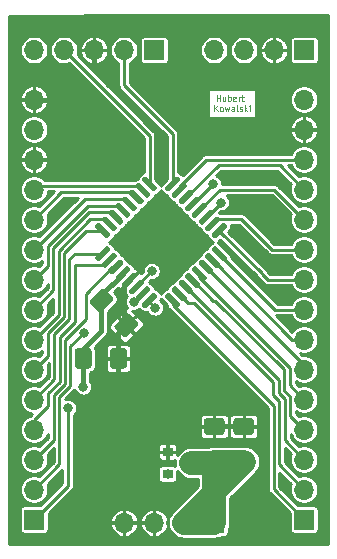
<source format=gbr>
%TF.GenerationSoftware,KiCad,Pcbnew,(5.1.6)-1*%
%TF.CreationDate,2021-02-23T14:27:07+01:00*%
%TF.ProjectId,STM32G030K8T6_Board,53544d33-3247-4303-9330-4b3854365f42,rev?*%
%TF.SameCoordinates,Original*%
%TF.FileFunction,Copper,L1,Top*%
%TF.FilePolarity,Positive*%
%FSLAX46Y46*%
G04 Gerber Fmt 4.6, Leading zero omitted, Abs format (unit mm)*
G04 Created by KiCad (PCBNEW (5.1.6)-1) date 2021-02-23 14:27:07*
%MOMM*%
%LPD*%
G01*
G04 APERTURE LIST*
%TA.AperFunction,NonConductor*%
%ADD10C,0.125000*%
%TD*%
%TA.AperFunction,ComponentPad*%
%ADD11R,1.700000X1.700000*%
%TD*%
%TA.AperFunction,ComponentPad*%
%ADD12O,1.700000X1.700000*%
%TD*%
%TA.AperFunction,SMDPad,CuDef*%
%ADD13R,0.900000X0.800000*%
%TD*%
%TA.AperFunction,ViaPad*%
%ADD14C,0.800000*%
%TD*%
%TA.AperFunction,Conductor*%
%ADD15C,0.400000*%
%TD*%
%TA.AperFunction,Conductor*%
%ADD16C,2.000000*%
%TD*%
%TA.AperFunction,Conductor*%
%ADD17C,0.250000*%
%TD*%
%TA.AperFunction,Conductor*%
%ADD18C,0.220000*%
%TD*%
G04 APERTURE END LIST*
D10*
X127202380Y-43288690D02*
X127202380Y-42788690D01*
X127202380Y-43026785D02*
X127488095Y-43026785D01*
X127488095Y-43288690D02*
X127488095Y-42788690D01*
X127940476Y-42955357D02*
X127940476Y-43288690D01*
X127726190Y-42955357D02*
X127726190Y-43217261D01*
X127750000Y-43264880D01*
X127797619Y-43288690D01*
X127869047Y-43288690D01*
X127916666Y-43264880D01*
X127940476Y-43241071D01*
X128178571Y-43288690D02*
X128178571Y-42788690D01*
X128178571Y-42979166D02*
X128226190Y-42955357D01*
X128321428Y-42955357D01*
X128369047Y-42979166D01*
X128392857Y-43002976D01*
X128416666Y-43050595D01*
X128416666Y-43193452D01*
X128392857Y-43241071D01*
X128369047Y-43264880D01*
X128321428Y-43288690D01*
X128226190Y-43288690D01*
X128178571Y-43264880D01*
X128821428Y-43264880D02*
X128773809Y-43288690D01*
X128678571Y-43288690D01*
X128630952Y-43264880D01*
X128607142Y-43217261D01*
X128607142Y-43026785D01*
X128630952Y-42979166D01*
X128678571Y-42955357D01*
X128773809Y-42955357D01*
X128821428Y-42979166D01*
X128845238Y-43026785D01*
X128845238Y-43074404D01*
X128607142Y-43122023D01*
X129059523Y-43288690D02*
X129059523Y-42955357D01*
X129059523Y-43050595D02*
X129083333Y-43002976D01*
X129107142Y-42979166D01*
X129154761Y-42955357D01*
X129202380Y-42955357D01*
X129297619Y-42955357D02*
X129488095Y-42955357D01*
X129369047Y-42788690D02*
X129369047Y-43217261D01*
X129392857Y-43264880D01*
X129440476Y-43288690D01*
X129488095Y-43288690D01*
X127000000Y-44163690D02*
X127000000Y-43663690D01*
X127285714Y-44163690D02*
X127071428Y-43877976D01*
X127285714Y-43663690D02*
X127000000Y-43949404D01*
X127571428Y-44163690D02*
X127523809Y-44139880D01*
X127500000Y-44116071D01*
X127476190Y-44068452D01*
X127476190Y-43925595D01*
X127500000Y-43877976D01*
X127523809Y-43854166D01*
X127571428Y-43830357D01*
X127642857Y-43830357D01*
X127690476Y-43854166D01*
X127714285Y-43877976D01*
X127738095Y-43925595D01*
X127738095Y-44068452D01*
X127714285Y-44116071D01*
X127690476Y-44139880D01*
X127642857Y-44163690D01*
X127571428Y-44163690D01*
X127904761Y-43830357D02*
X128000000Y-44163690D01*
X128095238Y-43925595D01*
X128190476Y-44163690D01*
X128285714Y-43830357D01*
X128690476Y-44163690D02*
X128690476Y-43901785D01*
X128666666Y-43854166D01*
X128619047Y-43830357D01*
X128523809Y-43830357D01*
X128476190Y-43854166D01*
X128690476Y-44139880D02*
X128642857Y-44163690D01*
X128523809Y-44163690D01*
X128476190Y-44139880D01*
X128452380Y-44092261D01*
X128452380Y-44044642D01*
X128476190Y-43997023D01*
X128523809Y-43973214D01*
X128642857Y-43973214D01*
X128690476Y-43949404D01*
X129000000Y-44163690D02*
X128952380Y-44139880D01*
X128928571Y-44092261D01*
X128928571Y-43663690D01*
X129166666Y-44139880D02*
X129214285Y-44163690D01*
X129309523Y-44163690D01*
X129357142Y-44139880D01*
X129380952Y-44092261D01*
X129380952Y-44068452D01*
X129357142Y-44020833D01*
X129309523Y-43997023D01*
X129238095Y-43997023D01*
X129190476Y-43973214D01*
X129166666Y-43925595D01*
X129166666Y-43901785D01*
X129190476Y-43854166D01*
X129238095Y-43830357D01*
X129309523Y-43830357D01*
X129357142Y-43854166D01*
X129595238Y-44163690D02*
X129595238Y-43663690D01*
X129642857Y-43973214D02*
X129785714Y-44163690D01*
X129785714Y-43830357D02*
X129595238Y-44020833D01*
X130000000Y-44163690D02*
X130000000Y-43830357D01*
X130000000Y-43663690D02*
X129976190Y-43687500D01*
X130000000Y-43711309D01*
X130023809Y-43687500D01*
X130000000Y-43663690D01*
X130000000Y-43711309D01*
D11*
%TO.P,J4,1*%
%TO.N,/PA1*%
X111760000Y-78740000D03*
D12*
%TO.P,J4,2*%
%TO.N,/PA0*%
X111760000Y-76200000D03*
%TO.P,J4,3*%
%TO.N,/PC15*%
X111760000Y-73660000D03*
%TO.P,J4,4*%
%TO.N,/PC14*%
X111760000Y-71120000D03*
%TO.P,J4,5*%
%TO.N,/PB9*%
X111760000Y-68580000D03*
%TO.P,J4,6*%
%TO.N,/PB8*%
X111760000Y-66040000D03*
%TO.P,J4,7*%
%TO.N,/PB7*%
X111760000Y-63500000D03*
%TO.P,J4,8*%
%TO.N,/PB6*%
X111760000Y-60960000D03*
%TO.P,J4,9*%
%TO.N,/PB5*%
X111760000Y-58420000D03*
%TO.P,J4,10*%
%TO.N,/PB4*%
X111760000Y-55880000D03*
%TO.P,J4,11*%
%TO.N,/PB3*%
X111760000Y-53340000D03*
%TO.P,J4,12*%
%TO.N,/PA15*%
X111760000Y-50800000D03*
%TO.P,J4,13*%
%TO.N,GND*%
X111760000Y-48260000D03*
%TO.P,J4,14*%
%TO.N,+3V3*%
X111760000Y-45720000D03*
%TO.P,J4,15*%
%TO.N,GND*%
X111760000Y-43180000D03*
%TD*%
%TO.P,C4,2*%
%TO.N,GND*%
%TA.AperFunction,SMDPad,CuDef*%
G36*
G01*
X130125000Y-71575000D02*
X128875000Y-71575000D01*
G75*
G02*
X128625000Y-71325000I0J250000D01*
G01*
X128625000Y-70400000D01*
G75*
G02*
X128875000Y-70150000I250000J0D01*
G01*
X130125000Y-70150000D01*
G75*
G02*
X130375000Y-70400000I0J-250000D01*
G01*
X130375000Y-71325000D01*
G75*
G02*
X130125000Y-71575000I-250000J0D01*
G01*
G37*
%TD.AperFunction*%
%TO.P,C4,1*%
%TO.N,VDC*%
%TA.AperFunction,SMDPad,CuDef*%
G36*
G01*
X130125000Y-74550000D02*
X128875000Y-74550000D01*
G75*
G02*
X128625000Y-74300000I0J250000D01*
G01*
X128625000Y-73375000D01*
G75*
G02*
X128875000Y-73125000I250000J0D01*
G01*
X130125000Y-73125000D01*
G75*
G02*
X130375000Y-73375000I0J-250000D01*
G01*
X130375000Y-74300000D01*
G75*
G02*
X130125000Y-74550000I-250000J0D01*
G01*
G37*
%TD.AperFunction*%
%TD*%
%TO.P,C6,1*%
%TO.N,+3V3*%
%TA.AperFunction,SMDPad,CuDef*%
G36*
G01*
X116502424Y-60136307D02*
X117386307Y-59252423D01*
G75*
G02*
X117739861Y-59252423I176777J-176777D01*
G01*
X118393935Y-59906497D01*
G75*
G02*
X118393935Y-60260051I-176777J-176777D01*
G01*
X117510051Y-61143935D01*
G75*
G02*
X117156497Y-61143935I-176777J176777D01*
G01*
X116502423Y-60489861D01*
G75*
G02*
X116502423Y-60136307I176777J176777D01*
G01*
G37*
%TD.AperFunction*%
%TO.P,C6,2*%
%TO.N,GND*%
%TA.AperFunction,SMDPad,CuDef*%
G36*
G01*
X118606066Y-62239949D02*
X119489949Y-61356065D01*
G75*
G02*
X119843503Y-61356065I176777J-176777D01*
G01*
X120497577Y-62010139D01*
G75*
G02*
X120497577Y-62363693I-176777J-176777D01*
G01*
X119613693Y-63247577D01*
G75*
G02*
X119260139Y-63247577I-176777J176777D01*
G01*
X118606065Y-62593503D01*
G75*
G02*
X118606065Y-62239949I176777J176777D01*
G01*
G37*
%TD.AperFunction*%
%TD*%
D11*
%TO.P,J1,1*%
%TO.N,/PA2*%
X134620000Y-78740000D03*
D12*
%TO.P,J1,2*%
%TO.N,/PA3*%
X134620000Y-76200000D03*
%TO.P,J1,3*%
%TO.N,/PA4*%
X134620000Y-73660000D03*
%TO.P,J1,4*%
%TO.N,/PA5*%
X134620000Y-71120000D03*
%TO.P,J1,5*%
%TO.N,/PA6*%
X134620000Y-68580000D03*
%TO.P,J1,6*%
%TO.N,/PA7*%
X134620000Y-66040000D03*
%TO.P,J1,7*%
%TO.N,/PB0*%
X134620000Y-63500000D03*
%TO.P,J1,8*%
%TO.N,/PB1*%
X134620000Y-60960000D03*
%TO.P,J1,9*%
%TO.N,/PB2*%
X134620000Y-58420000D03*
%TO.P,J1,10*%
%TO.N,/PA8*%
X134620000Y-55880000D03*
%TO.P,J1,11*%
%TO.N,/PC6*%
X134620000Y-53340000D03*
%TO.P,J1,12*%
%TO.N,/PA11*%
X134620000Y-50800000D03*
%TO.P,J1,13*%
%TO.N,/PA12*%
X134620000Y-48260000D03*
%TO.P,J1,14*%
%TO.N,GND*%
X134620000Y-45720000D03*
%TO.P,J1,15*%
%TO.N,+3V3*%
X134620000Y-43180000D03*
%TD*%
D11*
%TO.P,J2,1*%
%TO.N,+3V3*%
X134620000Y-39000000D03*
D12*
%TO.P,J2,2*%
%TO.N,GND*%
X132080000Y-39000000D03*
%TO.P,J2,3*%
%TO.N,/PA9*%
X129540000Y-39000000D03*
%TO.P,J2,4*%
%TO.N,/PA10*%
X127000000Y-39000000D03*
%TD*%
D11*
%TO.P,J3,1*%
%TO.N,/MCU_RST*%
X121920000Y-39000000D03*
D12*
%TO.P,J3,2*%
%TO.N,/SWDIO*%
X119380000Y-39000000D03*
%TO.P,J3,3*%
%TO.N,GND*%
X116840000Y-39000000D03*
%TO.P,J3,4*%
%TO.N,/SWCLK*%
X114300000Y-39000000D03*
%TO.P,J3,5*%
%TO.N,+3V3*%
X111760000Y-39000000D03*
%TD*%
%TO.P,J5,4*%
%TO.N,GND*%
X119380000Y-79000000D03*
%TO.P,J5,3*%
X121920000Y-79000000D03*
%TO.P,J5,2*%
%TO.N,VDC*%
X124460000Y-79000000D03*
D11*
%TO.P,J5,1*%
X127000000Y-79000000D03*
%TD*%
D13*
%TO.P,Q1,1*%
%TO.N,GND*%
X123050000Y-73000000D03*
%TO.P,Q1,2*%
%TO.N,Net-(C5-Pad1)*%
X123050000Y-74900000D03*
%TO.P,Q1,3*%
%TO.N,VDC*%
X125050000Y-73950000D03*
%TD*%
%TO.P,R1,1*%
%TO.N,VDC*%
%TA.AperFunction,SMDPad,CuDef*%
G36*
G01*
X127625000Y-74550000D02*
X126375000Y-74550000D01*
G75*
G02*
X126125000Y-74300000I0J250000D01*
G01*
X126125000Y-73375000D01*
G75*
G02*
X126375000Y-73125000I250000J0D01*
G01*
X127625000Y-73125000D01*
G75*
G02*
X127875000Y-73375000I0J-250000D01*
G01*
X127875000Y-74300000D01*
G75*
G02*
X127625000Y-74550000I-250000J0D01*
G01*
G37*
%TD.AperFunction*%
%TO.P,R1,2*%
%TO.N,GND*%
%TA.AperFunction,SMDPad,CuDef*%
G36*
G01*
X127625000Y-71575000D02*
X126375000Y-71575000D01*
G75*
G02*
X126125000Y-71325000I0J250000D01*
G01*
X126125000Y-70400000D01*
G75*
G02*
X126375000Y-70150000I250000J0D01*
G01*
X127625000Y-70150000D01*
G75*
G02*
X127875000Y-70400000I0J-250000D01*
G01*
X127875000Y-71325000D01*
G75*
G02*
X127625000Y-71575000I-250000J0D01*
G01*
G37*
%TD.AperFunction*%
%TD*%
%TO.P,U1,1*%
%TO.N,/PB9*%
%TA.AperFunction,SMDPad,CuDef*%
G36*
G01*
X117125988Y-56840990D02*
X116949212Y-56664213D01*
G75*
G02*
X116949212Y-56487437I88388J88388D01*
G01*
X117833095Y-55603554D01*
G75*
G02*
X118009871Y-55603554I88388J-88388D01*
G01*
X118186648Y-55780331D01*
G75*
G02*
X118186648Y-55957107I-88388J-88388D01*
G01*
X117302765Y-56840990D01*
G75*
G02*
X117125989Y-56840990I-88388J88388D01*
G01*
G37*
%TD.AperFunction*%
%TO.P,U1,2*%
%TO.N,/PC14*%
%TA.AperFunction,SMDPad,CuDef*%
G36*
G01*
X117691674Y-57406675D02*
X117514898Y-57229898D01*
G75*
G02*
X117514898Y-57053122I88388J88388D01*
G01*
X118398781Y-56169239D01*
G75*
G02*
X118575557Y-56169239I88388J-88388D01*
G01*
X118752334Y-56346016D01*
G75*
G02*
X118752334Y-56522792I-88388J-88388D01*
G01*
X117868451Y-57406675D01*
G75*
G02*
X117691675Y-57406675I-88388J88388D01*
G01*
G37*
%TD.AperFunction*%
%TO.P,U1,3*%
%TO.N,/PC15*%
%TA.AperFunction,SMDPad,CuDef*%
G36*
G01*
X118257359Y-57972361D02*
X118080583Y-57795584D01*
G75*
G02*
X118080583Y-57618808I88388J88388D01*
G01*
X118964466Y-56734925D01*
G75*
G02*
X119141242Y-56734925I88388J-88388D01*
G01*
X119318019Y-56911702D01*
G75*
G02*
X119318019Y-57088478I-88388J-88388D01*
G01*
X118434136Y-57972361D01*
G75*
G02*
X118257360Y-57972361I-88388J88388D01*
G01*
G37*
%TD.AperFunction*%
%TO.P,U1,4*%
%TO.N,+3V3*%
%TA.AperFunction,SMDPad,CuDef*%
G36*
G01*
X118823044Y-58538046D02*
X118646268Y-58361269D01*
G75*
G02*
X118646268Y-58184493I88388J88388D01*
G01*
X119530151Y-57300610D01*
G75*
G02*
X119706927Y-57300610I88388J-88388D01*
G01*
X119883704Y-57477387D01*
G75*
G02*
X119883704Y-57654163I-88388J-88388D01*
G01*
X118999821Y-58538046D01*
G75*
G02*
X118823045Y-58538046I-88388J88388D01*
G01*
G37*
%TD.AperFunction*%
%TO.P,U1,5*%
%TO.N,GND*%
%TA.AperFunction,SMDPad,CuDef*%
G36*
G01*
X119388730Y-59103732D02*
X119211954Y-58926955D01*
G75*
G02*
X119211954Y-58750179I88388J88388D01*
G01*
X120095837Y-57866296D01*
G75*
G02*
X120272613Y-57866296I88388J-88388D01*
G01*
X120449390Y-58043073D01*
G75*
G02*
X120449390Y-58219849I-88388J-88388D01*
G01*
X119565507Y-59103732D01*
G75*
G02*
X119388731Y-59103732I-88388J88388D01*
G01*
G37*
%TD.AperFunction*%
%TO.P,U1,6*%
%TO.N,/MCU_RST*%
%TA.AperFunction,SMDPad,CuDef*%
G36*
G01*
X119954415Y-59669417D02*
X119777639Y-59492640D01*
G75*
G02*
X119777639Y-59315864I88388J88388D01*
G01*
X120661522Y-58431981D01*
G75*
G02*
X120838298Y-58431981I88388J-88388D01*
G01*
X121015075Y-58608758D01*
G75*
G02*
X121015075Y-58785534I-88388J-88388D01*
G01*
X120131192Y-59669417D01*
G75*
G02*
X119954416Y-59669417I-88388J88388D01*
G01*
G37*
%TD.AperFunction*%
%TO.P,U1,7*%
%TO.N,/PA0*%
%TA.AperFunction,SMDPad,CuDef*%
G36*
G01*
X120520101Y-60235102D02*
X120343325Y-60058325D01*
G75*
G02*
X120343325Y-59881549I88388J88388D01*
G01*
X121227208Y-58997666D01*
G75*
G02*
X121403984Y-58997666I88388J-88388D01*
G01*
X121580761Y-59174443D01*
G75*
G02*
X121580761Y-59351219I-88388J-88388D01*
G01*
X120696878Y-60235102D01*
G75*
G02*
X120520102Y-60235102I-88388J88388D01*
G01*
G37*
%TD.AperFunction*%
%TO.P,U1,8*%
%TO.N,/PA1*%
%TA.AperFunction,SMDPad,CuDef*%
G36*
G01*
X121085786Y-60800788D02*
X120909010Y-60624011D01*
G75*
G02*
X120909010Y-60447235I88388J88388D01*
G01*
X121792893Y-59563352D01*
G75*
G02*
X121969669Y-59563352I88388J-88388D01*
G01*
X122146446Y-59740129D01*
G75*
G02*
X122146446Y-59916905I-88388J-88388D01*
G01*
X121262563Y-60800788D01*
G75*
G02*
X121085787Y-60800788I-88388J88388D01*
G01*
G37*
%TD.AperFunction*%
%TO.P,U1,9*%
%TO.N,/PA2*%
%TA.AperFunction,SMDPad,CuDef*%
G36*
G01*
X123737437Y-60800788D02*
X122853554Y-59916905D01*
G75*
G02*
X122853554Y-59740129I88388J88388D01*
G01*
X123030331Y-59563352D01*
G75*
G02*
X123207107Y-59563352I88388J-88388D01*
G01*
X124090990Y-60447235D01*
G75*
G02*
X124090990Y-60624011I-88388J-88388D01*
G01*
X123914213Y-60800788D01*
G75*
G02*
X123737437Y-60800788I-88388J88388D01*
G01*
G37*
%TD.AperFunction*%
%TO.P,U1,10*%
%TO.N,/PA3*%
%TA.AperFunction,SMDPad,CuDef*%
G36*
G01*
X124303122Y-60235102D02*
X123419239Y-59351219D01*
G75*
G02*
X123419239Y-59174443I88388J88388D01*
G01*
X123596016Y-58997666D01*
G75*
G02*
X123772792Y-58997666I88388J-88388D01*
G01*
X124656675Y-59881549D01*
G75*
G02*
X124656675Y-60058325I-88388J-88388D01*
G01*
X124479898Y-60235102D01*
G75*
G02*
X124303122Y-60235102I-88388J88388D01*
G01*
G37*
%TD.AperFunction*%
%TO.P,U1,11*%
%TO.N,/PA4*%
%TA.AperFunction,SMDPad,CuDef*%
G36*
G01*
X124868808Y-59669417D02*
X123984925Y-58785534D01*
G75*
G02*
X123984925Y-58608758I88388J88388D01*
G01*
X124161702Y-58431981D01*
G75*
G02*
X124338478Y-58431981I88388J-88388D01*
G01*
X125222361Y-59315864D01*
G75*
G02*
X125222361Y-59492640I-88388J-88388D01*
G01*
X125045584Y-59669417D01*
G75*
G02*
X124868808Y-59669417I-88388J88388D01*
G01*
G37*
%TD.AperFunction*%
%TO.P,U1,12*%
%TO.N,/PA5*%
%TA.AperFunction,SMDPad,CuDef*%
G36*
G01*
X125434493Y-59103732D02*
X124550610Y-58219849D01*
G75*
G02*
X124550610Y-58043073I88388J88388D01*
G01*
X124727387Y-57866296D01*
G75*
G02*
X124904163Y-57866296I88388J-88388D01*
G01*
X125788046Y-58750179D01*
G75*
G02*
X125788046Y-58926955I-88388J-88388D01*
G01*
X125611269Y-59103732D01*
G75*
G02*
X125434493Y-59103732I-88388J88388D01*
G01*
G37*
%TD.AperFunction*%
%TO.P,U1,13*%
%TO.N,/PA6*%
%TA.AperFunction,SMDPad,CuDef*%
G36*
G01*
X126000179Y-58538046D02*
X125116296Y-57654163D01*
G75*
G02*
X125116296Y-57477387I88388J88388D01*
G01*
X125293073Y-57300610D01*
G75*
G02*
X125469849Y-57300610I88388J-88388D01*
G01*
X126353732Y-58184493D01*
G75*
G02*
X126353732Y-58361269I-88388J-88388D01*
G01*
X126176955Y-58538046D01*
G75*
G02*
X126000179Y-58538046I-88388J88388D01*
G01*
G37*
%TD.AperFunction*%
%TO.P,U1,14*%
%TO.N,/PA7*%
%TA.AperFunction,SMDPad,CuDef*%
G36*
G01*
X126565864Y-57972361D02*
X125681981Y-57088478D01*
G75*
G02*
X125681981Y-56911702I88388J88388D01*
G01*
X125858758Y-56734925D01*
G75*
G02*
X126035534Y-56734925I88388J-88388D01*
G01*
X126919417Y-57618808D01*
G75*
G02*
X126919417Y-57795584I-88388J-88388D01*
G01*
X126742640Y-57972361D01*
G75*
G02*
X126565864Y-57972361I-88388J88388D01*
G01*
G37*
%TD.AperFunction*%
%TO.P,U1,15*%
%TO.N,/PB0*%
%TA.AperFunction,SMDPad,CuDef*%
G36*
G01*
X127131549Y-57406675D02*
X126247666Y-56522792D01*
G75*
G02*
X126247666Y-56346016I88388J88388D01*
G01*
X126424443Y-56169239D01*
G75*
G02*
X126601219Y-56169239I88388J-88388D01*
G01*
X127485102Y-57053122D01*
G75*
G02*
X127485102Y-57229898I-88388J-88388D01*
G01*
X127308325Y-57406675D01*
G75*
G02*
X127131549Y-57406675I-88388J88388D01*
G01*
G37*
%TD.AperFunction*%
%TO.P,U1,16*%
%TO.N,/PB1*%
%TA.AperFunction,SMDPad,CuDef*%
G36*
G01*
X127697235Y-56840990D02*
X126813352Y-55957107D01*
G75*
G02*
X126813352Y-55780331I88388J88388D01*
G01*
X126990129Y-55603554D01*
G75*
G02*
X127166905Y-55603554I88388J-88388D01*
G01*
X128050788Y-56487437D01*
G75*
G02*
X128050788Y-56664213I-88388J-88388D01*
G01*
X127874011Y-56840990D01*
G75*
G02*
X127697235Y-56840990I-88388J88388D01*
G01*
G37*
%TD.AperFunction*%
%TO.P,U1,17*%
%TO.N,/PB2*%
%TA.AperFunction,SMDPad,CuDef*%
G36*
G01*
X126990128Y-54896446D02*
X126813352Y-54719669D01*
G75*
G02*
X126813352Y-54542893I88388J88388D01*
G01*
X127697235Y-53659010D01*
G75*
G02*
X127874011Y-53659010I88388J-88388D01*
G01*
X128050788Y-53835787D01*
G75*
G02*
X128050788Y-54012563I-88388J-88388D01*
G01*
X127166905Y-54896446D01*
G75*
G02*
X126990129Y-54896446I-88388J88388D01*
G01*
G37*
%TD.AperFunction*%
%TO.P,U1,18*%
%TO.N,/PA8*%
%TA.AperFunction,SMDPad,CuDef*%
G36*
G01*
X126424442Y-54330761D02*
X126247666Y-54153984D01*
G75*
G02*
X126247666Y-53977208I88388J88388D01*
G01*
X127131549Y-53093325D01*
G75*
G02*
X127308325Y-53093325I88388J-88388D01*
G01*
X127485102Y-53270102D01*
G75*
G02*
X127485102Y-53446878I-88388J-88388D01*
G01*
X126601219Y-54330761D01*
G75*
G02*
X126424443Y-54330761I-88388J88388D01*
G01*
G37*
%TD.AperFunction*%
%TO.P,U1,19*%
%TO.N,/PA9*%
%TA.AperFunction,SMDPad,CuDef*%
G36*
G01*
X125858757Y-53765075D02*
X125681981Y-53588298D01*
G75*
G02*
X125681981Y-53411522I88388J88388D01*
G01*
X126565864Y-52527639D01*
G75*
G02*
X126742640Y-52527639I88388J-88388D01*
G01*
X126919417Y-52704416D01*
G75*
G02*
X126919417Y-52881192I-88388J-88388D01*
G01*
X126035534Y-53765075D01*
G75*
G02*
X125858758Y-53765075I-88388J88388D01*
G01*
G37*
%TD.AperFunction*%
%TO.P,U1,20*%
%TO.N,/PC6*%
%TA.AperFunction,SMDPad,CuDef*%
G36*
G01*
X125293072Y-53199390D02*
X125116296Y-53022613D01*
G75*
G02*
X125116296Y-52845837I88388J88388D01*
G01*
X126000179Y-51961954D01*
G75*
G02*
X126176955Y-51961954I88388J-88388D01*
G01*
X126353732Y-52138731D01*
G75*
G02*
X126353732Y-52315507I-88388J-88388D01*
G01*
X125469849Y-53199390D01*
G75*
G02*
X125293073Y-53199390I-88388J88388D01*
G01*
G37*
%TD.AperFunction*%
%TO.P,U1,21*%
%TO.N,/PA10*%
%TA.AperFunction,SMDPad,CuDef*%
G36*
G01*
X124727386Y-52633704D02*
X124550610Y-52456927D01*
G75*
G02*
X124550610Y-52280151I88388J88388D01*
G01*
X125434493Y-51396268D01*
G75*
G02*
X125611269Y-51396268I88388J-88388D01*
G01*
X125788046Y-51573045D01*
G75*
G02*
X125788046Y-51749821I-88388J-88388D01*
G01*
X124904163Y-52633704D01*
G75*
G02*
X124727387Y-52633704I-88388J88388D01*
G01*
G37*
%TD.AperFunction*%
%TO.P,U1,22*%
%TO.N,/PA11*%
%TA.AperFunction,SMDPad,CuDef*%
G36*
G01*
X124161701Y-52068019D02*
X123984925Y-51891242D01*
G75*
G02*
X123984925Y-51714466I88388J88388D01*
G01*
X124868808Y-50830583D01*
G75*
G02*
X125045584Y-50830583I88388J-88388D01*
G01*
X125222361Y-51007360D01*
G75*
G02*
X125222361Y-51184136I-88388J-88388D01*
G01*
X124338478Y-52068019D01*
G75*
G02*
X124161702Y-52068019I-88388J88388D01*
G01*
G37*
%TD.AperFunction*%
%TO.P,U1,23*%
%TO.N,/PA12*%
%TA.AperFunction,SMDPad,CuDef*%
G36*
G01*
X123596015Y-51502334D02*
X123419239Y-51325557D01*
G75*
G02*
X123419239Y-51148781I88388J88388D01*
G01*
X124303122Y-50264898D01*
G75*
G02*
X124479898Y-50264898I88388J-88388D01*
G01*
X124656675Y-50441675D01*
G75*
G02*
X124656675Y-50618451I-88388J-88388D01*
G01*
X123772792Y-51502334D01*
G75*
G02*
X123596016Y-51502334I-88388J88388D01*
G01*
G37*
%TD.AperFunction*%
%TO.P,U1,24*%
%TO.N,/SWDIO*%
%TA.AperFunction,SMDPad,CuDef*%
G36*
G01*
X123030330Y-50936648D02*
X122853554Y-50759871D01*
G75*
G02*
X122853554Y-50583095I88388J88388D01*
G01*
X123737437Y-49699212D01*
G75*
G02*
X123914213Y-49699212I88388J-88388D01*
G01*
X124090990Y-49875989D01*
G75*
G02*
X124090990Y-50052765I-88388J-88388D01*
G01*
X123207107Y-50936648D01*
G75*
G02*
X123030331Y-50936648I-88388J88388D01*
G01*
G37*
%TD.AperFunction*%
%TO.P,U1,25*%
%TO.N,/SWCLK*%
%TA.AperFunction,SMDPad,CuDef*%
G36*
G01*
X121792893Y-50936648D02*
X120909010Y-50052765D01*
G75*
G02*
X120909010Y-49875989I88388J88388D01*
G01*
X121085787Y-49699212D01*
G75*
G02*
X121262563Y-49699212I88388J-88388D01*
G01*
X122146446Y-50583095D01*
G75*
G02*
X122146446Y-50759871I-88388J-88388D01*
G01*
X121969669Y-50936648D01*
G75*
G02*
X121792893Y-50936648I-88388J88388D01*
G01*
G37*
%TD.AperFunction*%
%TO.P,U1,26*%
%TO.N,/PA15*%
%TA.AperFunction,SMDPad,CuDef*%
G36*
G01*
X121227208Y-51502334D02*
X120343325Y-50618451D01*
G75*
G02*
X120343325Y-50441675I88388J88388D01*
G01*
X120520102Y-50264898D01*
G75*
G02*
X120696878Y-50264898I88388J-88388D01*
G01*
X121580761Y-51148781D01*
G75*
G02*
X121580761Y-51325557I-88388J-88388D01*
G01*
X121403984Y-51502334D01*
G75*
G02*
X121227208Y-51502334I-88388J88388D01*
G01*
G37*
%TD.AperFunction*%
%TO.P,U1,27*%
%TO.N,/PB3*%
%TA.AperFunction,SMDPad,CuDef*%
G36*
G01*
X120661522Y-52068019D02*
X119777639Y-51184136D01*
G75*
G02*
X119777639Y-51007360I88388J88388D01*
G01*
X119954416Y-50830583D01*
G75*
G02*
X120131192Y-50830583I88388J-88388D01*
G01*
X121015075Y-51714466D01*
G75*
G02*
X121015075Y-51891242I-88388J-88388D01*
G01*
X120838298Y-52068019D01*
G75*
G02*
X120661522Y-52068019I-88388J88388D01*
G01*
G37*
%TD.AperFunction*%
%TO.P,U1,28*%
%TO.N,/PB4*%
%TA.AperFunction,SMDPad,CuDef*%
G36*
G01*
X120095837Y-52633704D02*
X119211954Y-51749821D01*
G75*
G02*
X119211954Y-51573045I88388J88388D01*
G01*
X119388731Y-51396268D01*
G75*
G02*
X119565507Y-51396268I88388J-88388D01*
G01*
X120449390Y-52280151D01*
G75*
G02*
X120449390Y-52456927I-88388J-88388D01*
G01*
X120272613Y-52633704D01*
G75*
G02*
X120095837Y-52633704I-88388J88388D01*
G01*
G37*
%TD.AperFunction*%
%TO.P,U1,29*%
%TO.N,/PB5*%
%TA.AperFunction,SMDPad,CuDef*%
G36*
G01*
X119530151Y-53199390D02*
X118646268Y-52315507D01*
G75*
G02*
X118646268Y-52138731I88388J88388D01*
G01*
X118823045Y-51961954D01*
G75*
G02*
X118999821Y-51961954I88388J-88388D01*
G01*
X119883704Y-52845837D01*
G75*
G02*
X119883704Y-53022613I-88388J-88388D01*
G01*
X119706927Y-53199390D01*
G75*
G02*
X119530151Y-53199390I-88388J88388D01*
G01*
G37*
%TD.AperFunction*%
%TO.P,U1,30*%
%TO.N,/PB6*%
%TA.AperFunction,SMDPad,CuDef*%
G36*
G01*
X118964466Y-53765075D02*
X118080583Y-52881192D01*
G75*
G02*
X118080583Y-52704416I88388J88388D01*
G01*
X118257360Y-52527639D01*
G75*
G02*
X118434136Y-52527639I88388J-88388D01*
G01*
X119318019Y-53411522D01*
G75*
G02*
X119318019Y-53588298I-88388J-88388D01*
G01*
X119141242Y-53765075D01*
G75*
G02*
X118964466Y-53765075I-88388J88388D01*
G01*
G37*
%TD.AperFunction*%
%TO.P,U1,31*%
%TO.N,/PB7*%
%TA.AperFunction,SMDPad,CuDef*%
G36*
G01*
X118398781Y-54330761D02*
X117514898Y-53446878D01*
G75*
G02*
X117514898Y-53270102I88388J88388D01*
G01*
X117691675Y-53093325D01*
G75*
G02*
X117868451Y-53093325I88388J-88388D01*
G01*
X118752334Y-53977208D01*
G75*
G02*
X118752334Y-54153984I-88388J-88388D01*
G01*
X118575557Y-54330761D01*
G75*
G02*
X118398781Y-54330761I-88388J88388D01*
G01*
G37*
%TD.AperFunction*%
%TO.P,U1,32*%
%TO.N,/PB8*%
%TA.AperFunction,SMDPad,CuDef*%
G36*
G01*
X117833095Y-54896446D02*
X116949212Y-54012563D01*
G75*
G02*
X116949212Y-53835787I88388J88388D01*
G01*
X117125989Y-53659010D01*
G75*
G02*
X117302765Y-53659010I88388J-88388D01*
G01*
X118186648Y-54542893D01*
G75*
G02*
X118186648Y-54719669I-88388J-88388D01*
G01*
X118009871Y-54896446D01*
G75*
G02*
X117833095Y-54896446I-88388J88388D01*
G01*
G37*
%TD.AperFunction*%
%TD*%
%TO.P,C2,1*%
%TO.N,+3V3*%
%TA.AperFunction,SMDPad,CuDef*%
G36*
G01*
X115200000Y-65725000D02*
X115200000Y-64475000D01*
G75*
G02*
X115450000Y-64225000I250000J0D01*
G01*
X116375000Y-64225000D01*
G75*
G02*
X116625000Y-64475000I0J-250000D01*
G01*
X116625000Y-65725000D01*
G75*
G02*
X116375000Y-65975000I-250000J0D01*
G01*
X115450000Y-65975000D01*
G75*
G02*
X115200000Y-65725000I0J250000D01*
G01*
G37*
%TD.AperFunction*%
%TO.P,C2,2*%
%TO.N,GND*%
%TA.AperFunction,SMDPad,CuDef*%
G36*
G01*
X118175000Y-65725000D02*
X118175000Y-64475000D01*
G75*
G02*
X118425000Y-64225000I250000J0D01*
G01*
X119350000Y-64225000D01*
G75*
G02*
X119600000Y-64475000I0J-250000D01*
G01*
X119600000Y-65725000D01*
G75*
G02*
X119350000Y-65975000I-250000J0D01*
G01*
X118425000Y-65975000D01*
G75*
G02*
X118175000Y-65725000I0J250000D01*
G01*
G37*
%TD.AperFunction*%
%TD*%
D14*
%TO.N,GND*%
X118887500Y-67500000D03*
X118172653Y-41847347D03*
X116840000Y-43180000D03*
X120650000Y-41910000D03*
X123050000Y-73000000D03*
X123935000Y-66975000D03*
%TO.N,+3V3*%
X115912500Y-67500000D03*
%TO.N,Net-(C5-Pad1)*%
X123050000Y-74900000D03*
%TO.N,/PA0*%
X115943530Y-62943530D03*
X120200000Y-60300000D03*
%TO.N,/PA1*%
X122000000Y-60800000D03*
X114624078Y-69300000D03*
%TO.N,/PA9*%
X127600000Y-51900000D03*
%TO.N,/PA10*%
X126900000Y-50300000D03*
%TO.N,/MCU_RST*%
X121700000Y-57700000D03*
%TD*%
D15*
%TO.N,GND*%
X118887500Y-62966142D02*
X119551821Y-62301821D01*
X118887500Y-65100000D02*
X118887500Y-62966142D01*
X119341017Y-62091017D02*
X119551821Y-62301821D01*
X119341017Y-58974669D02*
X119341017Y-62091017D01*
X119830672Y-58485014D02*
X119341017Y-58974669D01*
X118887500Y-65100000D02*
X118887500Y-67500000D01*
X127000000Y-70862500D02*
X129500000Y-70862500D01*
X116840000Y-39000000D02*
X116840000Y-40514694D01*
X116840000Y-40514694D02*
X118172653Y-41847347D01*
X116840000Y-43180000D02*
X111760000Y-43180000D01*
%TO.N,+3V3*%
X117448179Y-59736135D02*
X119264986Y-57919328D01*
X117448179Y-60198179D02*
X117448179Y-59736135D01*
X115912500Y-65100000D02*
X115912500Y-67500000D01*
X115912500Y-65100000D02*
X115912500Y-64287500D01*
X117448179Y-62751821D02*
X117448179Y-60198179D01*
X115912500Y-64287500D02*
X117448179Y-62751821D01*
D16*
%TO.N,VDC*%
X124460000Y-79000000D02*
X127000000Y-79000000D01*
X127000000Y-76337500D02*
X129500000Y-73837500D01*
X127000000Y-79000000D02*
X127000000Y-76337500D01*
X127000000Y-76460000D02*
X127000000Y-76337500D01*
X124460000Y-79000000D02*
X127000000Y-76460000D01*
X127000000Y-73837500D02*
X127000000Y-76460000D01*
X127000000Y-73837500D02*
X129500000Y-73837500D01*
X126887500Y-73950000D02*
X127000000Y-73837500D01*
X125050000Y-73950000D02*
X126887500Y-73950000D01*
D17*
%TO.N,/PB9*%
X115177728Y-56222272D02*
X117567930Y-56222272D01*
X114735039Y-56664961D02*
X115177728Y-56222272D01*
X113458916Y-66881084D02*
X113458916Y-63073904D01*
X111760000Y-68580000D02*
X113458916Y-66881084D01*
X113458916Y-63073904D02*
X114735039Y-61797779D01*
X114735039Y-61797779D02*
X114735039Y-56664961D01*
%TO.N,/PC14*%
X111760000Y-70319002D02*
X111760000Y-71120000D01*
X112935001Y-69144001D02*
X111760000Y-70319002D01*
X112935001Y-68041409D02*
X112935001Y-69144001D01*
X113908925Y-67067485D02*
X112935001Y-68041409D01*
X113908926Y-63260302D02*
X113908925Y-67067485D01*
X115197388Y-57202612D02*
X115185049Y-57214951D01*
X118133616Y-56787957D02*
X117718961Y-57202612D01*
X117718961Y-57202612D02*
X115197388Y-57202612D01*
X115185049Y-57214951D02*
X115185049Y-61984179D01*
X115185049Y-61984179D02*
X113908926Y-63260302D01*
%TO.N,/PC15*%
X113398916Y-72021084D02*
X111760000Y-73660000D01*
X113398916Y-68213904D02*
X113398916Y-72021084D01*
X114358935Y-67253885D02*
X113398916Y-68213904D01*
X118699301Y-57353643D02*
X118381118Y-57353643D01*
X116104190Y-59630571D02*
X116104190Y-61757564D01*
X118381118Y-57353643D02*
X116104190Y-59630571D01*
X116104190Y-61757564D02*
X114358935Y-63502819D01*
X114358935Y-63502819D02*
X114358935Y-67253885D01*
%TO.N,/PA0*%
X111760000Y-76200000D02*
X113899078Y-74060922D01*
X113899078Y-68350152D02*
X114808945Y-67440285D01*
X113899078Y-74060922D02*
X113899078Y-68350152D01*
X114808945Y-67440285D02*
X114808945Y-64078115D01*
X114808945Y-64078115D02*
X115943530Y-62943530D01*
X120278427Y-60300000D02*
X120962043Y-59616384D01*
X120200000Y-60300000D02*
X120278427Y-60300000D01*
%TO.N,/PA1*%
X121527728Y-60182070D02*
X121527728Y-60327728D01*
X121527728Y-60327728D02*
X122000000Y-60800000D01*
X114624078Y-75875922D02*
X111760000Y-78740000D01*
X114624078Y-69300000D02*
X114624078Y-75875922D01*
%TO.N,/PA2*%
X132036070Y-76156070D02*
X134620000Y-78740000D01*
X123472272Y-60182070D02*
X123472272Y-60535623D01*
X132036070Y-69099421D02*
X132036070Y-76156070D01*
X123472272Y-60535623D02*
X132036070Y-69099421D01*
%TO.N,/PA3*%
X134620000Y-76200000D02*
X132486080Y-74066080D01*
X132486080Y-74066080D02*
X132486080Y-68713920D01*
X132486080Y-68713920D02*
X131999980Y-68227820D01*
X124821573Y-60400000D02*
X124037957Y-59616384D01*
X125300000Y-60400000D02*
X124821573Y-60400000D01*
X131999980Y-67099980D02*
X125300000Y-60400000D01*
X131999980Y-68227820D02*
X131999980Y-67099980D01*
%TO.N,/PA4*%
X134620000Y-73660000D02*
X132994989Y-72034989D01*
X132994989Y-68531399D02*
X132449990Y-67986400D01*
X132994989Y-72034989D02*
X132994989Y-68531399D01*
X132449990Y-66897046D02*
X124603643Y-59050699D01*
X132449990Y-67986400D02*
X132449990Y-66897046D01*
%TO.N,/PA5*%
X134620000Y-71120000D02*
X133444999Y-69944999D01*
X132900000Y-67800000D02*
X132900000Y-66036410D01*
X133444999Y-69944999D02*
X133444999Y-68344999D01*
X133444999Y-68344999D02*
X132900000Y-67800000D01*
X126884314Y-60200000D02*
X125169328Y-58485014D01*
X127063590Y-60200000D02*
X126884314Y-60200000D01*
X132900000Y-66036410D02*
X127063590Y-60200000D01*
%TO.N,/PA6*%
X125735014Y-57919328D02*
X125735014Y-58235014D01*
X134620000Y-68580000D02*
X133400000Y-67360000D01*
X133400000Y-65900000D02*
X133050000Y-65550000D01*
X133400000Y-67360000D02*
X133400000Y-65900000D01*
X125735014Y-58235014D02*
X133050000Y-65550000D01*
X133050000Y-65550000D02*
X133100000Y-65600000D01*
%TO.N,/PA7*%
X134620000Y-65672944D02*
X134620000Y-66040000D01*
X126300699Y-57353643D02*
X134620000Y-65672944D01*
%TO.N,/PB0*%
X133578427Y-63500000D02*
X134620000Y-63500000D01*
X126866384Y-56787957D02*
X133578427Y-63500000D01*
%TO.N,/PB1*%
X132169798Y-60960000D02*
X127432070Y-56222272D01*
X134620000Y-60960000D02*
X132169798Y-60960000D01*
%TO.N,/PA9*%
X126300699Y-53146357D02*
X126353643Y-53146357D01*
X126353643Y-53146357D02*
X127600000Y-51900000D01*
%TO.N,/PA10*%
X125169328Y-52014986D02*
X125185014Y-52014986D01*
X125185014Y-52014986D02*
X126900000Y-50300000D01*
%TO.N,/MCU_RST*%
X120396357Y-59050699D02*
X120396357Y-59003643D01*
X120396357Y-59003643D02*
X121700000Y-57700000D01*
%TO.N,/SWDIO*%
X123472272Y-50317930D02*
X123472272Y-46072272D01*
X119380000Y-41980000D02*
X119380000Y-39000000D01*
X123472272Y-46072272D02*
X119380000Y-41980000D01*
%TO.N,/SWCLK*%
X121527728Y-46227728D02*
X114300000Y-39000000D01*
X121527728Y-50317930D02*
X121527728Y-46227728D01*
%TO.N,/PB8*%
X117567930Y-54277728D02*
X116158682Y-54277728D01*
X114285031Y-56151379D02*
X114285030Y-61611380D01*
X116158682Y-54277728D02*
X114285031Y-56151379D01*
X112935001Y-64864999D02*
X111760000Y-66040000D01*
X112935001Y-62961409D02*
X112935001Y-64864999D01*
X114285030Y-61611380D02*
X112935001Y-62961409D01*
%TO.N,/PB7*%
X111760000Y-63500000D02*
X113835021Y-61424979D01*
X113835021Y-61424979D02*
X113835021Y-55964979D01*
X117718961Y-53297388D02*
X118133616Y-53712043D01*
X116502612Y-53297388D02*
X117718961Y-53297388D01*
X113835021Y-55964979D02*
X116502612Y-53297388D01*
%TO.N,/PB6*%
X118284647Y-52731703D02*
X116404707Y-52731703D01*
X118699301Y-53146357D02*
X118284647Y-52731703D01*
X116404707Y-52731703D02*
X113385011Y-55751399D01*
X113385011Y-59334989D02*
X113385011Y-55751399D01*
X111760000Y-60960000D02*
X113385011Y-59334989D01*
%TO.N,/PB5*%
X118850331Y-52166017D02*
X116333983Y-52166017D01*
X119264986Y-52580672D02*
X118850331Y-52166017D01*
X116333983Y-52166017D02*
X112935001Y-55564999D01*
X112935001Y-57244999D02*
X111760000Y-58420000D01*
X112935001Y-55564999D02*
X112935001Y-57244999D01*
%TO.N,/PB4*%
X116039668Y-51600332D02*
X111760000Y-55880000D01*
X119416018Y-51600332D02*
X116039668Y-51600332D01*
X119830672Y-52014986D02*
X119416018Y-51600332D01*
%TO.N,/PB3*%
X114065354Y-51034646D02*
X111760000Y-53340000D01*
X119981702Y-51034646D02*
X114065354Y-51034646D01*
X120396357Y-51449301D02*
X119981702Y-51034646D01*
%TO.N,/PA15*%
X112091039Y-50468961D02*
X111760000Y-50800000D01*
X120547388Y-50468961D02*
X112091039Y-50468961D01*
X120962043Y-50883616D02*
X120547388Y-50468961D01*
%TO.N,/PA12*%
X124037957Y-50565433D02*
X126343390Y-48260000D01*
X126343390Y-48260000D02*
X134620000Y-48260000D01*
X124037957Y-50883616D02*
X124037957Y-50565433D01*
%TO.N,/PA11*%
X124603643Y-51449301D02*
X124650699Y-51449301D01*
X124650699Y-51449301D02*
X127389990Y-48710010D01*
X132530010Y-48710010D02*
X134620000Y-50800000D01*
X127389990Y-48710010D02*
X132530010Y-48710010D01*
%TO.N,/PC6*%
X126149669Y-52166017D02*
X126149669Y-52150331D01*
X125735014Y-52580672D02*
X126149669Y-52166017D01*
X126149669Y-52150331D02*
X127500000Y-50800000D01*
X132080000Y-50800000D02*
X134620000Y-53340000D01*
X127500000Y-50800000D02*
X132080000Y-50800000D01*
%TO.N,/PA8*%
X134620000Y-55880000D02*
X131880000Y-55880000D01*
X127281039Y-53297388D02*
X126866384Y-53712043D01*
X129297388Y-53297388D02*
X127281039Y-53297388D01*
X131880000Y-55880000D02*
X129297388Y-53297388D01*
%TO.N,/PB2*%
X127432070Y-54277728D02*
X131054342Y-57900000D01*
X131054342Y-57900000D02*
X131054342Y-57954342D01*
X131520000Y-58420000D02*
X134620000Y-58420000D01*
X131054342Y-57954342D02*
X131520000Y-58420000D01*
%TD*%
D18*
%TO.N,GND*%
G36*
X136640000Y-80845000D02*
G01*
X109655000Y-80845000D01*
X109655000Y-77890000D01*
X110548259Y-77890000D01*
X110548259Y-79590000D01*
X110555210Y-79660572D01*
X110575795Y-79728432D01*
X110609223Y-79790973D01*
X110654210Y-79845790D01*
X110709027Y-79890777D01*
X110771568Y-79924205D01*
X110839428Y-79944790D01*
X110910000Y-79951741D01*
X112610000Y-79951741D01*
X112680572Y-79944790D01*
X112748432Y-79924205D01*
X112810973Y-79890777D01*
X112865790Y-79845790D01*
X112910777Y-79790973D01*
X112944205Y-79728432D01*
X112964790Y-79660572D01*
X112971741Y-79590000D01*
X112971741Y-79204087D01*
X118187334Y-79204087D01*
X118250066Y-79432843D01*
X118356221Y-79644965D01*
X118501719Y-79832302D01*
X118680969Y-79987654D01*
X118887082Y-80105051D01*
X119112138Y-80179981D01*
X119175914Y-80192665D01*
X119365000Y-80119900D01*
X119365000Y-79015000D01*
X119395000Y-79015000D01*
X119395000Y-80119900D01*
X119584086Y-80192665D01*
X119647862Y-80179981D01*
X119872918Y-80105051D01*
X120079031Y-79987654D01*
X120258281Y-79832302D01*
X120403779Y-79644965D01*
X120509934Y-79432843D01*
X120572666Y-79204087D01*
X120727334Y-79204087D01*
X120790066Y-79432843D01*
X120896221Y-79644965D01*
X121041719Y-79832302D01*
X121220969Y-79987654D01*
X121427082Y-80105051D01*
X121652138Y-80179981D01*
X121715914Y-80192665D01*
X121905000Y-80119900D01*
X121905000Y-79015000D01*
X120800092Y-79015000D01*
X120727334Y-79204087D01*
X120572666Y-79204087D01*
X120499908Y-79015000D01*
X119395000Y-79015000D01*
X119365000Y-79015000D01*
X118260092Y-79015000D01*
X118187334Y-79204087D01*
X112971741Y-79204087D01*
X112971741Y-78795913D01*
X118187334Y-78795913D01*
X118260092Y-78985000D01*
X119365000Y-78985000D01*
X119365000Y-77880100D01*
X119395000Y-77880100D01*
X119395000Y-78985000D01*
X120499908Y-78985000D01*
X120572666Y-78795913D01*
X120727334Y-78795913D01*
X120800092Y-78985000D01*
X121905000Y-78985000D01*
X121905000Y-77880100D01*
X121935000Y-77880100D01*
X121935000Y-78985000D01*
X121955000Y-78985000D01*
X121955000Y-79015000D01*
X121935000Y-79015000D01*
X121935000Y-80119900D01*
X122124086Y-80192665D01*
X122187862Y-80179981D01*
X122412918Y-80105051D01*
X122619031Y-79987654D01*
X122798281Y-79832302D01*
X122943779Y-79644965D01*
X123049934Y-79432843D01*
X123112666Y-79204087D01*
X123039909Y-79015002D01*
X123094898Y-79015002D01*
X123119678Y-79266607D01*
X123197445Y-79522968D01*
X123323730Y-79759231D01*
X123493682Y-79966318D01*
X123700769Y-80136270D01*
X123937032Y-80262555D01*
X124193393Y-80340322D01*
X124393191Y-80360000D01*
X124393194Y-80360000D01*
X124460000Y-80366580D01*
X124526806Y-80360000D01*
X126933191Y-80360000D01*
X127000000Y-80366580D01*
X127066809Y-80360000D01*
X127266607Y-80340322D01*
X127522968Y-80262555D01*
X127618034Y-80211741D01*
X127850000Y-80211741D01*
X127920572Y-80204790D01*
X127988432Y-80184205D01*
X128050973Y-80150777D01*
X128105790Y-80105790D01*
X128150777Y-80050973D01*
X128184205Y-79988432D01*
X128204790Y-79920572D01*
X128211741Y-79850000D01*
X128211741Y-79618034D01*
X128262555Y-79522968D01*
X128340322Y-79266607D01*
X128366580Y-79000000D01*
X128360000Y-78933191D01*
X128360000Y-76900830D01*
X130414428Y-74846403D01*
X130452168Y-74815431D01*
X130464865Y-74808644D01*
X130557566Y-74732566D01*
X130633644Y-74639865D01*
X130690175Y-74534103D01*
X130716985Y-74445724D01*
X130762555Y-74360468D01*
X130840322Y-74104107D01*
X130866580Y-73837500D01*
X130840322Y-73570893D01*
X130762555Y-73314532D01*
X130716985Y-73229276D01*
X130690175Y-73140897D01*
X130633644Y-73035135D01*
X130557566Y-72942434D01*
X130464865Y-72866356D01*
X130452168Y-72859569D01*
X130259231Y-72701230D01*
X130022968Y-72574945D01*
X129766607Y-72497178D01*
X129566809Y-72477500D01*
X129566806Y-72477500D01*
X129500000Y-72470920D01*
X129433193Y-72477500D01*
X127066809Y-72477500D01*
X127000000Y-72470920D01*
X126999999Y-72470920D01*
X126978062Y-72473081D01*
X126933191Y-72477500D01*
X126733393Y-72497178D01*
X126477032Y-72574945D01*
X126448866Y-72590000D01*
X124983191Y-72590000D01*
X124783393Y-72609678D01*
X124527032Y-72687445D01*
X124290769Y-72813730D01*
X124083682Y-72983682D01*
X123913730Y-73190769D01*
X123861088Y-73289255D01*
X123860000Y-73105000D01*
X123770000Y-73015000D01*
X123065000Y-73015000D01*
X123065000Y-73670000D01*
X123155000Y-73760000D01*
X123500000Y-73761742D01*
X123570572Y-73754791D01*
X123638433Y-73734206D01*
X123700973Y-73700777D01*
X123708581Y-73694533D01*
X123683420Y-73950000D01*
X123708581Y-74205467D01*
X123700973Y-74199223D01*
X123638432Y-74165795D01*
X123570572Y-74145210D01*
X123500000Y-74138259D01*
X122600000Y-74138259D01*
X122529428Y-74145210D01*
X122461568Y-74165795D01*
X122399027Y-74199223D01*
X122344210Y-74244210D01*
X122299223Y-74299027D01*
X122265795Y-74361568D01*
X122245210Y-74429428D01*
X122238259Y-74500000D01*
X122238259Y-75300000D01*
X122245210Y-75370572D01*
X122265795Y-75438432D01*
X122299223Y-75500973D01*
X122344210Y-75555790D01*
X122399027Y-75600777D01*
X122461568Y-75634205D01*
X122529428Y-75654790D01*
X122600000Y-75661741D01*
X123500000Y-75661741D01*
X123570572Y-75654790D01*
X123638432Y-75634205D01*
X123700973Y-75600777D01*
X123755790Y-75555790D01*
X123800777Y-75500973D01*
X123834205Y-75438432D01*
X123854790Y-75370572D01*
X123861741Y-75300000D01*
X123861741Y-74611966D01*
X123913730Y-74709231D01*
X124083682Y-74916318D01*
X124290769Y-75086270D01*
X124527032Y-75212555D01*
X124783393Y-75290322D01*
X124983191Y-75310000D01*
X125640001Y-75310000D01*
X125640001Y-75896668D01*
X123545578Y-77991092D01*
X123493682Y-78033682D01*
X123323730Y-78240769D01*
X123197445Y-78477032D01*
X123119678Y-78733393D01*
X123094898Y-78984998D01*
X123039909Y-78984998D01*
X123112666Y-78795913D01*
X123049934Y-78567157D01*
X122943779Y-78355035D01*
X122798281Y-78167698D01*
X122619031Y-78012346D01*
X122412918Y-77894949D01*
X122187862Y-77820019D01*
X122124086Y-77807335D01*
X121935000Y-77880100D01*
X121905000Y-77880100D01*
X121715914Y-77807335D01*
X121652138Y-77820019D01*
X121427082Y-77894949D01*
X121220969Y-78012346D01*
X121041719Y-78167698D01*
X120896221Y-78355035D01*
X120790066Y-78567157D01*
X120727334Y-78795913D01*
X120572666Y-78795913D01*
X120509934Y-78567157D01*
X120403779Y-78355035D01*
X120258281Y-78167698D01*
X120079031Y-78012346D01*
X119872918Y-77894949D01*
X119647862Y-77820019D01*
X119584086Y-77807335D01*
X119395000Y-77880100D01*
X119365000Y-77880100D01*
X119175914Y-77807335D01*
X119112138Y-77820019D01*
X118887082Y-77894949D01*
X118680969Y-78012346D01*
X118501719Y-78167698D01*
X118356221Y-78355035D01*
X118250066Y-78567157D01*
X118187334Y-78795913D01*
X112971741Y-78795913D01*
X112971741Y-78214152D01*
X114950182Y-76235712D01*
X114968684Y-76220528D01*
X114990952Y-76193394D01*
X115029291Y-76146678D01*
X115069798Y-76070894D01*
X115074327Y-76062421D01*
X115102060Y-75970998D01*
X115109078Y-75899742D01*
X115109078Y-75899739D01*
X115111424Y-75875922D01*
X115109078Y-75852105D01*
X115109078Y-73400000D01*
X122238258Y-73400000D01*
X122245209Y-73470572D01*
X122265794Y-73538433D01*
X122299223Y-73600973D01*
X122344210Y-73655790D01*
X122399027Y-73700777D01*
X122461567Y-73734206D01*
X122529428Y-73754791D01*
X122600000Y-73761742D01*
X122945000Y-73760000D01*
X123035000Y-73670000D01*
X123035000Y-73015000D01*
X122330000Y-73015000D01*
X122240000Y-73105000D01*
X122238258Y-73400000D01*
X115109078Y-73400000D01*
X115109078Y-72600000D01*
X122238258Y-72600000D01*
X122240000Y-72895000D01*
X122330000Y-72985000D01*
X123035000Y-72985000D01*
X123035000Y-72330000D01*
X123065000Y-72330000D01*
X123065000Y-72985000D01*
X123770000Y-72985000D01*
X123860000Y-72895000D01*
X123861742Y-72600000D01*
X123854791Y-72529428D01*
X123834206Y-72461567D01*
X123800777Y-72399027D01*
X123755790Y-72344210D01*
X123700973Y-72299223D01*
X123638433Y-72265794D01*
X123570572Y-72245209D01*
X123500000Y-72238258D01*
X123155000Y-72240000D01*
X123065000Y-72330000D01*
X123035000Y-72330000D01*
X122945000Y-72240000D01*
X122600000Y-72238258D01*
X122529428Y-72245209D01*
X122461567Y-72265794D01*
X122399027Y-72299223D01*
X122344210Y-72344210D01*
X122299223Y-72399027D01*
X122265794Y-72461567D01*
X122245209Y-72529428D01*
X122238258Y-72600000D01*
X115109078Y-72600000D01*
X115109078Y-71575000D01*
X125763258Y-71575000D01*
X125770209Y-71645572D01*
X125790794Y-71713433D01*
X125824223Y-71775973D01*
X125869210Y-71830790D01*
X125924027Y-71875777D01*
X125986567Y-71909206D01*
X126054428Y-71929791D01*
X126125000Y-71936742D01*
X126895000Y-71935000D01*
X126985000Y-71845000D01*
X126985000Y-70877500D01*
X127015000Y-70877500D01*
X127015000Y-71845000D01*
X127105000Y-71935000D01*
X127875000Y-71936742D01*
X127945572Y-71929791D01*
X128013433Y-71909206D01*
X128075973Y-71875777D01*
X128130790Y-71830790D01*
X128175777Y-71775973D01*
X128209206Y-71713433D01*
X128229791Y-71645572D01*
X128236742Y-71575000D01*
X128263258Y-71575000D01*
X128270209Y-71645572D01*
X128290794Y-71713433D01*
X128324223Y-71775973D01*
X128369210Y-71830790D01*
X128424027Y-71875777D01*
X128486567Y-71909206D01*
X128554428Y-71929791D01*
X128625000Y-71936742D01*
X129395000Y-71935000D01*
X129485000Y-71845000D01*
X129485000Y-70877500D01*
X129515000Y-70877500D01*
X129515000Y-71845000D01*
X129605000Y-71935000D01*
X130375000Y-71936742D01*
X130445572Y-71929791D01*
X130513433Y-71909206D01*
X130575973Y-71875777D01*
X130630790Y-71830790D01*
X130675777Y-71775973D01*
X130709206Y-71713433D01*
X130729791Y-71645572D01*
X130736742Y-71575000D01*
X130735000Y-70967500D01*
X130645000Y-70877500D01*
X129515000Y-70877500D01*
X129485000Y-70877500D01*
X128355000Y-70877500D01*
X128265000Y-70967500D01*
X128263258Y-71575000D01*
X128236742Y-71575000D01*
X128235000Y-70967500D01*
X128145000Y-70877500D01*
X127015000Y-70877500D01*
X126985000Y-70877500D01*
X125855000Y-70877500D01*
X125765000Y-70967500D01*
X125763258Y-71575000D01*
X115109078Y-71575000D01*
X115109078Y-70150000D01*
X125763258Y-70150000D01*
X125765000Y-70757500D01*
X125855000Y-70847500D01*
X126985000Y-70847500D01*
X126985000Y-69880000D01*
X127015000Y-69880000D01*
X127015000Y-70847500D01*
X128145000Y-70847500D01*
X128235000Y-70757500D01*
X128236742Y-70150000D01*
X128263258Y-70150000D01*
X128265000Y-70757500D01*
X128355000Y-70847500D01*
X129485000Y-70847500D01*
X129485000Y-69880000D01*
X129515000Y-69880000D01*
X129515000Y-70847500D01*
X130645000Y-70847500D01*
X130735000Y-70757500D01*
X130736742Y-70150000D01*
X130729791Y-70079428D01*
X130709206Y-70011567D01*
X130675777Y-69949027D01*
X130630790Y-69894210D01*
X130575973Y-69849223D01*
X130513433Y-69815794D01*
X130445572Y-69795209D01*
X130375000Y-69788258D01*
X129605000Y-69790000D01*
X129515000Y-69880000D01*
X129485000Y-69880000D01*
X129395000Y-69790000D01*
X128625000Y-69788258D01*
X128554428Y-69795209D01*
X128486567Y-69815794D01*
X128424027Y-69849223D01*
X128369210Y-69894210D01*
X128324223Y-69949027D01*
X128290794Y-70011567D01*
X128270209Y-70079428D01*
X128263258Y-70150000D01*
X128236742Y-70150000D01*
X128229791Y-70079428D01*
X128209206Y-70011567D01*
X128175777Y-69949027D01*
X128130790Y-69894210D01*
X128075973Y-69849223D01*
X128013433Y-69815794D01*
X127945572Y-69795209D01*
X127875000Y-69788258D01*
X127105000Y-69790000D01*
X127015000Y-69880000D01*
X126985000Y-69880000D01*
X126895000Y-69790000D01*
X126125000Y-69788258D01*
X126054428Y-69795209D01*
X125986567Y-69815794D01*
X125924027Y-69849223D01*
X125869210Y-69894210D01*
X125824223Y-69949027D01*
X125790794Y-70011567D01*
X125770209Y-70079428D01*
X125763258Y-70150000D01*
X115109078Y-70150000D01*
X115109078Y-69889802D01*
X115214408Y-69784472D01*
X115297581Y-69659995D01*
X115354871Y-69521684D01*
X115384078Y-69374853D01*
X115384078Y-69225147D01*
X115354871Y-69078316D01*
X115297581Y-68940005D01*
X115214408Y-68815528D01*
X115108550Y-68709670D01*
X114984073Y-68626497D01*
X114845762Y-68569207D01*
X114698931Y-68540000D01*
X114549225Y-68540000D01*
X114402394Y-68569207D01*
X114384078Y-68576794D01*
X114384078Y-68551045D01*
X115135044Y-67800079D01*
X115153551Y-67784891D01*
X115189662Y-67740889D01*
X115238997Y-67859995D01*
X115322170Y-67984472D01*
X115428028Y-68090330D01*
X115552505Y-68173503D01*
X115690816Y-68230793D01*
X115837647Y-68260000D01*
X115987353Y-68260000D01*
X116134184Y-68230793D01*
X116272495Y-68173503D01*
X116396972Y-68090330D01*
X116502830Y-67984472D01*
X116586003Y-67859995D01*
X116643293Y-67721684D01*
X116672500Y-67574853D01*
X116672500Y-67425147D01*
X116643293Y-67278316D01*
X116586003Y-67140005D01*
X116502830Y-67015528D01*
X116472500Y-66985198D01*
X116472500Y-66327138D01*
X116494345Y-66324987D01*
X116609103Y-66290175D01*
X116714865Y-66233644D01*
X116807566Y-66157566D01*
X116883644Y-66064865D01*
X116931677Y-65975000D01*
X117813258Y-65975000D01*
X117820209Y-66045572D01*
X117840794Y-66113433D01*
X117874223Y-66175973D01*
X117919210Y-66230790D01*
X117974027Y-66275777D01*
X118036567Y-66309206D01*
X118104428Y-66329791D01*
X118175000Y-66336742D01*
X118782500Y-66335000D01*
X118872500Y-66245000D01*
X118872500Y-65115000D01*
X118902500Y-65115000D01*
X118902500Y-66245000D01*
X118992500Y-66335000D01*
X119600000Y-66336742D01*
X119670572Y-66329791D01*
X119738433Y-66309206D01*
X119800973Y-66275777D01*
X119855790Y-66230790D01*
X119900777Y-66175973D01*
X119934206Y-66113433D01*
X119954791Y-66045572D01*
X119961742Y-65975000D01*
X119960000Y-65205000D01*
X119870000Y-65115000D01*
X118902500Y-65115000D01*
X118872500Y-65115000D01*
X117905000Y-65115000D01*
X117815000Y-65205000D01*
X117813258Y-65975000D01*
X116931677Y-65975000D01*
X116940175Y-65959103D01*
X116974987Y-65844345D01*
X116986741Y-65725000D01*
X116986741Y-64475000D01*
X116974987Y-64355655D01*
X116940175Y-64240897D01*
X116931678Y-64225000D01*
X117813258Y-64225000D01*
X117815000Y-64995000D01*
X117905000Y-65085000D01*
X118872500Y-65085000D01*
X118872500Y-63955000D01*
X118902500Y-63955000D01*
X118902500Y-65085000D01*
X119870000Y-65085000D01*
X119960000Y-64995000D01*
X119961742Y-64225000D01*
X119954791Y-64154428D01*
X119934206Y-64086567D01*
X119900777Y-64024027D01*
X119855790Y-63969210D01*
X119800973Y-63924223D01*
X119738433Y-63890794D01*
X119670572Y-63870209D01*
X119600000Y-63863258D01*
X118992500Y-63865000D01*
X118902500Y-63955000D01*
X118872500Y-63955000D01*
X118782500Y-63865000D01*
X118175000Y-63863258D01*
X118104428Y-63870209D01*
X118036567Y-63890794D01*
X117974027Y-63924223D01*
X117919210Y-63969210D01*
X117874223Y-64024027D01*
X117840794Y-64086567D01*
X117820209Y-64154428D01*
X117813258Y-64225000D01*
X116931678Y-64225000D01*
X116883644Y-64135135D01*
X116871555Y-64120404D01*
X117824716Y-63167244D01*
X117846074Y-63149716D01*
X117863602Y-63128358D01*
X117863608Y-63128352D01*
X117868767Y-63122065D01*
X118752790Y-63122065D01*
X118752790Y-63249344D01*
X119181126Y-63680143D01*
X119235943Y-63725130D01*
X119298484Y-63758559D01*
X119366344Y-63779144D01*
X119436916Y-63786095D01*
X119507488Y-63779144D01*
X119575349Y-63758559D01*
X119637889Y-63725130D01*
X119692706Y-63680143D01*
X120235947Y-63134439D01*
X120235947Y-63007160D01*
X119551821Y-62323034D01*
X118752790Y-63122065D01*
X117868767Y-63122065D01*
X117916054Y-63064446D01*
X117943848Y-63012446D01*
X117968054Y-62967160D01*
X118000076Y-62861600D01*
X118008179Y-62779327D01*
X118008179Y-62779318D01*
X118010887Y-62751822D01*
X118008179Y-62724326D01*
X118008179Y-62416726D01*
X118067547Y-62416726D01*
X118074498Y-62487298D01*
X118095083Y-62555158D01*
X118128512Y-62617699D01*
X118173499Y-62672516D01*
X118604298Y-63100852D01*
X118731577Y-63100852D01*
X119530608Y-62301821D01*
X119573034Y-62301821D01*
X120257160Y-62985947D01*
X120384439Y-62985947D01*
X120930143Y-62442706D01*
X120975130Y-62387889D01*
X121008559Y-62325349D01*
X121029144Y-62257488D01*
X121036095Y-62186916D01*
X121029144Y-62116344D01*
X121008559Y-62048484D01*
X120975130Y-61985943D01*
X120930143Y-61931126D01*
X120499344Y-61502790D01*
X120372065Y-61502790D01*
X119573034Y-62301821D01*
X119530608Y-62301821D01*
X118846482Y-61617695D01*
X118719203Y-61617695D01*
X118173499Y-62160936D01*
X118128512Y-62215753D01*
X118095083Y-62278293D01*
X118074498Y-62346154D01*
X118067547Y-62416726D01*
X118008179Y-62416726D01*
X118008179Y-61157385D01*
X118649724Y-60515840D01*
X118725802Y-60423139D01*
X118782333Y-60317377D01*
X118817145Y-60202619D01*
X118828899Y-60083274D01*
X118817145Y-59963929D01*
X118782333Y-59849171D01*
X118725802Y-59743409D01*
X118649724Y-59650708D01*
X118487645Y-59488629D01*
X118874930Y-59101343D01*
X118971537Y-59195656D01*
X119098816Y-59195656D01*
X119809459Y-58485014D01*
X119795317Y-58470872D01*
X119816530Y-58449659D01*
X119830672Y-58463801D01*
X120541314Y-57753158D01*
X120541314Y-57625879D01*
X120440016Y-57522117D01*
X120385199Y-57477130D01*
X120322658Y-57443701D01*
X120258583Y-57424264D01*
X120245006Y-57379507D01*
X120200026Y-57295356D01*
X120139494Y-57221597D01*
X119962717Y-57044820D01*
X119888958Y-56984288D01*
X119804807Y-56939308D01*
X119713497Y-56911610D01*
X119707600Y-56911029D01*
X119707019Y-56905132D01*
X119679321Y-56813822D01*
X119634341Y-56729671D01*
X119573809Y-56655912D01*
X119397032Y-56479135D01*
X119323273Y-56418603D01*
X119239122Y-56373623D01*
X119147812Y-56345925D01*
X119141915Y-56345344D01*
X119141334Y-56339446D01*
X119113636Y-56248136D01*
X119068656Y-56163985D01*
X119008124Y-56090226D01*
X118831347Y-55913449D01*
X118757588Y-55852917D01*
X118673437Y-55807937D01*
X118582127Y-55780239D01*
X118576229Y-55779658D01*
X118575648Y-55773761D01*
X118547950Y-55682451D01*
X118502970Y-55598300D01*
X118442438Y-55524541D01*
X118265661Y-55347764D01*
X118191902Y-55287232D01*
X118122246Y-55250000D01*
X118191902Y-55212768D01*
X118265661Y-55152236D01*
X118442438Y-54975459D01*
X118502970Y-54901700D01*
X118547950Y-54817549D01*
X118575648Y-54726239D01*
X118576229Y-54720342D01*
X118582127Y-54719761D01*
X118673437Y-54692063D01*
X118757588Y-54647083D01*
X118831347Y-54586551D01*
X119008124Y-54409774D01*
X119068656Y-54336015D01*
X119113636Y-54251864D01*
X119141334Y-54160554D01*
X119141915Y-54154656D01*
X119147812Y-54154075D01*
X119239122Y-54126377D01*
X119323273Y-54081397D01*
X119397032Y-54020865D01*
X119573809Y-53844088D01*
X119634341Y-53770329D01*
X119679321Y-53686178D01*
X119707019Y-53594868D01*
X119707600Y-53588971D01*
X119713497Y-53588390D01*
X119804807Y-53560692D01*
X119888958Y-53515712D01*
X119962717Y-53455180D01*
X120139494Y-53278403D01*
X120200026Y-53204644D01*
X120245006Y-53120493D01*
X120272704Y-53029183D01*
X120273285Y-53023285D01*
X120279183Y-53022704D01*
X120370493Y-52995006D01*
X120454644Y-52950026D01*
X120528403Y-52889494D01*
X120705180Y-52712717D01*
X120765712Y-52638958D01*
X120810692Y-52554807D01*
X120838390Y-52463497D01*
X120838971Y-52457600D01*
X120844868Y-52457019D01*
X120936178Y-52429321D01*
X121020329Y-52384341D01*
X121094088Y-52323809D01*
X121270865Y-52147032D01*
X121331397Y-52073273D01*
X121376377Y-51989122D01*
X121404075Y-51897812D01*
X121404656Y-51891915D01*
X121410554Y-51891334D01*
X121501864Y-51863636D01*
X121586015Y-51818656D01*
X121659774Y-51758124D01*
X121836551Y-51581347D01*
X121897083Y-51507588D01*
X121942063Y-51423437D01*
X121969761Y-51332127D01*
X121970342Y-51326229D01*
X121976239Y-51325648D01*
X122067549Y-51297950D01*
X122151700Y-51252970D01*
X122225459Y-51192438D01*
X122402236Y-51015661D01*
X122462768Y-50941902D01*
X122500000Y-50872246D01*
X122537232Y-50941902D01*
X122597764Y-51015661D01*
X122774541Y-51192438D01*
X122848300Y-51252970D01*
X122932451Y-51297950D01*
X123023761Y-51325648D01*
X123029658Y-51326229D01*
X123030239Y-51332127D01*
X123057937Y-51423437D01*
X123102917Y-51507588D01*
X123163449Y-51581347D01*
X123340226Y-51758124D01*
X123413985Y-51818656D01*
X123498136Y-51863636D01*
X123589446Y-51891334D01*
X123595344Y-51891915D01*
X123595925Y-51897812D01*
X123623623Y-51989122D01*
X123668603Y-52073273D01*
X123729135Y-52147032D01*
X123905912Y-52323809D01*
X123979671Y-52384341D01*
X124063822Y-52429321D01*
X124155132Y-52457019D01*
X124161029Y-52457600D01*
X124161610Y-52463497D01*
X124189308Y-52554807D01*
X124234288Y-52638958D01*
X124294820Y-52712717D01*
X124471597Y-52889494D01*
X124545356Y-52950026D01*
X124629507Y-52995006D01*
X124720817Y-53022704D01*
X124726715Y-53023285D01*
X124727296Y-53029183D01*
X124754994Y-53120493D01*
X124799974Y-53204644D01*
X124860506Y-53278403D01*
X125037283Y-53455180D01*
X125111042Y-53515712D01*
X125195193Y-53560692D01*
X125286503Y-53588390D01*
X125292400Y-53588971D01*
X125292981Y-53594868D01*
X125320679Y-53686178D01*
X125365659Y-53770329D01*
X125426191Y-53844088D01*
X125602968Y-54020865D01*
X125676727Y-54081397D01*
X125760878Y-54126377D01*
X125852188Y-54154075D01*
X125858085Y-54154656D01*
X125858666Y-54160554D01*
X125886364Y-54251864D01*
X125931344Y-54336015D01*
X125991876Y-54409774D01*
X126168653Y-54586551D01*
X126242412Y-54647083D01*
X126326563Y-54692063D01*
X126417873Y-54719761D01*
X126423771Y-54720342D01*
X126424352Y-54726239D01*
X126452050Y-54817549D01*
X126497030Y-54901700D01*
X126557562Y-54975459D01*
X126734339Y-55152236D01*
X126808098Y-55212768D01*
X126877754Y-55250000D01*
X126808098Y-55287232D01*
X126734339Y-55347764D01*
X126557562Y-55524541D01*
X126497030Y-55598300D01*
X126452050Y-55682451D01*
X126424352Y-55773761D01*
X126423771Y-55779658D01*
X126417873Y-55780239D01*
X126326563Y-55807937D01*
X126242412Y-55852917D01*
X126168653Y-55913449D01*
X125991876Y-56090226D01*
X125931344Y-56163985D01*
X125886364Y-56248136D01*
X125858666Y-56339446D01*
X125858085Y-56345344D01*
X125852188Y-56345925D01*
X125760878Y-56373623D01*
X125676727Y-56418603D01*
X125602968Y-56479135D01*
X125426191Y-56655912D01*
X125365659Y-56729671D01*
X125320679Y-56813822D01*
X125292981Y-56905132D01*
X125292400Y-56911029D01*
X125286503Y-56911610D01*
X125195193Y-56939308D01*
X125111042Y-56984288D01*
X125037283Y-57044820D01*
X124860506Y-57221597D01*
X124799974Y-57295356D01*
X124754994Y-57379507D01*
X124727296Y-57470817D01*
X124726715Y-57476715D01*
X124720817Y-57477296D01*
X124629507Y-57504994D01*
X124545356Y-57549974D01*
X124471597Y-57610506D01*
X124294820Y-57787283D01*
X124234288Y-57861042D01*
X124189308Y-57945193D01*
X124161610Y-58036503D01*
X124161029Y-58042400D01*
X124155132Y-58042981D01*
X124063822Y-58070679D01*
X123979671Y-58115659D01*
X123905912Y-58176191D01*
X123729135Y-58352968D01*
X123668603Y-58426727D01*
X123623623Y-58510878D01*
X123595925Y-58602188D01*
X123595344Y-58608085D01*
X123589446Y-58608666D01*
X123498136Y-58636364D01*
X123413985Y-58681344D01*
X123340226Y-58741876D01*
X123163449Y-58918653D01*
X123102917Y-58992412D01*
X123057937Y-59076563D01*
X123030239Y-59167873D01*
X123029658Y-59173771D01*
X123023761Y-59174352D01*
X122932451Y-59202050D01*
X122848300Y-59247030D01*
X122774541Y-59307562D01*
X122597764Y-59484339D01*
X122537232Y-59558098D01*
X122500000Y-59627754D01*
X122462768Y-59558098D01*
X122402236Y-59484339D01*
X122225459Y-59307562D01*
X122151700Y-59247030D01*
X122067549Y-59202050D01*
X121976239Y-59174352D01*
X121970342Y-59173771D01*
X121969761Y-59167873D01*
X121942063Y-59076563D01*
X121897083Y-58992412D01*
X121836551Y-58918653D01*
X121659774Y-58741876D01*
X121586015Y-58681344D01*
X121501864Y-58636364D01*
X121461710Y-58624184D01*
X121625894Y-58460000D01*
X121774853Y-58460000D01*
X121921684Y-58430793D01*
X122059995Y-58373503D01*
X122184472Y-58290330D01*
X122290330Y-58184472D01*
X122373503Y-58059995D01*
X122430793Y-57921684D01*
X122460000Y-57774853D01*
X122460000Y-57625147D01*
X122430793Y-57478316D01*
X122373503Y-57340005D01*
X122290330Y-57215528D01*
X122184472Y-57109670D01*
X122059995Y-57026497D01*
X121921684Y-56969207D01*
X121774853Y-56940000D01*
X121625147Y-56940000D01*
X121478316Y-56969207D01*
X121340005Y-57026497D01*
X121215528Y-57109670D01*
X121109670Y-57215528D01*
X121026497Y-57340005D01*
X120969207Y-57478316D01*
X120940000Y-57625147D01*
X120940000Y-57774106D01*
X120813793Y-57900313D01*
X120793569Y-57875670D01*
X120689807Y-57774372D01*
X120562528Y-57774372D01*
X119851885Y-58485014D01*
X119866028Y-58499157D01*
X119844815Y-58520370D01*
X119830672Y-58506227D01*
X119120030Y-59216870D01*
X119120030Y-59344149D01*
X119221328Y-59447911D01*
X119276145Y-59492898D01*
X119338686Y-59526327D01*
X119402761Y-59545763D01*
X119416337Y-59590520D01*
X119461317Y-59674671D01*
X119521849Y-59748430D01*
X119601370Y-59827951D01*
X119526497Y-59940005D01*
X119469207Y-60078316D01*
X119440000Y-60225147D01*
X119440000Y-60374853D01*
X119469207Y-60521684D01*
X119526497Y-60659995D01*
X119609670Y-60784472D01*
X119644895Y-60819697D01*
X119596154Y-60824498D01*
X119528293Y-60845083D01*
X119465753Y-60878512D01*
X119410936Y-60923499D01*
X118867695Y-61469203D01*
X118867695Y-61596482D01*
X119551821Y-62280608D01*
X120350852Y-61481577D01*
X120350852Y-61354298D01*
X120041741Y-61043409D01*
X120125147Y-61060000D01*
X120274853Y-61060000D01*
X120421684Y-61030793D01*
X120559995Y-60973503D01*
X120672049Y-60898630D01*
X120829997Y-61056578D01*
X120903756Y-61117110D01*
X120987907Y-61162090D01*
X121079217Y-61189788D01*
X121174175Y-61199141D01*
X121269133Y-61189788D01*
X121333382Y-61170299D01*
X121409670Y-61284472D01*
X121515528Y-61390330D01*
X121640005Y-61473503D01*
X121778316Y-61530793D01*
X121925147Y-61560000D01*
X122074853Y-61560000D01*
X122221684Y-61530793D01*
X122359995Y-61473503D01*
X122484472Y-61390330D01*
X122590330Y-61284472D01*
X122673503Y-61159995D01*
X122730793Y-61021684D01*
X122760000Y-60874853D01*
X122760000Y-60725147D01*
X122730793Y-60578316D01*
X122673503Y-60440005D01*
X122590330Y-60315528D01*
X122484472Y-60209670D01*
X122411762Y-60161087D01*
X122462768Y-60098936D01*
X122500000Y-60029280D01*
X122537232Y-60098936D01*
X122597764Y-60172695D01*
X122987574Y-60562505D01*
X122994290Y-60630699D01*
X123016807Y-60704923D01*
X123022024Y-60722122D01*
X123067059Y-60806378D01*
X123103063Y-60850249D01*
X123127667Y-60880229D01*
X123146169Y-60895413D01*
X131551070Y-69300314D01*
X131551071Y-76132243D01*
X131548724Y-76156070D01*
X131558089Y-76251146D01*
X131585822Y-76342569D01*
X131630857Y-76426825D01*
X131676280Y-76482173D01*
X131691465Y-76500676D01*
X131709967Y-76515860D01*
X133408259Y-78214153D01*
X133408259Y-79590000D01*
X133415210Y-79660572D01*
X133435795Y-79728432D01*
X133469223Y-79790973D01*
X133514210Y-79845790D01*
X133569027Y-79890777D01*
X133631568Y-79924205D01*
X133699428Y-79944790D01*
X133770000Y-79951741D01*
X135470000Y-79951741D01*
X135540572Y-79944790D01*
X135608432Y-79924205D01*
X135670973Y-79890777D01*
X135725790Y-79845790D01*
X135770777Y-79790973D01*
X135804205Y-79728432D01*
X135824790Y-79660572D01*
X135831741Y-79590000D01*
X135831741Y-77890000D01*
X135824790Y-77819428D01*
X135804205Y-77751568D01*
X135770777Y-77689027D01*
X135725790Y-77634210D01*
X135670973Y-77589223D01*
X135608432Y-77555795D01*
X135540572Y-77535210D01*
X135470000Y-77528259D01*
X134094153Y-77528259D01*
X132521070Y-75955177D01*
X132521070Y-74786963D01*
X133493012Y-75758906D01*
X133456499Y-75847056D01*
X133410000Y-76080825D01*
X133410000Y-76319175D01*
X133456499Y-76552944D01*
X133547712Y-76773150D01*
X133680131Y-76971330D01*
X133848670Y-77139869D01*
X134046850Y-77272288D01*
X134267056Y-77363501D01*
X134500825Y-77410000D01*
X134739175Y-77410000D01*
X134972944Y-77363501D01*
X135193150Y-77272288D01*
X135391330Y-77139869D01*
X135559869Y-76971330D01*
X135692288Y-76773150D01*
X135783501Y-76552944D01*
X135830000Y-76319175D01*
X135830000Y-76080825D01*
X135783501Y-75847056D01*
X135692288Y-75626850D01*
X135559869Y-75428670D01*
X135391330Y-75260131D01*
X135193150Y-75127712D01*
X134972944Y-75036499D01*
X134739175Y-74990000D01*
X134500825Y-74990000D01*
X134267056Y-75036499D01*
X134178906Y-75073012D01*
X132971080Y-73865187D01*
X132971080Y-72696973D01*
X133493012Y-73218906D01*
X133456499Y-73307056D01*
X133410000Y-73540825D01*
X133410000Y-73779175D01*
X133456499Y-74012944D01*
X133547712Y-74233150D01*
X133680131Y-74431330D01*
X133848670Y-74599869D01*
X134046850Y-74732288D01*
X134267056Y-74823501D01*
X134500825Y-74870000D01*
X134739175Y-74870000D01*
X134972944Y-74823501D01*
X135193150Y-74732288D01*
X135391330Y-74599869D01*
X135559869Y-74431330D01*
X135692288Y-74233150D01*
X135783501Y-74012944D01*
X135830000Y-73779175D01*
X135830000Y-73540825D01*
X135783501Y-73307056D01*
X135692288Y-73086850D01*
X135559869Y-72888670D01*
X135391330Y-72720131D01*
X135193150Y-72587712D01*
X134972944Y-72496499D01*
X134739175Y-72450000D01*
X134500825Y-72450000D01*
X134267056Y-72496499D01*
X134178906Y-72533012D01*
X133479989Y-71834096D01*
X133479989Y-71529653D01*
X133547712Y-71693150D01*
X133680131Y-71891330D01*
X133848670Y-72059869D01*
X134046850Y-72192288D01*
X134267056Y-72283501D01*
X134500825Y-72330000D01*
X134739175Y-72330000D01*
X134972944Y-72283501D01*
X135193150Y-72192288D01*
X135391330Y-72059869D01*
X135559869Y-71891330D01*
X135692288Y-71693150D01*
X135783501Y-71472944D01*
X135830000Y-71239175D01*
X135830000Y-71000825D01*
X135783501Y-70767056D01*
X135692288Y-70546850D01*
X135559869Y-70348670D01*
X135391330Y-70180131D01*
X135193150Y-70047712D01*
X134972944Y-69956499D01*
X134739175Y-69910000D01*
X134500825Y-69910000D01*
X134267056Y-69956499D01*
X134178905Y-69993012D01*
X133929999Y-69744106D01*
X133929999Y-69574211D01*
X134046850Y-69652288D01*
X134267056Y-69743501D01*
X134500825Y-69790000D01*
X134739175Y-69790000D01*
X134972944Y-69743501D01*
X135193150Y-69652288D01*
X135391330Y-69519869D01*
X135559869Y-69351330D01*
X135692288Y-69153150D01*
X135783501Y-68932944D01*
X135830000Y-68699175D01*
X135830000Y-68460825D01*
X135783501Y-68227056D01*
X135692288Y-68006850D01*
X135559869Y-67808670D01*
X135391330Y-67640131D01*
X135193150Y-67507712D01*
X134972944Y-67416499D01*
X134739175Y-67370000D01*
X134500825Y-67370000D01*
X134267056Y-67416499D01*
X134178906Y-67453012D01*
X133885000Y-67159107D01*
X133885000Y-67004144D01*
X134046850Y-67112288D01*
X134267056Y-67203501D01*
X134500825Y-67250000D01*
X134739175Y-67250000D01*
X134972944Y-67203501D01*
X135193150Y-67112288D01*
X135391330Y-66979869D01*
X135559869Y-66811330D01*
X135692288Y-66613150D01*
X135783501Y-66392944D01*
X135830000Y-66159175D01*
X135830000Y-65920825D01*
X135783501Y-65687056D01*
X135692288Y-65466850D01*
X135559869Y-65268670D01*
X135391330Y-65100131D01*
X135193150Y-64967712D01*
X134972944Y-64876499D01*
X134739175Y-64830000D01*
X134500825Y-64830000D01*
X134469233Y-64836284D01*
X134303749Y-64670800D01*
X134500825Y-64710000D01*
X134739175Y-64710000D01*
X134972944Y-64663501D01*
X135193150Y-64572288D01*
X135391330Y-64439869D01*
X135559869Y-64271330D01*
X135692288Y-64073150D01*
X135783501Y-63852944D01*
X135830000Y-63619175D01*
X135830000Y-63380825D01*
X135783501Y-63147056D01*
X135692288Y-62926850D01*
X135559869Y-62728670D01*
X135391330Y-62560131D01*
X135193150Y-62427712D01*
X134972944Y-62336499D01*
X134739175Y-62290000D01*
X134500825Y-62290000D01*
X134267056Y-62336499D01*
X134046850Y-62427712D01*
X133848670Y-62560131D01*
X133680131Y-62728670D01*
X133605173Y-62840853D01*
X132209320Y-61445000D01*
X133511199Y-61445000D01*
X133547712Y-61533150D01*
X133680131Y-61731330D01*
X133848670Y-61899869D01*
X134046850Y-62032288D01*
X134267056Y-62123501D01*
X134500825Y-62170000D01*
X134739175Y-62170000D01*
X134972944Y-62123501D01*
X135193150Y-62032288D01*
X135391330Y-61899869D01*
X135559869Y-61731330D01*
X135692288Y-61533150D01*
X135783501Y-61312944D01*
X135830000Y-61079175D01*
X135830000Y-60840825D01*
X135783501Y-60607056D01*
X135692288Y-60386850D01*
X135559869Y-60188670D01*
X135391330Y-60020131D01*
X135193150Y-59887712D01*
X134972944Y-59796499D01*
X134739175Y-59750000D01*
X134500825Y-59750000D01*
X134267056Y-59796499D01*
X134046850Y-59887712D01*
X133848670Y-60020131D01*
X133680131Y-60188670D01*
X133547712Y-60386850D01*
X133511199Y-60475000D01*
X132370691Y-60475000D01*
X128446696Y-56551005D01*
X128439788Y-56480867D01*
X128412090Y-56389557D01*
X128367110Y-56305406D01*
X128306578Y-56231647D01*
X127422695Y-55347764D01*
X127348936Y-55287232D01*
X127279280Y-55250000D01*
X127348936Y-55212768D01*
X127422695Y-55152236D01*
X127521690Y-55053241D01*
X130601830Y-58133381D01*
X130604093Y-58140841D01*
X130649129Y-58225097D01*
X130709736Y-58298948D01*
X130728243Y-58314136D01*
X131160210Y-58746104D01*
X131175394Y-58764606D01*
X131193896Y-58779790D01*
X131249244Y-58825213D01*
X131256728Y-58829213D01*
X131333501Y-58870249D01*
X131424924Y-58897982D01*
X131496180Y-58905000D01*
X131496183Y-58905000D01*
X131520000Y-58907346D01*
X131543817Y-58905000D01*
X133511199Y-58905000D01*
X133547712Y-58993150D01*
X133680131Y-59191330D01*
X133848670Y-59359869D01*
X134046850Y-59492288D01*
X134267056Y-59583501D01*
X134500825Y-59630000D01*
X134739175Y-59630000D01*
X134972944Y-59583501D01*
X135193150Y-59492288D01*
X135391330Y-59359869D01*
X135559869Y-59191330D01*
X135692288Y-58993150D01*
X135783501Y-58772944D01*
X135830000Y-58539175D01*
X135830000Y-58300825D01*
X135783501Y-58067056D01*
X135692288Y-57846850D01*
X135559869Y-57648670D01*
X135391330Y-57480131D01*
X135193150Y-57347712D01*
X134972944Y-57256499D01*
X134739175Y-57210000D01*
X134500825Y-57210000D01*
X134267056Y-57256499D01*
X134046850Y-57347712D01*
X133848670Y-57480131D01*
X133680131Y-57648670D01*
X133547712Y-57846850D01*
X133511199Y-57935000D01*
X131720894Y-57935000D01*
X131506854Y-57720961D01*
X131504591Y-57713501D01*
X131469886Y-57648573D01*
X131459555Y-57629244D01*
X131438634Y-57603752D01*
X131398948Y-57555394D01*
X131380441Y-57540206D01*
X128207583Y-54367348D01*
X128306578Y-54268353D01*
X128367110Y-54194594D01*
X128412090Y-54110443D01*
X128439788Y-54019133D01*
X128449141Y-53924175D01*
X128439788Y-53829217D01*
X128425583Y-53782388D01*
X129096495Y-53782388D01*
X131520210Y-56206104D01*
X131535394Y-56224606D01*
X131553896Y-56239790D01*
X131609244Y-56285213D01*
X131638052Y-56300611D01*
X131693501Y-56330249D01*
X131784924Y-56357982D01*
X131856180Y-56365000D01*
X131856183Y-56365000D01*
X131880000Y-56367346D01*
X131903817Y-56365000D01*
X133511199Y-56365000D01*
X133547712Y-56453150D01*
X133680131Y-56651330D01*
X133848670Y-56819869D01*
X134046850Y-56952288D01*
X134267056Y-57043501D01*
X134500825Y-57090000D01*
X134739175Y-57090000D01*
X134972944Y-57043501D01*
X135193150Y-56952288D01*
X135391330Y-56819869D01*
X135559869Y-56651330D01*
X135692288Y-56453150D01*
X135783501Y-56232944D01*
X135830000Y-55999175D01*
X135830000Y-55760825D01*
X135783501Y-55527056D01*
X135692288Y-55306850D01*
X135559869Y-55108670D01*
X135391330Y-54940131D01*
X135193150Y-54807712D01*
X134972944Y-54716499D01*
X134739175Y-54670000D01*
X134500825Y-54670000D01*
X134267056Y-54716499D01*
X134046850Y-54807712D01*
X133848670Y-54940131D01*
X133680131Y-55108670D01*
X133547712Y-55306850D01*
X133511199Y-55395000D01*
X132080894Y-55395000D01*
X129657182Y-52971289D01*
X129641994Y-52952782D01*
X129568143Y-52892175D01*
X129483887Y-52847139D01*
X129392464Y-52819406D01*
X129321208Y-52812388D01*
X129321205Y-52812388D01*
X129297388Y-52810042D01*
X129273571Y-52812388D01*
X127533473Y-52812388D01*
X127490356Y-52777003D01*
X127437267Y-52748626D01*
X127525894Y-52660000D01*
X127674853Y-52660000D01*
X127821684Y-52630793D01*
X127959995Y-52573503D01*
X128084472Y-52490330D01*
X128190330Y-52384472D01*
X128273503Y-52259995D01*
X128330793Y-52121684D01*
X128360000Y-51974853D01*
X128360000Y-51825147D01*
X128330793Y-51678316D01*
X128273503Y-51540005D01*
X128190330Y-51415528D01*
X128084472Y-51309670D01*
X128047551Y-51285000D01*
X131879107Y-51285000D01*
X133493012Y-52898905D01*
X133456499Y-52987056D01*
X133410000Y-53220825D01*
X133410000Y-53459175D01*
X133456499Y-53692944D01*
X133547712Y-53913150D01*
X133680131Y-54111330D01*
X133848670Y-54279869D01*
X134046850Y-54412288D01*
X134267056Y-54503501D01*
X134500825Y-54550000D01*
X134739175Y-54550000D01*
X134972944Y-54503501D01*
X135193150Y-54412288D01*
X135391330Y-54279869D01*
X135559869Y-54111330D01*
X135692288Y-53913150D01*
X135783501Y-53692944D01*
X135830000Y-53459175D01*
X135830000Y-53220825D01*
X135783501Y-52987056D01*
X135692288Y-52766850D01*
X135559869Y-52568670D01*
X135391330Y-52400131D01*
X135193150Y-52267712D01*
X134972944Y-52176499D01*
X134739175Y-52130000D01*
X134500825Y-52130000D01*
X134267056Y-52176499D01*
X134178905Y-52213012D01*
X132439794Y-50473901D01*
X132424606Y-50455394D01*
X132350755Y-50394787D01*
X132266499Y-50349751D01*
X132175076Y-50322018D01*
X132103820Y-50315000D01*
X132103817Y-50315000D01*
X132080000Y-50312654D01*
X132056183Y-50315000D01*
X127660000Y-50315000D01*
X127660000Y-50225147D01*
X127630793Y-50078316D01*
X127573503Y-49940005D01*
X127490330Y-49815528D01*
X127384472Y-49709670D01*
X127259995Y-49626497D01*
X127188861Y-49597032D01*
X127590883Y-49195010D01*
X132329117Y-49195010D01*
X133493012Y-50358905D01*
X133456499Y-50447056D01*
X133410000Y-50680825D01*
X133410000Y-50919175D01*
X133456499Y-51152944D01*
X133547712Y-51373150D01*
X133680131Y-51571330D01*
X133848670Y-51739869D01*
X134046850Y-51872288D01*
X134267056Y-51963501D01*
X134500825Y-52010000D01*
X134739175Y-52010000D01*
X134972944Y-51963501D01*
X135193150Y-51872288D01*
X135391330Y-51739869D01*
X135559869Y-51571330D01*
X135692288Y-51373150D01*
X135783501Y-51152944D01*
X135830000Y-50919175D01*
X135830000Y-50680825D01*
X135783501Y-50447056D01*
X135692288Y-50226850D01*
X135559869Y-50028670D01*
X135391330Y-49860131D01*
X135193150Y-49727712D01*
X134972944Y-49636499D01*
X134739175Y-49590000D01*
X134500825Y-49590000D01*
X134267056Y-49636499D01*
X134178905Y-49673012D01*
X133250893Y-48745000D01*
X133511199Y-48745000D01*
X133547712Y-48833150D01*
X133680131Y-49031330D01*
X133848670Y-49199869D01*
X134046850Y-49332288D01*
X134267056Y-49423501D01*
X134500825Y-49470000D01*
X134739175Y-49470000D01*
X134972944Y-49423501D01*
X135193150Y-49332288D01*
X135391330Y-49199869D01*
X135559869Y-49031330D01*
X135692288Y-48833150D01*
X135783501Y-48612944D01*
X135830000Y-48379175D01*
X135830000Y-48140825D01*
X135783501Y-47907056D01*
X135692288Y-47686850D01*
X135559869Y-47488670D01*
X135391330Y-47320131D01*
X135193150Y-47187712D01*
X134972944Y-47096499D01*
X134739175Y-47050000D01*
X134500825Y-47050000D01*
X134267056Y-47096499D01*
X134046850Y-47187712D01*
X133848670Y-47320131D01*
X133680131Y-47488670D01*
X133547712Y-47686850D01*
X133511199Y-47775000D01*
X126367207Y-47775000D01*
X126343390Y-47772654D01*
X126319573Y-47775000D01*
X126319570Y-47775000D01*
X126248314Y-47782018D01*
X126178169Y-47803297D01*
X126156890Y-47809751D01*
X126072634Y-47854787D01*
X126017286Y-47900210D01*
X125998784Y-47915394D01*
X125983600Y-47933896D01*
X124322039Y-49595458D01*
X124170003Y-49443422D01*
X124096244Y-49382890D01*
X124012093Y-49337910D01*
X123957272Y-49321281D01*
X123957272Y-46096089D01*
X123959618Y-46072272D01*
X123957272Y-46048452D01*
X123950254Y-45977196D01*
X123934144Y-45924086D01*
X133427335Y-45924086D01*
X133440019Y-45987862D01*
X133514949Y-46212918D01*
X133632346Y-46419031D01*
X133787698Y-46598281D01*
X133975035Y-46743779D01*
X134187157Y-46849934D01*
X134415913Y-46912666D01*
X134605000Y-46839908D01*
X134605000Y-45735000D01*
X134635000Y-45735000D01*
X134635000Y-46839908D01*
X134824087Y-46912666D01*
X135052843Y-46849934D01*
X135264965Y-46743779D01*
X135452302Y-46598281D01*
X135607654Y-46419031D01*
X135725051Y-46212918D01*
X135799981Y-45987862D01*
X135812665Y-45924086D01*
X135739900Y-45735000D01*
X134635000Y-45735000D01*
X134605000Y-45735000D01*
X133500100Y-45735000D01*
X133427335Y-45924086D01*
X123934144Y-45924086D01*
X123922521Y-45885773D01*
X123922521Y-45885772D01*
X123877485Y-45801516D01*
X123832062Y-45746168D01*
X123816878Y-45727666D01*
X123798376Y-45712482D01*
X123601808Y-45515914D01*
X133427335Y-45515914D01*
X133500100Y-45705000D01*
X134605000Y-45705000D01*
X134605000Y-44600092D01*
X134635000Y-44600092D01*
X134635000Y-45705000D01*
X135739900Y-45705000D01*
X135812665Y-45515914D01*
X135799981Y-45452138D01*
X135725051Y-45227082D01*
X135607654Y-45020969D01*
X135452302Y-44841719D01*
X135264965Y-44696221D01*
X135052843Y-44590066D01*
X134824087Y-44527334D01*
X134635000Y-44600092D01*
X134605000Y-44600092D01*
X134415913Y-44527334D01*
X134187157Y-44590066D01*
X133975035Y-44696221D01*
X133787698Y-44841719D01*
X133632346Y-45020969D01*
X133514949Y-45227082D01*
X133440019Y-45452138D01*
X133427335Y-45515914D01*
X123601808Y-45515914D01*
X120397144Y-42311250D01*
X126458453Y-42311250D01*
X126458453Y-44781250D01*
X130541548Y-44781250D01*
X130541548Y-43060825D01*
X133410000Y-43060825D01*
X133410000Y-43299175D01*
X133456499Y-43532944D01*
X133547712Y-43753150D01*
X133680131Y-43951330D01*
X133848670Y-44119869D01*
X134046850Y-44252288D01*
X134267056Y-44343501D01*
X134500825Y-44390000D01*
X134739175Y-44390000D01*
X134972944Y-44343501D01*
X135193150Y-44252288D01*
X135391330Y-44119869D01*
X135559869Y-43951330D01*
X135692288Y-43753150D01*
X135783501Y-43532944D01*
X135830000Y-43299175D01*
X135830000Y-43060825D01*
X135783501Y-42827056D01*
X135692288Y-42606850D01*
X135559869Y-42408670D01*
X135391330Y-42240131D01*
X135193150Y-42107712D01*
X134972944Y-42016499D01*
X134739175Y-41970000D01*
X134500825Y-41970000D01*
X134267056Y-42016499D01*
X134046850Y-42107712D01*
X133848670Y-42240131D01*
X133680131Y-42408670D01*
X133547712Y-42606850D01*
X133456499Y-42827056D01*
X133410000Y-43060825D01*
X130541548Y-43060825D01*
X130541548Y-42311250D01*
X126458453Y-42311250D01*
X120397144Y-42311250D01*
X119865000Y-41779107D01*
X119865000Y-40108801D01*
X119953150Y-40072288D01*
X120151330Y-39939869D01*
X120319869Y-39771330D01*
X120452288Y-39573150D01*
X120543501Y-39352944D01*
X120590000Y-39119175D01*
X120590000Y-38880825D01*
X120543501Y-38647056D01*
X120452288Y-38426850D01*
X120319869Y-38228670D01*
X120241199Y-38150000D01*
X120708259Y-38150000D01*
X120708259Y-39850000D01*
X120715210Y-39920572D01*
X120735795Y-39988432D01*
X120769223Y-40050973D01*
X120814210Y-40105790D01*
X120869027Y-40150777D01*
X120931568Y-40184205D01*
X120999428Y-40204790D01*
X121070000Y-40211741D01*
X122770000Y-40211741D01*
X122840572Y-40204790D01*
X122908432Y-40184205D01*
X122970973Y-40150777D01*
X123025790Y-40105790D01*
X123070777Y-40050973D01*
X123104205Y-39988432D01*
X123124790Y-39920572D01*
X123131741Y-39850000D01*
X123131741Y-38880825D01*
X125790000Y-38880825D01*
X125790000Y-39119175D01*
X125836499Y-39352944D01*
X125927712Y-39573150D01*
X126060131Y-39771330D01*
X126228670Y-39939869D01*
X126426850Y-40072288D01*
X126647056Y-40163501D01*
X126880825Y-40210000D01*
X127119175Y-40210000D01*
X127352944Y-40163501D01*
X127573150Y-40072288D01*
X127771330Y-39939869D01*
X127939869Y-39771330D01*
X128072288Y-39573150D01*
X128163501Y-39352944D01*
X128210000Y-39119175D01*
X128210000Y-38880825D01*
X128330000Y-38880825D01*
X128330000Y-39119175D01*
X128376499Y-39352944D01*
X128467712Y-39573150D01*
X128600131Y-39771330D01*
X128768670Y-39939869D01*
X128966850Y-40072288D01*
X129187056Y-40163501D01*
X129420825Y-40210000D01*
X129659175Y-40210000D01*
X129892944Y-40163501D01*
X130113150Y-40072288D01*
X130311330Y-39939869D01*
X130479869Y-39771330D01*
X130612288Y-39573150D01*
X130703501Y-39352944D01*
X130733110Y-39204087D01*
X130887334Y-39204087D01*
X130950066Y-39432843D01*
X131056221Y-39644965D01*
X131201719Y-39832302D01*
X131380969Y-39987654D01*
X131587082Y-40105051D01*
X131812138Y-40179981D01*
X131875914Y-40192665D01*
X132065000Y-40119900D01*
X132065000Y-39015000D01*
X132095000Y-39015000D01*
X132095000Y-40119900D01*
X132284086Y-40192665D01*
X132347862Y-40179981D01*
X132572918Y-40105051D01*
X132779031Y-39987654D01*
X132958281Y-39832302D01*
X133103779Y-39644965D01*
X133209934Y-39432843D01*
X133272666Y-39204087D01*
X133199908Y-39015000D01*
X132095000Y-39015000D01*
X132065000Y-39015000D01*
X130960092Y-39015000D01*
X130887334Y-39204087D01*
X130733110Y-39204087D01*
X130750000Y-39119175D01*
X130750000Y-38880825D01*
X130733111Y-38795913D01*
X130887334Y-38795913D01*
X130960092Y-38985000D01*
X132065000Y-38985000D01*
X132065000Y-37880100D01*
X132095000Y-37880100D01*
X132095000Y-38985000D01*
X133199908Y-38985000D01*
X133272666Y-38795913D01*
X133209934Y-38567157D01*
X133103779Y-38355035D01*
X132958281Y-38167698D01*
X132937861Y-38150000D01*
X133408259Y-38150000D01*
X133408259Y-39850000D01*
X133415210Y-39920572D01*
X133435795Y-39988432D01*
X133469223Y-40050973D01*
X133514210Y-40105790D01*
X133569027Y-40150777D01*
X133631568Y-40184205D01*
X133699428Y-40204790D01*
X133770000Y-40211741D01*
X135470000Y-40211741D01*
X135540572Y-40204790D01*
X135608432Y-40184205D01*
X135670973Y-40150777D01*
X135725790Y-40105790D01*
X135770777Y-40050973D01*
X135804205Y-39988432D01*
X135824790Y-39920572D01*
X135831741Y-39850000D01*
X135831741Y-38150000D01*
X135824790Y-38079428D01*
X135804205Y-38011568D01*
X135770777Y-37949027D01*
X135725790Y-37894210D01*
X135670973Y-37849223D01*
X135608432Y-37815795D01*
X135540572Y-37795210D01*
X135470000Y-37788259D01*
X133770000Y-37788259D01*
X133699428Y-37795210D01*
X133631568Y-37815795D01*
X133569027Y-37849223D01*
X133514210Y-37894210D01*
X133469223Y-37949027D01*
X133435795Y-38011568D01*
X133415210Y-38079428D01*
X133408259Y-38150000D01*
X132937861Y-38150000D01*
X132779031Y-38012346D01*
X132572918Y-37894949D01*
X132347862Y-37820019D01*
X132284086Y-37807335D01*
X132095000Y-37880100D01*
X132065000Y-37880100D01*
X131875914Y-37807335D01*
X131812138Y-37820019D01*
X131587082Y-37894949D01*
X131380969Y-38012346D01*
X131201719Y-38167698D01*
X131056221Y-38355035D01*
X130950066Y-38567157D01*
X130887334Y-38795913D01*
X130733111Y-38795913D01*
X130703501Y-38647056D01*
X130612288Y-38426850D01*
X130479869Y-38228670D01*
X130311330Y-38060131D01*
X130113150Y-37927712D01*
X129892944Y-37836499D01*
X129659175Y-37790000D01*
X129420825Y-37790000D01*
X129187056Y-37836499D01*
X128966850Y-37927712D01*
X128768670Y-38060131D01*
X128600131Y-38228670D01*
X128467712Y-38426850D01*
X128376499Y-38647056D01*
X128330000Y-38880825D01*
X128210000Y-38880825D01*
X128163501Y-38647056D01*
X128072288Y-38426850D01*
X127939869Y-38228670D01*
X127771330Y-38060131D01*
X127573150Y-37927712D01*
X127352944Y-37836499D01*
X127119175Y-37790000D01*
X126880825Y-37790000D01*
X126647056Y-37836499D01*
X126426850Y-37927712D01*
X126228670Y-38060131D01*
X126060131Y-38228670D01*
X125927712Y-38426850D01*
X125836499Y-38647056D01*
X125790000Y-38880825D01*
X123131741Y-38880825D01*
X123131741Y-38150000D01*
X123124790Y-38079428D01*
X123104205Y-38011568D01*
X123070777Y-37949027D01*
X123025790Y-37894210D01*
X122970973Y-37849223D01*
X122908432Y-37815795D01*
X122840572Y-37795210D01*
X122770000Y-37788259D01*
X121070000Y-37788259D01*
X120999428Y-37795210D01*
X120931568Y-37815795D01*
X120869027Y-37849223D01*
X120814210Y-37894210D01*
X120769223Y-37949027D01*
X120735795Y-38011568D01*
X120715210Y-38079428D01*
X120708259Y-38150000D01*
X120241199Y-38150000D01*
X120151330Y-38060131D01*
X119953150Y-37927712D01*
X119732944Y-37836499D01*
X119499175Y-37790000D01*
X119260825Y-37790000D01*
X119027056Y-37836499D01*
X118806850Y-37927712D01*
X118608670Y-38060131D01*
X118440131Y-38228670D01*
X118307712Y-38426850D01*
X118216499Y-38647056D01*
X118170000Y-38880825D01*
X118170000Y-39119175D01*
X118216499Y-39352944D01*
X118307712Y-39573150D01*
X118440131Y-39771330D01*
X118608670Y-39939869D01*
X118806850Y-40072288D01*
X118895001Y-40108801D01*
X118895000Y-41956183D01*
X118892654Y-41980000D01*
X118895000Y-42003817D01*
X118895000Y-42003819D01*
X118902018Y-42075075D01*
X118929751Y-42166498D01*
X118974787Y-42250755D01*
X119035394Y-42324606D01*
X119053901Y-42339794D01*
X122987273Y-46273167D01*
X122987272Y-49937797D01*
X122597764Y-50327305D01*
X122537232Y-50401064D01*
X122500000Y-50470720D01*
X122462768Y-50401064D01*
X122402236Y-50327305D01*
X122012728Y-49937797D01*
X122012728Y-46251545D01*
X122015074Y-46227728D01*
X122009127Y-46167348D01*
X122005710Y-46132652D01*
X121977977Y-46041229D01*
X121949452Y-45987862D01*
X121932941Y-45956972D01*
X121887518Y-45901624D01*
X121872334Y-45883122D01*
X121853832Y-45867938D01*
X115426988Y-39441094D01*
X115463501Y-39352944D01*
X115493110Y-39204087D01*
X115647334Y-39204087D01*
X115710066Y-39432843D01*
X115816221Y-39644965D01*
X115961719Y-39832302D01*
X116140969Y-39987654D01*
X116347082Y-40105051D01*
X116572138Y-40179981D01*
X116635914Y-40192665D01*
X116825000Y-40119900D01*
X116825000Y-39015000D01*
X116855000Y-39015000D01*
X116855000Y-40119900D01*
X117044086Y-40192665D01*
X117107862Y-40179981D01*
X117332918Y-40105051D01*
X117539031Y-39987654D01*
X117718281Y-39832302D01*
X117863779Y-39644965D01*
X117969934Y-39432843D01*
X118032666Y-39204087D01*
X117959908Y-39015000D01*
X116855000Y-39015000D01*
X116825000Y-39015000D01*
X115720092Y-39015000D01*
X115647334Y-39204087D01*
X115493110Y-39204087D01*
X115510000Y-39119175D01*
X115510000Y-38880825D01*
X115493111Y-38795913D01*
X115647334Y-38795913D01*
X115720092Y-38985000D01*
X116825000Y-38985000D01*
X116825000Y-37880100D01*
X116855000Y-37880100D01*
X116855000Y-38985000D01*
X117959908Y-38985000D01*
X118032666Y-38795913D01*
X117969934Y-38567157D01*
X117863779Y-38355035D01*
X117718281Y-38167698D01*
X117539031Y-38012346D01*
X117332918Y-37894949D01*
X117107862Y-37820019D01*
X117044086Y-37807335D01*
X116855000Y-37880100D01*
X116825000Y-37880100D01*
X116635914Y-37807335D01*
X116572138Y-37820019D01*
X116347082Y-37894949D01*
X116140969Y-38012346D01*
X115961719Y-38167698D01*
X115816221Y-38355035D01*
X115710066Y-38567157D01*
X115647334Y-38795913D01*
X115493111Y-38795913D01*
X115463501Y-38647056D01*
X115372288Y-38426850D01*
X115239869Y-38228670D01*
X115071330Y-38060131D01*
X114873150Y-37927712D01*
X114652944Y-37836499D01*
X114419175Y-37790000D01*
X114180825Y-37790000D01*
X113947056Y-37836499D01*
X113726850Y-37927712D01*
X113528670Y-38060131D01*
X113360131Y-38228670D01*
X113227712Y-38426850D01*
X113136499Y-38647056D01*
X113090000Y-38880825D01*
X113090000Y-39119175D01*
X113136499Y-39352944D01*
X113227712Y-39573150D01*
X113360131Y-39771330D01*
X113528670Y-39939869D01*
X113726850Y-40072288D01*
X113947056Y-40163501D01*
X114180825Y-40210000D01*
X114419175Y-40210000D01*
X114652944Y-40163501D01*
X114741094Y-40126988D01*
X121042729Y-46428623D01*
X121042728Y-49321281D01*
X120987907Y-49337910D01*
X120903756Y-49382890D01*
X120829997Y-49443422D01*
X120653220Y-49620199D01*
X120592688Y-49693958D01*
X120547708Y-49778109D01*
X120520010Y-49869419D01*
X120519429Y-49875317D01*
X120513532Y-49875898D01*
X120422222Y-49903596D01*
X120338071Y-49948576D01*
X120294954Y-49983961D01*
X112655160Y-49983961D01*
X112531330Y-49860131D01*
X112333150Y-49727712D01*
X112112944Y-49636499D01*
X111879175Y-49590000D01*
X111640825Y-49590000D01*
X111407056Y-49636499D01*
X111186850Y-49727712D01*
X110988670Y-49860131D01*
X110820131Y-50028670D01*
X110687712Y-50226850D01*
X110596499Y-50447056D01*
X110550000Y-50680825D01*
X110550000Y-50919175D01*
X110596499Y-51152944D01*
X110687712Y-51373150D01*
X110820131Y-51571330D01*
X110988670Y-51739869D01*
X111186850Y-51872288D01*
X111407056Y-51963501D01*
X111640825Y-52010000D01*
X111879175Y-52010000D01*
X112112944Y-51963501D01*
X112333150Y-51872288D01*
X112531330Y-51739869D01*
X112699869Y-51571330D01*
X112832288Y-51373150D01*
X112923501Y-51152944D01*
X112963081Y-50953961D01*
X113460145Y-50953961D01*
X112201094Y-52213012D01*
X112112944Y-52176499D01*
X111879175Y-52130000D01*
X111640825Y-52130000D01*
X111407056Y-52176499D01*
X111186850Y-52267712D01*
X110988670Y-52400131D01*
X110820131Y-52568670D01*
X110687712Y-52766850D01*
X110596499Y-52987056D01*
X110550000Y-53220825D01*
X110550000Y-53459175D01*
X110596499Y-53692944D01*
X110687712Y-53913150D01*
X110820131Y-54111330D01*
X110988670Y-54279869D01*
X111186850Y-54412288D01*
X111407056Y-54503501D01*
X111640825Y-54550000D01*
X111879175Y-54550000D01*
X112112944Y-54503501D01*
X112333150Y-54412288D01*
X112531330Y-54279869D01*
X112699869Y-54111330D01*
X112832288Y-53913150D01*
X112923501Y-53692944D01*
X112970000Y-53459175D01*
X112970000Y-53220825D01*
X112923501Y-52987056D01*
X112886988Y-52898906D01*
X114266248Y-51519646D01*
X115434460Y-51519646D01*
X112201094Y-54753012D01*
X112112944Y-54716499D01*
X111879175Y-54670000D01*
X111640825Y-54670000D01*
X111407056Y-54716499D01*
X111186850Y-54807712D01*
X110988670Y-54940131D01*
X110820131Y-55108670D01*
X110687712Y-55306850D01*
X110596499Y-55527056D01*
X110550000Y-55760825D01*
X110550000Y-55999175D01*
X110596499Y-56232944D01*
X110687712Y-56453150D01*
X110820131Y-56651330D01*
X110988670Y-56819869D01*
X111186850Y-56952288D01*
X111407056Y-57043501D01*
X111640825Y-57090000D01*
X111879175Y-57090000D01*
X112112944Y-57043501D01*
X112333150Y-56952288D01*
X112450002Y-56874211D01*
X112450002Y-57044105D01*
X112201095Y-57293012D01*
X112112944Y-57256499D01*
X111879175Y-57210000D01*
X111640825Y-57210000D01*
X111407056Y-57256499D01*
X111186850Y-57347712D01*
X110988670Y-57480131D01*
X110820131Y-57648670D01*
X110687712Y-57846850D01*
X110596499Y-58067056D01*
X110550000Y-58300825D01*
X110550000Y-58539175D01*
X110596499Y-58772944D01*
X110687712Y-58993150D01*
X110820131Y-59191330D01*
X110988670Y-59359869D01*
X111186850Y-59492288D01*
X111407056Y-59583501D01*
X111640825Y-59630000D01*
X111879175Y-59630000D01*
X112112944Y-59583501D01*
X112333150Y-59492288D01*
X112531330Y-59359869D01*
X112699869Y-59191330D01*
X112832288Y-58993150D01*
X112900011Y-58829653D01*
X112900011Y-59134095D01*
X112201094Y-59833012D01*
X112112944Y-59796499D01*
X111879175Y-59750000D01*
X111640825Y-59750000D01*
X111407056Y-59796499D01*
X111186850Y-59887712D01*
X110988670Y-60020131D01*
X110820131Y-60188670D01*
X110687712Y-60386850D01*
X110596499Y-60607056D01*
X110550000Y-60840825D01*
X110550000Y-61079175D01*
X110596499Y-61312944D01*
X110687712Y-61533150D01*
X110820131Y-61731330D01*
X110988670Y-61899869D01*
X111186850Y-62032288D01*
X111407056Y-62123501D01*
X111640825Y-62170000D01*
X111879175Y-62170000D01*
X112112944Y-62123501D01*
X112333150Y-62032288D01*
X112531330Y-61899869D01*
X112699869Y-61731330D01*
X112832288Y-61533150D01*
X112923501Y-61312944D01*
X112970000Y-61079175D01*
X112970000Y-60840825D01*
X112923501Y-60607056D01*
X112886988Y-60518906D01*
X113350021Y-60055873D01*
X113350021Y-61224085D01*
X112201094Y-62373012D01*
X112112944Y-62336499D01*
X111879175Y-62290000D01*
X111640825Y-62290000D01*
X111407056Y-62336499D01*
X111186850Y-62427712D01*
X110988670Y-62560131D01*
X110820131Y-62728670D01*
X110687712Y-62926850D01*
X110596499Y-63147056D01*
X110550000Y-63380825D01*
X110550000Y-63619175D01*
X110596499Y-63852944D01*
X110687712Y-64073150D01*
X110820131Y-64271330D01*
X110988670Y-64439869D01*
X111186850Y-64572288D01*
X111407056Y-64663501D01*
X111640825Y-64710000D01*
X111879175Y-64710000D01*
X112112944Y-64663501D01*
X112333150Y-64572288D01*
X112450002Y-64494211D01*
X112450002Y-64664105D01*
X112201095Y-64913012D01*
X112112944Y-64876499D01*
X111879175Y-64830000D01*
X111640825Y-64830000D01*
X111407056Y-64876499D01*
X111186850Y-64967712D01*
X110988670Y-65100131D01*
X110820131Y-65268670D01*
X110687712Y-65466850D01*
X110596499Y-65687056D01*
X110550000Y-65920825D01*
X110550000Y-66159175D01*
X110596499Y-66392944D01*
X110687712Y-66613150D01*
X110820131Y-66811330D01*
X110988670Y-66979869D01*
X111186850Y-67112288D01*
X111407056Y-67203501D01*
X111640825Y-67250000D01*
X111879175Y-67250000D01*
X112112944Y-67203501D01*
X112333150Y-67112288D01*
X112531330Y-66979869D01*
X112699869Y-66811330D01*
X112832288Y-66613150D01*
X112923501Y-66392944D01*
X112970000Y-66159175D01*
X112970000Y-65920825D01*
X112923501Y-65687056D01*
X112886988Y-65598905D01*
X112973916Y-65511977D01*
X112973916Y-66680190D01*
X112201094Y-67453012D01*
X112112944Y-67416499D01*
X111879175Y-67370000D01*
X111640825Y-67370000D01*
X111407056Y-67416499D01*
X111186850Y-67507712D01*
X110988670Y-67640131D01*
X110820131Y-67808670D01*
X110687712Y-68006850D01*
X110596499Y-68227056D01*
X110550000Y-68460825D01*
X110550000Y-68699175D01*
X110596499Y-68932944D01*
X110687712Y-69153150D01*
X110820131Y-69351330D01*
X110988670Y-69519869D01*
X111186850Y-69652288D01*
X111407056Y-69743501D01*
X111609366Y-69783743D01*
X111443948Y-69949161D01*
X111407056Y-69956499D01*
X111186850Y-70047712D01*
X110988670Y-70180131D01*
X110820131Y-70348670D01*
X110687712Y-70546850D01*
X110596499Y-70767056D01*
X110550000Y-71000825D01*
X110550000Y-71239175D01*
X110596499Y-71472944D01*
X110687712Y-71693150D01*
X110820131Y-71891330D01*
X110988670Y-72059869D01*
X111186850Y-72192288D01*
X111407056Y-72283501D01*
X111640825Y-72330000D01*
X111879175Y-72330000D01*
X112112944Y-72283501D01*
X112333150Y-72192288D01*
X112531330Y-72059869D01*
X112699869Y-71891330D01*
X112832288Y-71693150D01*
X112913917Y-71496082D01*
X112913917Y-71820190D01*
X112201095Y-72533012D01*
X112112944Y-72496499D01*
X111879175Y-72450000D01*
X111640825Y-72450000D01*
X111407056Y-72496499D01*
X111186850Y-72587712D01*
X110988670Y-72720131D01*
X110820131Y-72888670D01*
X110687712Y-73086850D01*
X110596499Y-73307056D01*
X110550000Y-73540825D01*
X110550000Y-73779175D01*
X110596499Y-74012944D01*
X110687712Y-74233150D01*
X110820131Y-74431330D01*
X110988670Y-74599869D01*
X111186850Y-74732288D01*
X111407056Y-74823501D01*
X111640825Y-74870000D01*
X111879175Y-74870000D01*
X112112944Y-74823501D01*
X112333150Y-74732288D01*
X112531330Y-74599869D01*
X112699869Y-74431330D01*
X112832288Y-74233150D01*
X112923501Y-74012944D01*
X112970000Y-73779175D01*
X112970000Y-73540825D01*
X112923501Y-73307056D01*
X112886988Y-73218905D01*
X113414078Y-72691815D01*
X113414078Y-73860029D01*
X112201095Y-75073012D01*
X112112944Y-75036499D01*
X111879175Y-74990000D01*
X111640825Y-74990000D01*
X111407056Y-75036499D01*
X111186850Y-75127712D01*
X110988670Y-75260131D01*
X110820131Y-75428670D01*
X110687712Y-75626850D01*
X110596499Y-75847056D01*
X110550000Y-76080825D01*
X110550000Y-76319175D01*
X110596499Y-76552944D01*
X110687712Y-76773150D01*
X110820131Y-76971330D01*
X110988670Y-77139869D01*
X111186850Y-77272288D01*
X111407056Y-77363501D01*
X111640825Y-77410000D01*
X111879175Y-77410000D01*
X112112944Y-77363501D01*
X112333150Y-77272288D01*
X112531330Y-77139869D01*
X112699869Y-76971330D01*
X112832288Y-76773150D01*
X112923501Y-76552944D01*
X112970000Y-76319175D01*
X112970000Y-76080825D01*
X112923501Y-75847056D01*
X112886988Y-75758905D01*
X114139079Y-74506814D01*
X114139079Y-75675027D01*
X112285848Y-77528259D01*
X110910000Y-77528259D01*
X110839428Y-77535210D01*
X110771568Y-77555795D01*
X110709027Y-77589223D01*
X110654210Y-77634210D01*
X110609223Y-77689027D01*
X110575795Y-77751568D01*
X110555210Y-77819428D01*
X110548259Y-77890000D01*
X109655000Y-77890000D01*
X109655000Y-48464086D01*
X110567335Y-48464086D01*
X110580019Y-48527862D01*
X110654949Y-48752918D01*
X110772346Y-48959031D01*
X110927698Y-49138281D01*
X111115035Y-49283779D01*
X111327157Y-49389934D01*
X111555913Y-49452666D01*
X111745000Y-49379908D01*
X111745000Y-48275000D01*
X111775000Y-48275000D01*
X111775000Y-49379908D01*
X111964087Y-49452666D01*
X112192843Y-49389934D01*
X112404965Y-49283779D01*
X112592302Y-49138281D01*
X112747654Y-48959031D01*
X112865051Y-48752918D01*
X112939981Y-48527862D01*
X112952665Y-48464086D01*
X112879900Y-48275000D01*
X111775000Y-48275000D01*
X111745000Y-48275000D01*
X110640100Y-48275000D01*
X110567335Y-48464086D01*
X109655000Y-48464086D01*
X109655000Y-48055914D01*
X110567335Y-48055914D01*
X110640100Y-48245000D01*
X111745000Y-48245000D01*
X111745000Y-47140092D01*
X111775000Y-47140092D01*
X111775000Y-48245000D01*
X112879900Y-48245000D01*
X112952665Y-48055914D01*
X112939981Y-47992138D01*
X112865051Y-47767082D01*
X112747654Y-47560969D01*
X112592302Y-47381719D01*
X112404965Y-47236221D01*
X112192843Y-47130066D01*
X111964087Y-47067334D01*
X111775000Y-47140092D01*
X111745000Y-47140092D01*
X111555913Y-47067334D01*
X111327157Y-47130066D01*
X111115035Y-47236221D01*
X110927698Y-47381719D01*
X110772346Y-47560969D01*
X110654949Y-47767082D01*
X110580019Y-47992138D01*
X110567335Y-48055914D01*
X109655000Y-48055914D01*
X109655000Y-45600825D01*
X110550000Y-45600825D01*
X110550000Y-45839175D01*
X110596499Y-46072944D01*
X110687712Y-46293150D01*
X110820131Y-46491330D01*
X110988670Y-46659869D01*
X111186850Y-46792288D01*
X111407056Y-46883501D01*
X111640825Y-46930000D01*
X111879175Y-46930000D01*
X112112944Y-46883501D01*
X112333150Y-46792288D01*
X112531330Y-46659869D01*
X112699869Y-46491330D01*
X112832288Y-46293150D01*
X112923501Y-46072944D01*
X112970000Y-45839175D01*
X112970000Y-45600825D01*
X112923501Y-45367056D01*
X112832288Y-45146850D01*
X112699869Y-44948670D01*
X112531330Y-44780131D01*
X112333150Y-44647712D01*
X112112944Y-44556499D01*
X111879175Y-44510000D01*
X111640825Y-44510000D01*
X111407056Y-44556499D01*
X111186850Y-44647712D01*
X110988670Y-44780131D01*
X110820131Y-44948670D01*
X110687712Y-45146850D01*
X110596499Y-45367056D01*
X110550000Y-45600825D01*
X109655000Y-45600825D01*
X109655000Y-43384086D01*
X110567335Y-43384086D01*
X110580019Y-43447862D01*
X110654949Y-43672918D01*
X110772346Y-43879031D01*
X110927698Y-44058281D01*
X111115035Y-44203779D01*
X111327157Y-44309934D01*
X111555913Y-44372666D01*
X111745000Y-44299908D01*
X111745000Y-43195000D01*
X111775000Y-43195000D01*
X111775000Y-44299908D01*
X111964087Y-44372666D01*
X112192843Y-44309934D01*
X112404965Y-44203779D01*
X112592302Y-44058281D01*
X112747654Y-43879031D01*
X112865051Y-43672918D01*
X112939981Y-43447862D01*
X112952665Y-43384086D01*
X112879900Y-43195000D01*
X111775000Y-43195000D01*
X111745000Y-43195000D01*
X110640100Y-43195000D01*
X110567335Y-43384086D01*
X109655000Y-43384086D01*
X109655000Y-42975914D01*
X110567335Y-42975914D01*
X110640100Y-43165000D01*
X111745000Y-43165000D01*
X111745000Y-42060092D01*
X111775000Y-42060092D01*
X111775000Y-43165000D01*
X112879900Y-43165000D01*
X112952665Y-42975914D01*
X112939981Y-42912138D01*
X112865051Y-42687082D01*
X112747654Y-42480969D01*
X112592302Y-42301719D01*
X112404965Y-42156221D01*
X112192843Y-42050066D01*
X111964087Y-41987334D01*
X111775000Y-42060092D01*
X111745000Y-42060092D01*
X111555913Y-41987334D01*
X111327157Y-42050066D01*
X111115035Y-42156221D01*
X110927698Y-42301719D01*
X110772346Y-42480969D01*
X110654949Y-42687082D01*
X110580019Y-42912138D01*
X110567335Y-42975914D01*
X109655000Y-42975914D01*
X109655000Y-38880825D01*
X110550000Y-38880825D01*
X110550000Y-39119175D01*
X110596499Y-39352944D01*
X110687712Y-39573150D01*
X110820131Y-39771330D01*
X110988670Y-39939869D01*
X111186850Y-40072288D01*
X111407056Y-40163501D01*
X111640825Y-40210000D01*
X111879175Y-40210000D01*
X112112944Y-40163501D01*
X112333150Y-40072288D01*
X112531330Y-39939869D01*
X112699869Y-39771330D01*
X112832288Y-39573150D01*
X112923501Y-39352944D01*
X112970000Y-39119175D01*
X112970000Y-38880825D01*
X112923501Y-38647056D01*
X112832288Y-38426850D01*
X112699869Y-38228670D01*
X112531330Y-38060131D01*
X112333150Y-37927712D01*
X112112944Y-37836499D01*
X111879175Y-37790000D01*
X111640825Y-37790000D01*
X111407056Y-37836499D01*
X111186850Y-37927712D01*
X110988670Y-38060131D01*
X110820131Y-38228670D01*
X110687712Y-38426850D01*
X110596499Y-38647056D01*
X110550000Y-38880825D01*
X109655000Y-38880825D01*
X109655000Y-36108582D01*
X122035438Y-35995000D01*
X136640000Y-35995000D01*
X136640000Y-80845000D01*
G37*
X136640000Y-80845000D02*
X109655000Y-80845000D01*
X109655000Y-77890000D01*
X110548259Y-77890000D01*
X110548259Y-79590000D01*
X110555210Y-79660572D01*
X110575795Y-79728432D01*
X110609223Y-79790973D01*
X110654210Y-79845790D01*
X110709027Y-79890777D01*
X110771568Y-79924205D01*
X110839428Y-79944790D01*
X110910000Y-79951741D01*
X112610000Y-79951741D01*
X112680572Y-79944790D01*
X112748432Y-79924205D01*
X112810973Y-79890777D01*
X112865790Y-79845790D01*
X112910777Y-79790973D01*
X112944205Y-79728432D01*
X112964790Y-79660572D01*
X112971741Y-79590000D01*
X112971741Y-79204087D01*
X118187334Y-79204087D01*
X118250066Y-79432843D01*
X118356221Y-79644965D01*
X118501719Y-79832302D01*
X118680969Y-79987654D01*
X118887082Y-80105051D01*
X119112138Y-80179981D01*
X119175914Y-80192665D01*
X119365000Y-80119900D01*
X119365000Y-79015000D01*
X119395000Y-79015000D01*
X119395000Y-80119900D01*
X119584086Y-80192665D01*
X119647862Y-80179981D01*
X119872918Y-80105051D01*
X120079031Y-79987654D01*
X120258281Y-79832302D01*
X120403779Y-79644965D01*
X120509934Y-79432843D01*
X120572666Y-79204087D01*
X120727334Y-79204087D01*
X120790066Y-79432843D01*
X120896221Y-79644965D01*
X121041719Y-79832302D01*
X121220969Y-79987654D01*
X121427082Y-80105051D01*
X121652138Y-80179981D01*
X121715914Y-80192665D01*
X121905000Y-80119900D01*
X121905000Y-79015000D01*
X120800092Y-79015000D01*
X120727334Y-79204087D01*
X120572666Y-79204087D01*
X120499908Y-79015000D01*
X119395000Y-79015000D01*
X119365000Y-79015000D01*
X118260092Y-79015000D01*
X118187334Y-79204087D01*
X112971741Y-79204087D01*
X112971741Y-78795913D01*
X118187334Y-78795913D01*
X118260092Y-78985000D01*
X119365000Y-78985000D01*
X119365000Y-77880100D01*
X119395000Y-77880100D01*
X119395000Y-78985000D01*
X120499908Y-78985000D01*
X120572666Y-78795913D01*
X120727334Y-78795913D01*
X120800092Y-78985000D01*
X121905000Y-78985000D01*
X121905000Y-77880100D01*
X121935000Y-77880100D01*
X121935000Y-78985000D01*
X121955000Y-78985000D01*
X121955000Y-79015000D01*
X121935000Y-79015000D01*
X121935000Y-80119900D01*
X122124086Y-80192665D01*
X122187862Y-80179981D01*
X122412918Y-80105051D01*
X122619031Y-79987654D01*
X122798281Y-79832302D01*
X122943779Y-79644965D01*
X123049934Y-79432843D01*
X123112666Y-79204087D01*
X123039909Y-79015002D01*
X123094898Y-79015002D01*
X123119678Y-79266607D01*
X123197445Y-79522968D01*
X123323730Y-79759231D01*
X123493682Y-79966318D01*
X123700769Y-80136270D01*
X123937032Y-80262555D01*
X124193393Y-80340322D01*
X124393191Y-80360000D01*
X124393194Y-80360000D01*
X124460000Y-80366580D01*
X124526806Y-80360000D01*
X126933191Y-80360000D01*
X127000000Y-80366580D01*
X127066809Y-80360000D01*
X127266607Y-80340322D01*
X127522968Y-80262555D01*
X127618034Y-80211741D01*
X127850000Y-80211741D01*
X127920572Y-80204790D01*
X127988432Y-80184205D01*
X128050973Y-80150777D01*
X128105790Y-80105790D01*
X128150777Y-80050973D01*
X128184205Y-79988432D01*
X128204790Y-79920572D01*
X128211741Y-79850000D01*
X128211741Y-79618034D01*
X128262555Y-79522968D01*
X128340322Y-79266607D01*
X128366580Y-79000000D01*
X128360000Y-78933191D01*
X128360000Y-76900830D01*
X130414428Y-74846403D01*
X130452168Y-74815431D01*
X130464865Y-74808644D01*
X130557566Y-74732566D01*
X130633644Y-74639865D01*
X130690175Y-74534103D01*
X130716985Y-74445724D01*
X130762555Y-74360468D01*
X130840322Y-74104107D01*
X130866580Y-73837500D01*
X130840322Y-73570893D01*
X130762555Y-73314532D01*
X130716985Y-73229276D01*
X130690175Y-73140897D01*
X130633644Y-73035135D01*
X130557566Y-72942434D01*
X130464865Y-72866356D01*
X130452168Y-72859569D01*
X130259231Y-72701230D01*
X130022968Y-72574945D01*
X129766607Y-72497178D01*
X129566809Y-72477500D01*
X129566806Y-72477500D01*
X129500000Y-72470920D01*
X129433193Y-72477500D01*
X127066809Y-72477500D01*
X127000000Y-72470920D01*
X126999999Y-72470920D01*
X126978062Y-72473081D01*
X126933191Y-72477500D01*
X126733393Y-72497178D01*
X126477032Y-72574945D01*
X126448866Y-72590000D01*
X124983191Y-72590000D01*
X124783393Y-72609678D01*
X124527032Y-72687445D01*
X124290769Y-72813730D01*
X124083682Y-72983682D01*
X123913730Y-73190769D01*
X123861088Y-73289255D01*
X123860000Y-73105000D01*
X123770000Y-73015000D01*
X123065000Y-73015000D01*
X123065000Y-73670000D01*
X123155000Y-73760000D01*
X123500000Y-73761742D01*
X123570572Y-73754791D01*
X123638433Y-73734206D01*
X123700973Y-73700777D01*
X123708581Y-73694533D01*
X123683420Y-73950000D01*
X123708581Y-74205467D01*
X123700973Y-74199223D01*
X123638432Y-74165795D01*
X123570572Y-74145210D01*
X123500000Y-74138259D01*
X122600000Y-74138259D01*
X122529428Y-74145210D01*
X122461568Y-74165795D01*
X122399027Y-74199223D01*
X122344210Y-74244210D01*
X122299223Y-74299027D01*
X122265795Y-74361568D01*
X122245210Y-74429428D01*
X122238259Y-74500000D01*
X122238259Y-75300000D01*
X122245210Y-75370572D01*
X122265795Y-75438432D01*
X122299223Y-75500973D01*
X122344210Y-75555790D01*
X122399027Y-75600777D01*
X122461568Y-75634205D01*
X122529428Y-75654790D01*
X122600000Y-75661741D01*
X123500000Y-75661741D01*
X123570572Y-75654790D01*
X123638432Y-75634205D01*
X123700973Y-75600777D01*
X123755790Y-75555790D01*
X123800777Y-75500973D01*
X123834205Y-75438432D01*
X123854790Y-75370572D01*
X123861741Y-75300000D01*
X123861741Y-74611966D01*
X123913730Y-74709231D01*
X124083682Y-74916318D01*
X124290769Y-75086270D01*
X124527032Y-75212555D01*
X124783393Y-75290322D01*
X124983191Y-75310000D01*
X125640001Y-75310000D01*
X125640001Y-75896668D01*
X123545578Y-77991092D01*
X123493682Y-78033682D01*
X123323730Y-78240769D01*
X123197445Y-78477032D01*
X123119678Y-78733393D01*
X123094898Y-78984998D01*
X123039909Y-78984998D01*
X123112666Y-78795913D01*
X123049934Y-78567157D01*
X122943779Y-78355035D01*
X122798281Y-78167698D01*
X122619031Y-78012346D01*
X122412918Y-77894949D01*
X122187862Y-77820019D01*
X122124086Y-77807335D01*
X121935000Y-77880100D01*
X121905000Y-77880100D01*
X121715914Y-77807335D01*
X121652138Y-77820019D01*
X121427082Y-77894949D01*
X121220969Y-78012346D01*
X121041719Y-78167698D01*
X120896221Y-78355035D01*
X120790066Y-78567157D01*
X120727334Y-78795913D01*
X120572666Y-78795913D01*
X120509934Y-78567157D01*
X120403779Y-78355035D01*
X120258281Y-78167698D01*
X120079031Y-78012346D01*
X119872918Y-77894949D01*
X119647862Y-77820019D01*
X119584086Y-77807335D01*
X119395000Y-77880100D01*
X119365000Y-77880100D01*
X119175914Y-77807335D01*
X119112138Y-77820019D01*
X118887082Y-77894949D01*
X118680969Y-78012346D01*
X118501719Y-78167698D01*
X118356221Y-78355035D01*
X118250066Y-78567157D01*
X118187334Y-78795913D01*
X112971741Y-78795913D01*
X112971741Y-78214152D01*
X114950182Y-76235712D01*
X114968684Y-76220528D01*
X114990952Y-76193394D01*
X115029291Y-76146678D01*
X115069798Y-76070894D01*
X115074327Y-76062421D01*
X115102060Y-75970998D01*
X115109078Y-75899742D01*
X115109078Y-75899739D01*
X115111424Y-75875922D01*
X115109078Y-75852105D01*
X115109078Y-73400000D01*
X122238258Y-73400000D01*
X122245209Y-73470572D01*
X122265794Y-73538433D01*
X122299223Y-73600973D01*
X122344210Y-73655790D01*
X122399027Y-73700777D01*
X122461567Y-73734206D01*
X122529428Y-73754791D01*
X122600000Y-73761742D01*
X122945000Y-73760000D01*
X123035000Y-73670000D01*
X123035000Y-73015000D01*
X122330000Y-73015000D01*
X122240000Y-73105000D01*
X122238258Y-73400000D01*
X115109078Y-73400000D01*
X115109078Y-72600000D01*
X122238258Y-72600000D01*
X122240000Y-72895000D01*
X122330000Y-72985000D01*
X123035000Y-72985000D01*
X123035000Y-72330000D01*
X123065000Y-72330000D01*
X123065000Y-72985000D01*
X123770000Y-72985000D01*
X123860000Y-72895000D01*
X123861742Y-72600000D01*
X123854791Y-72529428D01*
X123834206Y-72461567D01*
X123800777Y-72399027D01*
X123755790Y-72344210D01*
X123700973Y-72299223D01*
X123638433Y-72265794D01*
X123570572Y-72245209D01*
X123500000Y-72238258D01*
X123155000Y-72240000D01*
X123065000Y-72330000D01*
X123035000Y-72330000D01*
X122945000Y-72240000D01*
X122600000Y-72238258D01*
X122529428Y-72245209D01*
X122461567Y-72265794D01*
X122399027Y-72299223D01*
X122344210Y-72344210D01*
X122299223Y-72399027D01*
X122265794Y-72461567D01*
X122245209Y-72529428D01*
X122238258Y-72600000D01*
X115109078Y-72600000D01*
X115109078Y-71575000D01*
X125763258Y-71575000D01*
X125770209Y-71645572D01*
X125790794Y-71713433D01*
X125824223Y-71775973D01*
X125869210Y-71830790D01*
X125924027Y-71875777D01*
X125986567Y-71909206D01*
X126054428Y-71929791D01*
X126125000Y-71936742D01*
X126895000Y-71935000D01*
X126985000Y-71845000D01*
X126985000Y-70877500D01*
X127015000Y-70877500D01*
X127015000Y-71845000D01*
X127105000Y-71935000D01*
X127875000Y-71936742D01*
X127945572Y-71929791D01*
X128013433Y-71909206D01*
X128075973Y-71875777D01*
X128130790Y-71830790D01*
X128175777Y-71775973D01*
X128209206Y-71713433D01*
X128229791Y-71645572D01*
X128236742Y-71575000D01*
X128263258Y-71575000D01*
X128270209Y-71645572D01*
X128290794Y-71713433D01*
X128324223Y-71775973D01*
X128369210Y-71830790D01*
X128424027Y-71875777D01*
X128486567Y-71909206D01*
X128554428Y-71929791D01*
X128625000Y-71936742D01*
X129395000Y-71935000D01*
X129485000Y-71845000D01*
X129485000Y-70877500D01*
X129515000Y-70877500D01*
X129515000Y-71845000D01*
X129605000Y-71935000D01*
X130375000Y-71936742D01*
X130445572Y-71929791D01*
X130513433Y-71909206D01*
X130575973Y-71875777D01*
X130630790Y-71830790D01*
X130675777Y-71775973D01*
X130709206Y-71713433D01*
X130729791Y-71645572D01*
X130736742Y-71575000D01*
X130735000Y-70967500D01*
X130645000Y-70877500D01*
X129515000Y-70877500D01*
X129485000Y-70877500D01*
X128355000Y-70877500D01*
X128265000Y-70967500D01*
X128263258Y-71575000D01*
X128236742Y-71575000D01*
X128235000Y-70967500D01*
X128145000Y-70877500D01*
X127015000Y-70877500D01*
X126985000Y-70877500D01*
X125855000Y-70877500D01*
X125765000Y-70967500D01*
X125763258Y-71575000D01*
X115109078Y-71575000D01*
X115109078Y-70150000D01*
X125763258Y-70150000D01*
X125765000Y-70757500D01*
X125855000Y-70847500D01*
X126985000Y-70847500D01*
X126985000Y-69880000D01*
X127015000Y-69880000D01*
X127015000Y-70847500D01*
X128145000Y-70847500D01*
X128235000Y-70757500D01*
X128236742Y-70150000D01*
X128263258Y-70150000D01*
X128265000Y-70757500D01*
X128355000Y-70847500D01*
X129485000Y-70847500D01*
X129485000Y-69880000D01*
X129515000Y-69880000D01*
X129515000Y-70847500D01*
X130645000Y-70847500D01*
X130735000Y-70757500D01*
X130736742Y-70150000D01*
X130729791Y-70079428D01*
X130709206Y-70011567D01*
X130675777Y-69949027D01*
X130630790Y-69894210D01*
X130575973Y-69849223D01*
X130513433Y-69815794D01*
X130445572Y-69795209D01*
X130375000Y-69788258D01*
X129605000Y-69790000D01*
X129515000Y-69880000D01*
X129485000Y-69880000D01*
X129395000Y-69790000D01*
X128625000Y-69788258D01*
X128554428Y-69795209D01*
X128486567Y-69815794D01*
X128424027Y-69849223D01*
X128369210Y-69894210D01*
X128324223Y-69949027D01*
X128290794Y-70011567D01*
X128270209Y-70079428D01*
X128263258Y-70150000D01*
X128236742Y-70150000D01*
X128229791Y-70079428D01*
X128209206Y-70011567D01*
X128175777Y-69949027D01*
X128130790Y-69894210D01*
X128075973Y-69849223D01*
X128013433Y-69815794D01*
X127945572Y-69795209D01*
X127875000Y-69788258D01*
X127105000Y-69790000D01*
X127015000Y-69880000D01*
X126985000Y-69880000D01*
X126895000Y-69790000D01*
X126125000Y-69788258D01*
X126054428Y-69795209D01*
X125986567Y-69815794D01*
X125924027Y-69849223D01*
X125869210Y-69894210D01*
X125824223Y-69949027D01*
X125790794Y-70011567D01*
X125770209Y-70079428D01*
X125763258Y-70150000D01*
X115109078Y-70150000D01*
X115109078Y-69889802D01*
X115214408Y-69784472D01*
X115297581Y-69659995D01*
X115354871Y-69521684D01*
X115384078Y-69374853D01*
X115384078Y-69225147D01*
X115354871Y-69078316D01*
X115297581Y-68940005D01*
X115214408Y-68815528D01*
X115108550Y-68709670D01*
X114984073Y-68626497D01*
X114845762Y-68569207D01*
X114698931Y-68540000D01*
X114549225Y-68540000D01*
X114402394Y-68569207D01*
X114384078Y-68576794D01*
X114384078Y-68551045D01*
X115135044Y-67800079D01*
X115153551Y-67784891D01*
X115189662Y-67740889D01*
X115238997Y-67859995D01*
X115322170Y-67984472D01*
X115428028Y-68090330D01*
X115552505Y-68173503D01*
X115690816Y-68230793D01*
X115837647Y-68260000D01*
X115987353Y-68260000D01*
X116134184Y-68230793D01*
X116272495Y-68173503D01*
X116396972Y-68090330D01*
X116502830Y-67984472D01*
X116586003Y-67859995D01*
X116643293Y-67721684D01*
X116672500Y-67574853D01*
X116672500Y-67425147D01*
X116643293Y-67278316D01*
X116586003Y-67140005D01*
X116502830Y-67015528D01*
X116472500Y-66985198D01*
X116472500Y-66327138D01*
X116494345Y-66324987D01*
X116609103Y-66290175D01*
X116714865Y-66233644D01*
X116807566Y-66157566D01*
X116883644Y-66064865D01*
X116931677Y-65975000D01*
X117813258Y-65975000D01*
X117820209Y-66045572D01*
X117840794Y-66113433D01*
X117874223Y-66175973D01*
X117919210Y-66230790D01*
X117974027Y-66275777D01*
X118036567Y-66309206D01*
X118104428Y-66329791D01*
X118175000Y-66336742D01*
X118782500Y-66335000D01*
X118872500Y-66245000D01*
X118872500Y-65115000D01*
X118902500Y-65115000D01*
X118902500Y-66245000D01*
X118992500Y-66335000D01*
X119600000Y-66336742D01*
X119670572Y-66329791D01*
X119738433Y-66309206D01*
X119800973Y-66275777D01*
X119855790Y-66230790D01*
X119900777Y-66175973D01*
X119934206Y-66113433D01*
X119954791Y-66045572D01*
X119961742Y-65975000D01*
X119960000Y-65205000D01*
X119870000Y-65115000D01*
X118902500Y-65115000D01*
X118872500Y-65115000D01*
X117905000Y-65115000D01*
X117815000Y-65205000D01*
X117813258Y-65975000D01*
X116931677Y-65975000D01*
X116940175Y-65959103D01*
X116974987Y-65844345D01*
X116986741Y-65725000D01*
X116986741Y-64475000D01*
X116974987Y-64355655D01*
X116940175Y-64240897D01*
X116931678Y-64225000D01*
X117813258Y-64225000D01*
X117815000Y-64995000D01*
X117905000Y-65085000D01*
X118872500Y-65085000D01*
X118872500Y-63955000D01*
X118902500Y-63955000D01*
X118902500Y-65085000D01*
X119870000Y-65085000D01*
X119960000Y-64995000D01*
X119961742Y-64225000D01*
X119954791Y-64154428D01*
X119934206Y-64086567D01*
X119900777Y-64024027D01*
X119855790Y-63969210D01*
X119800973Y-63924223D01*
X119738433Y-63890794D01*
X119670572Y-63870209D01*
X119600000Y-63863258D01*
X118992500Y-63865000D01*
X118902500Y-63955000D01*
X118872500Y-63955000D01*
X118782500Y-63865000D01*
X118175000Y-63863258D01*
X118104428Y-63870209D01*
X118036567Y-63890794D01*
X117974027Y-63924223D01*
X117919210Y-63969210D01*
X117874223Y-64024027D01*
X117840794Y-64086567D01*
X117820209Y-64154428D01*
X117813258Y-64225000D01*
X116931678Y-64225000D01*
X116883644Y-64135135D01*
X116871555Y-64120404D01*
X117824716Y-63167244D01*
X117846074Y-63149716D01*
X117863602Y-63128358D01*
X117863608Y-63128352D01*
X117868767Y-63122065D01*
X118752790Y-63122065D01*
X118752790Y-63249344D01*
X119181126Y-63680143D01*
X119235943Y-63725130D01*
X119298484Y-63758559D01*
X119366344Y-63779144D01*
X119436916Y-63786095D01*
X119507488Y-63779144D01*
X119575349Y-63758559D01*
X119637889Y-63725130D01*
X119692706Y-63680143D01*
X120235947Y-63134439D01*
X120235947Y-63007160D01*
X119551821Y-62323034D01*
X118752790Y-63122065D01*
X117868767Y-63122065D01*
X117916054Y-63064446D01*
X117943848Y-63012446D01*
X117968054Y-62967160D01*
X118000076Y-62861600D01*
X118008179Y-62779327D01*
X118008179Y-62779318D01*
X118010887Y-62751822D01*
X118008179Y-62724326D01*
X118008179Y-62416726D01*
X118067547Y-62416726D01*
X118074498Y-62487298D01*
X118095083Y-62555158D01*
X118128512Y-62617699D01*
X118173499Y-62672516D01*
X118604298Y-63100852D01*
X118731577Y-63100852D01*
X119530608Y-62301821D01*
X119573034Y-62301821D01*
X120257160Y-62985947D01*
X120384439Y-62985947D01*
X120930143Y-62442706D01*
X120975130Y-62387889D01*
X121008559Y-62325349D01*
X121029144Y-62257488D01*
X121036095Y-62186916D01*
X121029144Y-62116344D01*
X121008559Y-62048484D01*
X120975130Y-61985943D01*
X120930143Y-61931126D01*
X120499344Y-61502790D01*
X120372065Y-61502790D01*
X119573034Y-62301821D01*
X119530608Y-62301821D01*
X118846482Y-61617695D01*
X118719203Y-61617695D01*
X118173499Y-62160936D01*
X118128512Y-62215753D01*
X118095083Y-62278293D01*
X118074498Y-62346154D01*
X118067547Y-62416726D01*
X118008179Y-62416726D01*
X118008179Y-61157385D01*
X118649724Y-60515840D01*
X118725802Y-60423139D01*
X118782333Y-60317377D01*
X118817145Y-60202619D01*
X118828899Y-60083274D01*
X118817145Y-59963929D01*
X118782333Y-59849171D01*
X118725802Y-59743409D01*
X118649724Y-59650708D01*
X118487645Y-59488629D01*
X118874930Y-59101343D01*
X118971537Y-59195656D01*
X119098816Y-59195656D01*
X119809459Y-58485014D01*
X119795317Y-58470872D01*
X119816530Y-58449659D01*
X119830672Y-58463801D01*
X120541314Y-57753158D01*
X120541314Y-57625879D01*
X120440016Y-57522117D01*
X120385199Y-57477130D01*
X120322658Y-57443701D01*
X120258583Y-57424264D01*
X120245006Y-57379507D01*
X120200026Y-57295356D01*
X120139494Y-57221597D01*
X119962717Y-57044820D01*
X119888958Y-56984288D01*
X119804807Y-56939308D01*
X119713497Y-56911610D01*
X119707600Y-56911029D01*
X119707019Y-56905132D01*
X119679321Y-56813822D01*
X119634341Y-56729671D01*
X119573809Y-56655912D01*
X119397032Y-56479135D01*
X119323273Y-56418603D01*
X119239122Y-56373623D01*
X119147812Y-56345925D01*
X119141915Y-56345344D01*
X119141334Y-56339446D01*
X119113636Y-56248136D01*
X119068656Y-56163985D01*
X119008124Y-56090226D01*
X118831347Y-55913449D01*
X118757588Y-55852917D01*
X118673437Y-55807937D01*
X118582127Y-55780239D01*
X118576229Y-55779658D01*
X118575648Y-55773761D01*
X118547950Y-55682451D01*
X118502970Y-55598300D01*
X118442438Y-55524541D01*
X118265661Y-55347764D01*
X118191902Y-55287232D01*
X118122246Y-55250000D01*
X118191902Y-55212768D01*
X118265661Y-55152236D01*
X118442438Y-54975459D01*
X118502970Y-54901700D01*
X118547950Y-54817549D01*
X118575648Y-54726239D01*
X118576229Y-54720342D01*
X118582127Y-54719761D01*
X118673437Y-54692063D01*
X118757588Y-54647083D01*
X118831347Y-54586551D01*
X119008124Y-54409774D01*
X119068656Y-54336015D01*
X119113636Y-54251864D01*
X119141334Y-54160554D01*
X119141915Y-54154656D01*
X119147812Y-54154075D01*
X119239122Y-54126377D01*
X119323273Y-54081397D01*
X119397032Y-54020865D01*
X119573809Y-53844088D01*
X119634341Y-53770329D01*
X119679321Y-53686178D01*
X119707019Y-53594868D01*
X119707600Y-53588971D01*
X119713497Y-53588390D01*
X119804807Y-53560692D01*
X119888958Y-53515712D01*
X119962717Y-53455180D01*
X120139494Y-53278403D01*
X120200026Y-53204644D01*
X120245006Y-53120493D01*
X120272704Y-53029183D01*
X120273285Y-53023285D01*
X120279183Y-53022704D01*
X120370493Y-52995006D01*
X120454644Y-52950026D01*
X120528403Y-52889494D01*
X120705180Y-52712717D01*
X120765712Y-52638958D01*
X120810692Y-52554807D01*
X120838390Y-52463497D01*
X120838971Y-52457600D01*
X120844868Y-52457019D01*
X120936178Y-52429321D01*
X121020329Y-52384341D01*
X121094088Y-52323809D01*
X121270865Y-52147032D01*
X121331397Y-52073273D01*
X121376377Y-51989122D01*
X121404075Y-51897812D01*
X121404656Y-51891915D01*
X121410554Y-51891334D01*
X121501864Y-51863636D01*
X121586015Y-51818656D01*
X121659774Y-51758124D01*
X121836551Y-51581347D01*
X121897083Y-51507588D01*
X121942063Y-51423437D01*
X121969761Y-51332127D01*
X121970342Y-51326229D01*
X121976239Y-51325648D01*
X122067549Y-51297950D01*
X122151700Y-51252970D01*
X122225459Y-51192438D01*
X122402236Y-51015661D01*
X122462768Y-50941902D01*
X122500000Y-50872246D01*
X122537232Y-50941902D01*
X122597764Y-51015661D01*
X122774541Y-51192438D01*
X122848300Y-51252970D01*
X122932451Y-51297950D01*
X123023761Y-51325648D01*
X123029658Y-51326229D01*
X123030239Y-51332127D01*
X123057937Y-51423437D01*
X123102917Y-51507588D01*
X123163449Y-51581347D01*
X123340226Y-51758124D01*
X123413985Y-51818656D01*
X123498136Y-51863636D01*
X123589446Y-51891334D01*
X123595344Y-51891915D01*
X123595925Y-51897812D01*
X123623623Y-51989122D01*
X123668603Y-52073273D01*
X123729135Y-52147032D01*
X123905912Y-52323809D01*
X123979671Y-52384341D01*
X124063822Y-52429321D01*
X124155132Y-52457019D01*
X124161029Y-52457600D01*
X124161610Y-52463497D01*
X124189308Y-52554807D01*
X124234288Y-52638958D01*
X124294820Y-52712717D01*
X124471597Y-52889494D01*
X124545356Y-52950026D01*
X124629507Y-52995006D01*
X124720817Y-53022704D01*
X124726715Y-53023285D01*
X124727296Y-53029183D01*
X124754994Y-53120493D01*
X124799974Y-53204644D01*
X124860506Y-53278403D01*
X125037283Y-53455180D01*
X125111042Y-53515712D01*
X125195193Y-53560692D01*
X125286503Y-53588390D01*
X125292400Y-53588971D01*
X125292981Y-53594868D01*
X125320679Y-53686178D01*
X125365659Y-53770329D01*
X125426191Y-53844088D01*
X125602968Y-54020865D01*
X125676727Y-54081397D01*
X125760878Y-54126377D01*
X125852188Y-54154075D01*
X125858085Y-54154656D01*
X125858666Y-54160554D01*
X125886364Y-54251864D01*
X125931344Y-54336015D01*
X125991876Y-54409774D01*
X126168653Y-54586551D01*
X126242412Y-54647083D01*
X126326563Y-54692063D01*
X126417873Y-54719761D01*
X126423771Y-54720342D01*
X126424352Y-54726239D01*
X126452050Y-54817549D01*
X126497030Y-54901700D01*
X126557562Y-54975459D01*
X126734339Y-55152236D01*
X126808098Y-55212768D01*
X126877754Y-55250000D01*
X126808098Y-55287232D01*
X126734339Y-55347764D01*
X126557562Y-55524541D01*
X126497030Y-55598300D01*
X126452050Y-55682451D01*
X126424352Y-55773761D01*
X126423771Y-55779658D01*
X126417873Y-55780239D01*
X126326563Y-55807937D01*
X126242412Y-55852917D01*
X126168653Y-55913449D01*
X125991876Y-56090226D01*
X125931344Y-56163985D01*
X125886364Y-56248136D01*
X125858666Y-56339446D01*
X125858085Y-56345344D01*
X125852188Y-56345925D01*
X125760878Y-56373623D01*
X125676727Y-56418603D01*
X125602968Y-56479135D01*
X125426191Y-56655912D01*
X125365659Y-56729671D01*
X125320679Y-56813822D01*
X125292981Y-56905132D01*
X125292400Y-56911029D01*
X125286503Y-56911610D01*
X125195193Y-56939308D01*
X125111042Y-56984288D01*
X125037283Y-57044820D01*
X124860506Y-57221597D01*
X124799974Y-57295356D01*
X124754994Y-57379507D01*
X124727296Y-57470817D01*
X124726715Y-57476715D01*
X124720817Y-57477296D01*
X124629507Y-57504994D01*
X124545356Y-57549974D01*
X124471597Y-57610506D01*
X124294820Y-57787283D01*
X124234288Y-57861042D01*
X124189308Y-57945193D01*
X124161610Y-58036503D01*
X124161029Y-58042400D01*
X124155132Y-58042981D01*
X124063822Y-58070679D01*
X123979671Y-58115659D01*
X123905912Y-58176191D01*
X123729135Y-58352968D01*
X123668603Y-58426727D01*
X123623623Y-58510878D01*
X123595925Y-58602188D01*
X123595344Y-58608085D01*
X123589446Y-58608666D01*
X123498136Y-58636364D01*
X123413985Y-58681344D01*
X123340226Y-58741876D01*
X123163449Y-58918653D01*
X123102917Y-58992412D01*
X123057937Y-59076563D01*
X123030239Y-59167873D01*
X123029658Y-59173771D01*
X123023761Y-59174352D01*
X122932451Y-59202050D01*
X122848300Y-59247030D01*
X122774541Y-59307562D01*
X122597764Y-59484339D01*
X122537232Y-59558098D01*
X122500000Y-59627754D01*
X122462768Y-59558098D01*
X122402236Y-59484339D01*
X122225459Y-59307562D01*
X122151700Y-59247030D01*
X122067549Y-59202050D01*
X121976239Y-59174352D01*
X121970342Y-59173771D01*
X121969761Y-59167873D01*
X121942063Y-59076563D01*
X121897083Y-58992412D01*
X121836551Y-58918653D01*
X121659774Y-58741876D01*
X121586015Y-58681344D01*
X121501864Y-58636364D01*
X121461710Y-58624184D01*
X121625894Y-58460000D01*
X121774853Y-58460000D01*
X121921684Y-58430793D01*
X122059995Y-58373503D01*
X122184472Y-58290330D01*
X122290330Y-58184472D01*
X122373503Y-58059995D01*
X122430793Y-57921684D01*
X122460000Y-57774853D01*
X122460000Y-57625147D01*
X122430793Y-57478316D01*
X122373503Y-57340005D01*
X122290330Y-57215528D01*
X122184472Y-57109670D01*
X122059995Y-57026497D01*
X121921684Y-56969207D01*
X121774853Y-56940000D01*
X121625147Y-56940000D01*
X121478316Y-56969207D01*
X121340005Y-57026497D01*
X121215528Y-57109670D01*
X121109670Y-57215528D01*
X121026497Y-57340005D01*
X120969207Y-57478316D01*
X120940000Y-57625147D01*
X120940000Y-57774106D01*
X120813793Y-57900313D01*
X120793569Y-57875670D01*
X120689807Y-57774372D01*
X120562528Y-57774372D01*
X119851885Y-58485014D01*
X119866028Y-58499157D01*
X119844815Y-58520370D01*
X119830672Y-58506227D01*
X119120030Y-59216870D01*
X119120030Y-59344149D01*
X119221328Y-59447911D01*
X119276145Y-59492898D01*
X119338686Y-59526327D01*
X119402761Y-59545763D01*
X119416337Y-59590520D01*
X119461317Y-59674671D01*
X119521849Y-59748430D01*
X119601370Y-59827951D01*
X119526497Y-59940005D01*
X119469207Y-60078316D01*
X119440000Y-60225147D01*
X119440000Y-60374853D01*
X119469207Y-60521684D01*
X119526497Y-60659995D01*
X119609670Y-60784472D01*
X119644895Y-60819697D01*
X119596154Y-60824498D01*
X119528293Y-60845083D01*
X119465753Y-60878512D01*
X119410936Y-60923499D01*
X118867695Y-61469203D01*
X118867695Y-61596482D01*
X119551821Y-62280608D01*
X120350852Y-61481577D01*
X120350852Y-61354298D01*
X120041741Y-61043409D01*
X120125147Y-61060000D01*
X120274853Y-61060000D01*
X120421684Y-61030793D01*
X120559995Y-60973503D01*
X120672049Y-60898630D01*
X120829997Y-61056578D01*
X120903756Y-61117110D01*
X120987907Y-61162090D01*
X121079217Y-61189788D01*
X121174175Y-61199141D01*
X121269133Y-61189788D01*
X121333382Y-61170299D01*
X121409670Y-61284472D01*
X121515528Y-61390330D01*
X121640005Y-61473503D01*
X121778316Y-61530793D01*
X121925147Y-61560000D01*
X122074853Y-61560000D01*
X122221684Y-61530793D01*
X122359995Y-61473503D01*
X122484472Y-61390330D01*
X122590330Y-61284472D01*
X122673503Y-61159995D01*
X122730793Y-61021684D01*
X122760000Y-60874853D01*
X122760000Y-60725147D01*
X122730793Y-60578316D01*
X122673503Y-60440005D01*
X122590330Y-60315528D01*
X122484472Y-60209670D01*
X122411762Y-60161087D01*
X122462768Y-60098936D01*
X122500000Y-60029280D01*
X122537232Y-60098936D01*
X122597764Y-60172695D01*
X122987574Y-60562505D01*
X122994290Y-60630699D01*
X123016807Y-60704923D01*
X123022024Y-60722122D01*
X123067059Y-60806378D01*
X123103063Y-60850249D01*
X123127667Y-60880229D01*
X123146169Y-60895413D01*
X131551070Y-69300314D01*
X131551071Y-76132243D01*
X131548724Y-76156070D01*
X131558089Y-76251146D01*
X131585822Y-76342569D01*
X131630857Y-76426825D01*
X131676280Y-76482173D01*
X131691465Y-76500676D01*
X131709967Y-76515860D01*
X133408259Y-78214153D01*
X133408259Y-79590000D01*
X133415210Y-79660572D01*
X133435795Y-79728432D01*
X133469223Y-79790973D01*
X133514210Y-79845790D01*
X133569027Y-79890777D01*
X133631568Y-79924205D01*
X133699428Y-79944790D01*
X133770000Y-79951741D01*
X135470000Y-79951741D01*
X135540572Y-79944790D01*
X135608432Y-79924205D01*
X135670973Y-79890777D01*
X135725790Y-79845790D01*
X135770777Y-79790973D01*
X135804205Y-79728432D01*
X135824790Y-79660572D01*
X135831741Y-79590000D01*
X135831741Y-77890000D01*
X135824790Y-77819428D01*
X135804205Y-77751568D01*
X135770777Y-77689027D01*
X135725790Y-77634210D01*
X135670973Y-77589223D01*
X135608432Y-77555795D01*
X135540572Y-77535210D01*
X135470000Y-77528259D01*
X134094153Y-77528259D01*
X132521070Y-75955177D01*
X132521070Y-74786963D01*
X133493012Y-75758906D01*
X133456499Y-75847056D01*
X133410000Y-76080825D01*
X133410000Y-76319175D01*
X133456499Y-76552944D01*
X133547712Y-76773150D01*
X133680131Y-76971330D01*
X133848670Y-77139869D01*
X134046850Y-77272288D01*
X134267056Y-77363501D01*
X134500825Y-77410000D01*
X134739175Y-77410000D01*
X134972944Y-77363501D01*
X135193150Y-77272288D01*
X135391330Y-77139869D01*
X135559869Y-76971330D01*
X135692288Y-76773150D01*
X135783501Y-76552944D01*
X135830000Y-76319175D01*
X135830000Y-76080825D01*
X135783501Y-75847056D01*
X135692288Y-75626850D01*
X135559869Y-75428670D01*
X135391330Y-75260131D01*
X135193150Y-75127712D01*
X134972944Y-75036499D01*
X134739175Y-74990000D01*
X134500825Y-74990000D01*
X134267056Y-75036499D01*
X134178906Y-75073012D01*
X132971080Y-73865187D01*
X132971080Y-72696973D01*
X133493012Y-73218906D01*
X133456499Y-73307056D01*
X133410000Y-73540825D01*
X133410000Y-73779175D01*
X133456499Y-74012944D01*
X133547712Y-74233150D01*
X133680131Y-74431330D01*
X133848670Y-74599869D01*
X134046850Y-74732288D01*
X134267056Y-74823501D01*
X134500825Y-74870000D01*
X134739175Y-74870000D01*
X134972944Y-74823501D01*
X135193150Y-74732288D01*
X135391330Y-74599869D01*
X135559869Y-74431330D01*
X135692288Y-74233150D01*
X135783501Y-74012944D01*
X135830000Y-73779175D01*
X135830000Y-73540825D01*
X135783501Y-73307056D01*
X135692288Y-73086850D01*
X135559869Y-72888670D01*
X135391330Y-72720131D01*
X135193150Y-72587712D01*
X134972944Y-72496499D01*
X134739175Y-72450000D01*
X134500825Y-72450000D01*
X134267056Y-72496499D01*
X134178906Y-72533012D01*
X133479989Y-71834096D01*
X133479989Y-71529653D01*
X133547712Y-71693150D01*
X133680131Y-71891330D01*
X133848670Y-72059869D01*
X134046850Y-72192288D01*
X134267056Y-72283501D01*
X134500825Y-72330000D01*
X134739175Y-72330000D01*
X134972944Y-72283501D01*
X135193150Y-72192288D01*
X135391330Y-72059869D01*
X135559869Y-71891330D01*
X135692288Y-71693150D01*
X135783501Y-71472944D01*
X135830000Y-71239175D01*
X135830000Y-71000825D01*
X135783501Y-70767056D01*
X135692288Y-70546850D01*
X135559869Y-70348670D01*
X135391330Y-70180131D01*
X135193150Y-70047712D01*
X134972944Y-69956499D01*
X134739175Y-69910000D01*
X134500825Y-69910000D01*
X134267056Y-69956499D01*
X134178905Y-69993012D01*
X133929999Y-69744106D01*
X133929999Y-69574211D01*
X134046850Y-69652288D01*
X134267056Y-69743501D01*
X134500825Y-69790000D01*
X134739175Y-69790000D01*
X134972944Y-69743501D01*
X135193150Y-69652288D01*
X135391330Y-69519869D01*
X135559869Y-69351330D01*
X135692288Y-69153150D01*
X135783501Y-68932944D01*
X135830000Y-68699175D01*
X135830000Y-68460825D01*
X135783501Y-68227056D01*
X135692288Y-68006850D01*
X135559869Y-67808670D01*
X135391330Y-67640131D01*
X135193150Y-67507712D01*
X134972944Y-67416499D01*
X134739175Y-67370000D01*
X134500825Y-67370000D01*
X134267056Y-67416499D01*
X134178906Y-67453012D01*
X133885000Y-67159107D01*
X133885000Y-67004144D01*
X134046850Y-67112288D01*
X134267056Y-67203501D01*
X134500825Y-67250000D01*
X134739175Y-67250000D01*
X134972944Y-67203501D01*
X135193150Y-67112288D01*
X135391330Y-66979869D01*
X135559869Y-66811330D01*
X135692288Y-66613150D01*
X135783501Y-66392944D01*
X135830000Y-66159175D01*
X135830000Y-65920825D01*
X135783501Y-65687056D01*
X135692288Y-65466850D01*
X135559869Y-65268670D01*
X135391330Y-65100131D01*
X135193150Y-64967712D01*
X134972944Y-64876499D01*
X134739175Y-64830000D01*
X134500825Y-64830000D01*
X134469233Y-64836284D01*
X134303749Y-64670800D01*
X134500825Y-64710000D01*
X134739175Y-64710000D01*
X134972944Y-64663501D01*
X135193150Y-64572288D01*
X135391330Y-64439869D01*
X135559869Y-64271330D01*
X135692288Y-64073150D01*
X135783501Y-63852944D01*
X135830000Y-63619175D01*
X135830000Y-63380825D01*
X135783501Y-63147056D01*
X135692288Y-62926850D01*
X135559869Y-62728670D01*
X135391330Y-62560131D01*
X135193150Y-62427712D01*
X134972944Y-62336499D01*
X134739175Y-62290000D01*
X134500825Y-62290000D01*
X134267056Y-62336499D01*
X134046850Y-62427712D01*
X133848670Y-62560131D01*
X133680131Y-62728670D01*
X133605173Y-62840853D01*
X132209320Y-61445000D01*
X133511199Y-61445000D01*
X133547712Y-61533150D01*
X133680131Y-61731330D01*
X133848670Y-61899869D01*
X134046850Y-62032288D01*
X134267056Y-62123501D01*
X134500825Y-62170000D01*
X134739175Y-62170000D01*
X134972944Y-62123501D01*
X135193150Y-62032288D01*
X135391330Y-61899869D01*
X135559869Y-61731330D01*
X135692288Y-61533150D01*
X135783501Y-61312944D01*
X135830000Y-61079175D01*
X135830000Y-60840825D01*
X135783501Y-60607056D01*
X135692288Y-60386850D01*
X135559869Y-60188670D01*
X135391330Y-60020131D01*
X135193150Y-59887712D01*
X134972944Y-59796499D01*
X134739175Y-59750000D01*
X134500825Y-59750000D01*
X134267056Y-59796499D01*
X134046850Y-59887712D01*
X133848670Y-60020131D01*
X133680131Y-60188670D01*
X133547712Y-60386850D01*
X133511199Y-60475000D01*
X132370691Y-60475000D01*
X128446696Y-56551005D01*
X128439788Y-56480867D01*
X128412090Y-56389557D01*
X128367110Y-56305406D01*
X128306578Y-56231647D01*
X127422695Y-55347764D01*
X127348936Y-55287232D01*
X127279280Y-55250000D01*
X127348936Y-55212768D01*
X127422695Y-55152236D01*
X127521690Y-55053241D01*
X130601830Y-58133381D01*
X130604093Y-58140841D01*
X130649129Y-58225097D01*
X130709736Y-58298948D01*
X130728243Y-58314136D01*
X131160210Y-58746104D01*
X131175394Y-58764606D01*
X131193896Y-58779790D01*
X131249244Y-58825213D01*
X131256728Y-58829213D01*
X131333501Y-58870249D01*
X131424924Y-58897982D01*
X131496180Y-58905000D01*
X131496183Y-58905000D01*
X131520000Y-58907346D01*
X131543817Y-58905000D01*
X133511199Y-58905000D01*
X133547712Y-58993150D01*
X133680131Y-59191330D01*
X133848670Y-59359869D01*
X134046850Y-59492288D01*
X134267056Y-59583501D01*
X134500825Y-59630000D01*
X134739175Y-59630000D01*
X134972944Y-59583501D01*
X135193150Y-59492288D01*
X135391330Y-59359869D01*
X135559869Y-59191330D01*
X135692288Y-58993150D01*
X135783501Y-58772944D01*
X135830000Y-58539175D01*
X135830000Y-58300825D01*
X135783501Y-58067056D01*
X135692288Y-57846850D01*
X135559869Y-57648670D01*
X135391330Y-57480131D01*
X135193150Y-57347712D01*
X134972944Y-57256499D01*
X134739175Y-57210000D01*
X134500825Y-57210000D01*
X134267056Y-57256499D01*
X134046850Y-57347712D01*
X133848670Y-57480131D01*
X133680131Y-57648670D01*
X133547712Y-57846850D01*
X133511199Y-57935000D01*
X131720894Y-57935000D01*
X131506854Y-57720961D01*
X131504591Y-57713501D01*
X131469886Y-57648573D01*
X131459555Y-57629244D01*
X131438634Y-57603752D01*
X131398948Y-57555394D01*
X131380441Y-57540206D01*
X128207583Y-54367348D01*
X128306578Y-54268353D01*
X128367110Y-54194594D01*
X128412090Y-54110443D01*
X128439788Y-54019133D01*
X128449141Y-53924175D01*
X128439788Y-53829217D01*
X128425583Y-53782388D01*
X129096495Y-53782388D01*
X131520210Y-56206104D01*
X131535394Y-56224606D01*
X131553896Y-56239790D01*
X131609244Y-56285213D01*
X131638052Y-56300611D01*
X131693501Y-56330249D01*
X131784924Y-56357982D01*
X131856180Y-56365000D01*
X131856183Y-56365000D01*
X131880000Y-56367346D01*
X131903817Y-56365000D01*
X133511199Y-56365000D01*
X133547712Y-56453150D01*
X133680131Y-56651330D01*
X133848670Y-56819869D01*
X134046850Y-56952288D01*
X134267056Y-57043501D01*
X134500825Y-57090000D01*
X134739175Y-57090000D01*
X134972944Y-57043501D01*
X135193150Y-56952288D01*
X135391330Y-56819869D01*
X135559869Y-56651330D01*
X135692288Y-56453150D01*
X135783501Y-56232944D01*
X135830000Y-55999175D01*
X135830000Y-55760825D01*
X135783501Y-55527056D01*
X135692288Y-55306850D01*
X135559869Y-55108670D01*
X135391330Y-54940131D01*
X135193150Y-54807712D01*
X134972944Y-54716499D01*
X134739175Y-54670000D01*
X134500825Y-54670000D01*
X134267056Y-54716499D01*
X134046850Y-54807712D01*
X133848670Y-54940131D01*
X133680131Y-55108670D01*
X133547712Y-55306850D01*
X133511199Y-55395000D01*
X132080894Y-55395000D01*
X129657182Y-52971289D01*
X129641994Y-52952782D01*
X129568143Y-52892175D01*
X129483887Y-52847139D01*
X129392464Y-52819406D01*
X129321208Y-52812388D01*
X129321205Y-52812388D01*
X129297388Y-52810042D01*
X129273571Y-52812388D01*
X127533473Y-52812388D01*
X127490356Y-52777003D01*
X127437267Y-52748626D01*
X127525894Y-52660000D01*
X127674853Y-52660000D01*
X127821684Y-52630793D01*
X127959995Y-52573503D01*
X128084472Y-52490330D01*
X128190330Y-52384472D01*
X128273503Y-52259995D01*
X128330793Y-52121684D01*
X128360000Y-51974853D01*
X128360000Y-51825147D01*
X128330793Y-51678316D01*
X128273503Y-51540005D01*
X128190330Y-51415528D01*
X128084472Y-51309670D01*
X128047551Y-51285000D01*
X131879107Y-51285000D01*
X133493012Y-52898905D01*
X133456499Y-52987056D01*
X133410000Y-53220825D01*
X133410000Y-53459175D01*
X133456499Y-53692944D01*
X133547712Y-53913150D01*
X133680131Y-54111330D01*
X133848670Y-54279869D01*
X134046850Y-54412288D01*
X134267056Y-54503501D01*
X134500825Y-54550000D01*
X134739175Y-54550000D01*
X134972944Y-54503501D01*
X135193150Y-54412288D01*
X135391330Y-54279869D01*
X135559869Y-54111330D01*
X135692288Y-53913150D01*
X135783501Y-53692944D01*
X135830000Y-53459175D01*
X135830000Y-53220825D01*
X135783501Y-52987056D01*
X135692288Y-52766850D01*
X135559869Y-52568670D01*
X135391330Y-52400131D01*
X135193150Y-52267712D01*
X134972944Y-52176499D01*
X134739175Y-52130000D01*
X134500825Y-52130000D01*
X134267056Y-52176499D01*
X134178905Y-52213012D01*
X132439794Y-50473901D01*
X132424606Y-50455394D01*
X132350755Y-50394787D01*
X132266499Y-50349751D01*
X132175076Y-50322018D01*
X132103820Y-50315000D01*
X132103817Y-50315000D01*
X132080000Y-50312654D01*
X132056183Y-50315000D01*
X127660000Y-50315000D01*
X127660000Y-50225147D01*
X127630793Y-50078316D01*
X127573503Y-49940005D01*
X127490330Y-49815528D01*
X127384472Y-49709670D01*
X127259995Y-49626497D01*
X127188861Y-49597032D01*
X127590883Y-49195010D01*
X132329117Y-49195010D01*
X133493012Y-50358905D01*
X133456499Y-50447056D01*
X133410000Y-50680825D01*
X133410000Y-50919175D01*
X133456499Y-51152944D01*
X133547712Y-51373150D01*
X133680131Y-51571330D01*
X133848670Y-51739869D01*
X134046850Y-51872288D01*
X134267056Y-51963501D01*
X134500825Y-52010000D01*
X134739175Y-52010000D01*
X134972944Y-51963501D01*
X135193150Y-51872288D01*
X135391330Y-51739869D01*
X135559869Y-51571330D01*
X135692288Y-51373150D01*
X135783501Y-51152944D01*
X135830000Y-50919175D01*
X135830000Y-50680825D01*
X135783501Y-50447056D01*
X135692288Y-50226850D01*
X135559869Y-50028670D01*
X135391330Y-49860131D01*
X135193150Y-49727712D01*
X134972944Y-49636499D01*
X134739175Y-49590000D01*
X134500825Y-49590000D01*
X134267056Y-49636499D01*
X134178905Y-49673012D01*
X133250893Y-48745000D01*
X133511199Y-48745000D01*
X133547712Y-48833150D01*
X133680131Y-49031330D01*
X133848670Y-49199869D01*
X134046850Y-49332288D01*
X134267056Y-49423501D01*
X134500825Y-49470000D01*
X134739175Y-49470000D01*
X134972944Y-49423501D01*
X135193150Y-49332288D01*
X135391330Y-49199869D01*
X135559869Y-49031330D01*
X135692288Y-48833150D01*
X135783501Y-48612944D01*
X135830000Y-48379175D01*
X135830000Y-48140825D01*
X135783501Y-47907056D01*
X135692288Y-47686850D01*
X135559869Y-47488670D01*
X135391330Y-47320131D01*
X135193150Y-47187712D01*
X134972944Y-47096499D01*
X134739175Y-47050000D01*
X134500825Y-47050000D01*
X134267056Y-47096499D01*
X134046850Y-47187712D01*
X133848670Y-47320131D01*
X133680131Y-47488670D01*
X133547712Y-47686850D01*
X133511199Y-47775000D01*
X126367207Y-47775000D01*
X126343390Y-47772654D01*
X126319573Y-47775000D01*
X126319570Y-47775000D01*
X126248314Y-47782018D01*
X126178169Y-47803297D01*
X126156890Y-47809751D01*
X126072634Y-47854787D01*
X126017286Y-47900210D01*
X125998784Y-47915394D01*
X125983600Y-47933896D01*
X124322039Y-49595458D01*
X124170003Y-49443422D01*
X124096244Y-49382890D01*
X124012093Y-49337910D01*
X123957272Y-49321281D01*
X123957272Y-46096089D01*
X123959618Y-46072272D01*
X123957272Y-46048452D01*
X123950254Y-45977196D01*
X123934144Y-45924086D01*
X133427335Y-45924086D01*
X133440019Y-45987862D01*
X133514949Y-46212918D01*
X133632346Y-46419031D01*
X133787698Y-46598281D01*
X133975035Y-46743779D01*
X134187157Y-46849934D01*
X134415913Y-46912666D01*
X134605000Y-46839908D01*
X134605000Y-45735000D01*
X134635000Y-45735000D01*
X134635000Y-46839908D01*
X134824087Y-46912666D01*
X135052843Y-46849934D01*
X135264965Y-46743779D01*
X135452302Y-46598281D01*
X135607654Y-46419031D01*
X135725051Y-46212918D01*
X135799981Y-45987862D01*
X135812665Y-45924086D01*
X135739900Y-45735000D01*
X134635000Y-45735000D01*
X134605000Y-45735000D01*
X133500100Y-45735000D01*
X133427335Y-45924086D01*
X123934144Y-45924086D01*
X123922521Y-45885773D01*
X123922521Y-45885772D01*
X123877485Y-45801516D01*
X123832062Y-45746168D01*
X123816878Y-45727666D01*
X123798376Y-45712482D01*
X123601808Y-45515914D01*
X133427335Y-45515914D01*
X133500100Y-45705000D01*
X134605000Y-45705000D01*
X134605000Y-44600092D01*
X134635000Y-44600092D01*
X134635000Y-45705000D01*
X135739900Y-45705000D01*
X135812665Y-45515914D01*
X135799981Y-45452138D01*
X135725051Y-45227082D01*
X135607654Y-45020969D01*
X135452302Y-44841719D01*
X135264965Y-44696221D01*
X135052843Y-44590066D01*
X134824087Y-44527334D01*
X134635000Y-44600092D01*
X134605000Y-44600092D01*
X134415913Y-44527334D01*
X134187157Y-44590066D01*
X133975035Y-44696221D01*
X133787698Y-44841719D01*
X133632346Y-45020969D01*
X133514949Y-45227082D01*
X133440019Y-45452138D01*
X133427335Y-45515914D01*
X123601808Y-45515914D01*
X120397144Y-42311250D01*
X126458453Y-42311250D01*
X126458453Y-44781250D01*
X130541548Y-44781250D01*
X130541548Y-43060825D01*
X133410000Y-43060825D01*
X133410000Y-43299175D01*
X133456499Y-43532944D01*
X133547712Y-43753150D01*
X133680131Y-43951330D01*
X133848670Y-44119869D01*
X134046850Y-44252288D01*
X134267056Y-44343501D01*
X134500825Y-44390000D01*
X134739175Y-44390000D01*
X134972944Y-44343501D01*
X135193150Y-44252288D01*
X135391330Y-44119869D01*
X135559869Y-43951330D01*
X135692288Y-43753150D01*
X135783501Y-43532944D01*
X135830000Y-43299175D01*
X135830000Y-43060825D01*
X135783501Y-42827056D01*
X135692288Y-42606850D01*
X135559869Y-42408670D01*
X135391330Y-42240131D01*
X135193150Y-42107712D01*
X134972944Y-42016499D01*
X134739175Y-41970000D01*
X134500825Y-41970000D01*
X134267056Y-42016499D01*
X134046850Y-42107712D01*
X133848670Y-42240131D01*
X133680131Y-42408670D01*
X133547712Y-42606850D01*
X133456499Y-42827056D01*
X133410000Y-43060825D01*
X130541548Y-43060825D01*
X130541548Y-42311250D01*
X126458453Y-42311250D01*
X120397144Y-42311250D01*
X119865000Y-41779107D01*
X119865000Y-40108801D01*
X119953150Y-40072288D01*
X120151330Y-39939869D01*
X120319869Y-39771330D01*
X120452288Y-39573150D01*
X120543501Y-39352944D01*
X120590000Y-39119175D01*
X120590000Y-38880825D01*
X120543501Y-38647056D01*
X120452288Y-38426850D01*
X120319869Y-38228670D01*
X120241199Y-38150000D01*
X120708259Y-38150000D01*
X120708259Y-39850000D01*
X120715210Y-39920572D01*
X120735795Y-39988432D01*
X120769223Y-40050973D01*
X120814210Y-40105790D01*
X120869027Y-40150777D01*
X120931568Y-40184205D01*
X120999428Y-40204790D01*
X121070000Y-40211741D01*
X122770000Y-40211741D01*
X122840572Y-40204790D01*
X122908432Y-40184205D01*
X122970973Y-40150777D01*
X123025790Y-40105790D01*
X123070777Y-40050973D01*
X123104205Y-39988432D01*
X123124790Y-39920572D01*
X123131741Y-39850000D01*
X123131741Y-38880825D01*
X125790000Y-38880825D01*
X125790000Y-39119175D01*
X125836499Y-39352944D01*
X125927712Y-39573150D01*
X126060131Y-39771330D01*
X126228670Y-39939869D01*
X126426850Y-40072288D01*
X126647056Y-40163501D01*
X126880825Y-40210000D01*
X127119175Y-40210000D01*
X127352944Y-40163501D01*
X127573150Y-40072288D01*
X127771330Y-39939869D01*
X127939869Y-39771330D01*
X128072288Y-39573150D01*
X128163501Y-39352944D01*
X128210000Y-39119175D01*
X128210000Y-38880825D01*
X128330000Y-38880825D01*
X128330000Y-39119175D01*
X128376499Y-39352944D01*
X128467712Y-39573150D01*
X128600131Y-39771330D01*
X128768670Y-39939869D01*
X128966850Y-40072288D01*
X129187056Y-40163501D01*
X129420825Y-40210000D01*
X129659175Y-40210000D01*
X129892944Y-40163501D01*
X130113150Y-40072288D01*
X130311330Y-39939869D01*
X130479869Y-39771330D01*
X130612288Y-39573150D01*
X130703501Y-39352944D01*
X130733110Y-39204087D01*
X130887334Y-39204087D01*
X130950066Y-39432843D01*
X131056221Y-39644965D01*
X131201719Y-39832302D01*
X131380969Y-39987654D01*
X131587082Y-40105051D01*
X131812138Y-40179981D01*
X131875914Y-40192665D01*
X132065000Y-40119900D01*
X132065000Y-39015000D01*
X132095000Y-39015000D01*
X132095000Y-40119900D01*
X132284086Y-40192665D01*
X132347862Y-40179981D01*
X132572918Y-40105051D01*
X132779031Y-39987654D01*
X132958281Y-39832302D01*
X133103779Y-39644965D01*
X133209934Y-39432843D01*
X133272666Y-39204087D01*
X133199908Y-39015000D01*
X132095000Y-39015000D01*
X132065000Y-39015000D01*
X130960092Y-39015000D01*
X130887334Y-39204087D01*
X130733110Y-39204087D01*
X130750000Y-39119175D01*
X130750000Y-38880825D01*
X130733111Y-38795913D01*
X130887334Y-38795913D01*
X130960092Y-38985000D01*
X132065000Y-38985000D01*
X132065000Y-37880100D01*
X132095000Y-37880100D01*
X132095000Y-38985000D01*
X133199908Y-38985000D01*
X133272666Y-38795913D01*
X133209934Y-38567157D01*
X133103779Y-38355035D01*
X132958281Y-38167698D01*
X132937861Y-38150000D01*
X133408259Y-38150000D01*
X133408259Y-39850000D01*
X133415210Y-39920572D01*
X133435795Y-39988432D01*
X133469223Y-40050973D01*
X133514210Y-40105790D01*
X133569027Y-40150777D01*
X133631568Y-40184205D01*
X133699428Y-40204790D01*
X133770000Y-40211741D01*
X135470000Y-40211741D01*
X135540572Y-40204790D01*
X135608432Y-40184205D01*
X135670973Y-40150777D01*
X135725790Y-40105790D01*
X135770777Y-40050973D01*
X135804205Y-39988432D01*
X135824790Y-39920572D01*
X135831741Y-39850000D01*
X135831741Y-38150000D01*
X135824790Y-38079428D01*
X135804205Y-38011568D01*
X135770777Y-37949027D01*
X135725790Y-37894210D01*
X135670973Y-37849223D01*
X135608432Y-37815795D01*
X135540572Y-37795210D01*
X135470000Y-37788259D01*
X133770000Y-37788259D01*
X133699428Y-37795210D01*
X133631568Y-37815795D01*
X133569027Y-37849223D01*
X133514210Y-37894210D01*
X133469223Y-37949027D01*
X133435795Y-38011568D01*
X133415210Y-38079428D01*
X133408259Y-38150000D01*
X132937861Y-38150000D01*
X132779031Y-38012346D01*
X132572918Y-37894949D01*
X132347862Y-37820019D01*
X132284086Y-37807335D01*
X132095000Y-37880100D01*
X132065000Y-37880100D01*
X131875914Y-37807335D01*
X131812138Y-37820019D01*
X131587082Y-37894949D01*
X131380969Y-38012346D01*
X131201719Y-38167698D01*
X131056221Y-38355035D01*
X130950066Y-38567157D01*
X130887334Y-38795913D01*
X130733111Y-38795913D01*
X130703501Y-38647056D01*
X130612288Y-38426850D01*
X130479869Y-38228670D01*
X130311330Y-38060131D01*
X130113150Y-37927712D01*
X129892944Y-37836499D01*
X129659175Y-37790000D01*
X129420825Y-37790000D01*
X129187056Y-37836499D01*
X128966850Y-37927712D01*
X128768670Y-38060131D01*
X128600131Y-38228670D01*
X128467712Y-38426850D01*
X128376499Y-38647056D01*
X128330000Y-38880825D01*
X128210000Y-38880825D01*
X128163501Y-38647056D01*
X128072288Y-38426850D01*
X127939869Y-38228670D01*
X127771330Y-38060131D01*
X127573150Y-37927712D01*
X127352944Y-37836499D01*
X127119175Y-37790000D01*
X126880825Y-37790000D01*
X126647056Y-37836499D01*
X126426850Y-37927712D01*
X126228670Y-38060131D01*
X126060131Y-38228670D01*
X125927712Y-38426850D01*
X125836499Y-38647056D01*
X125790000Y-38880825D01*
X123131741Y-38880825D01*
X123131741Y-38150000D01*
X123124790Y-38079428D01*
X123104205Y-38011568D01*
X123070777Y-37949027D01*
X123025790Y-37894210D01*
X122970973Y-37849223D01*
X122908432Y-37815795D01*
X122840572Y-37795210D01*
X122770000Y-37788259D01*
X121070000Y-37788259D01*
X120999428Y-37795210D01*
X120931568Y-37815795D01*
X120869027Y-37849223D01*
X120814210Y-37894210D01*
X120769223Y-37949027D01*
X120735795Y-38011568D01*
X120715210Y-38079428D01*
X120708259Y-38150000D01*
X120241199Y-38150000D01*
X120151330Y-38060131D01*
X119953150Y-37927712D01*
X119732944Y-37836499D01*
X119499175Y-37790000D01*
X119260825Y-37790000D01*
X119027056Y-37836499D01*
X118806850Y-37927712D01*
X118608670Y-38060131D01*
X118440131Y-38228670D01*
X118307712Y-38426850D01*
X118216499Y-38647056D01*
X118170000Y-38880825D01*
X118170000Y-39119175D01*
X118216499Y-39352944D01*
X118307712Y-39573150D01*
X118440131Y-39771330D01*
X118608670Y-39939869D01*
X118806850Y-40072288D01*
X118895001Y-40108801D01*
X118895000Y-41956183D01*
X118892654Y-41980000D01*
X118895000Y-42003817D01*
X118895000Y-42003819D01*
X118902018Y-42075075D01*
X118929751Y-42166498D01*
X118974787Y-42250755D01*
X119035394Y-42324606D01*
X119053901Y-42339794D01*
X122987273Y-46273167D01*
X122987272Y-49937797D01*
X122597764Y-50327305D01*
X122537232Y-50401064D01*
X122500000Y-50470720D01*
X122462768Y-50401064D01*
X122402236Y-50327305D01*
X122012728Y-49937797D01*
X122012728Y-46251545D01*
X122015074Y-46227728D01*
X122009127Y-46167348D01*
X122005710Y-46132652D01*
X121977977Y-46041229D01*
X121949452Y-45987862D01*
X121932941Y-45956972D01*
X121887518Y-45901624D01*
X121872334Y-45883122D01*
X121853832Y-45867938D01*
X115426988Y-39441094D01*
X115463501Y-39352944D01*
X115493110Y-39204087D01*
X115647334Y-39204087D01*
X115710066Y-39432843D01*
X115816221Y-39644965D01*
X115961719Y-39832302D01*
X116140969Y-39987654D01*
X116347082Y-40105051D01*
X116572138Y-40179981D01*
X116635914Y-40192665D01*
X116825000Y-40119900D01*
X116825000Y-39015000D01*
X116855000Y-39015000D01*
X116855000Y-40119900D01*
X117044086Y-40192665D01*
X117107862Y-40179981D01*
X117332918Y-40105051D01*
X117539031Y-39987654D01*
X117718281Y-39832302D01*
X117863779Y-39644965D01*
X117969934Y-39432843D01*
X118032666Y-39204087D01*
X117959908Y-39015000D01*
X116855000Y-39015000D01*
X116825000Y-39015000D01*
X115720092Y-39015000D01*
X115647334Y-39204087D01*
X115493110Y-39204087D01*
X115510000Y-39119175D01*
X115510000Y-38880825D01*
X115493111Y-38795913D01*
X115647334Y-38795913D01*
X115720092Y-38985000D01*
X116825000Y-38985000D01*
X116825000Y-37880100D01*
X116855000Y-37880100D01*
X116855000Y-38985000D01*
X117959908Y-38985000D01*
X118032666Y-38795913D01*
X117969934Y-38567157D01*
X117863779Y-38355035D01*
X117718281Y-38167698D01*
X117539031Y-38012346D01*
X117332918Y-37894949D01*
X117107862Y-37820019D01*
X117044086Y-37807335D01*
X116855000Y-37880100D01*
X116825000Y-37880100D01*
X116635914Y-37807335D01*
X116572138Y-37820019D01*
X116347082Y-37894949D01*
X116140969Y-38012346D01*
X115961719Y-38167698D01*
X115816221Y-38355035D01*
X115710066Y-38567157D01*
X115647334Y-38795913D01*
X115493111Y-38795913D01*
X115463501Y-38647056D01*
X115372288Y-38426850D01*
X115239869Y-38228670D01*
X115071330Y-38060131D01*
X114873150Y-37927712D01*
X114652944Y-37836499D01*
X114419175Y-37790000D01*
X114180825Y-37790000D01*
X113947056Y-37836499D01*
X113726850Y-37927712D01*
X113528670Y-38060131D01*
X113360131Y-38228670D01*
X113227712Y-38426850D01*
X113136499Y-38647056D01*
X113090000Y-38880825D01*
X113090000Y-39119175D01*
X113136499Y-39352944D01*
X113227712Y-39573150D01*
X113360131Y-39771330D01*
X113528670Y-39939869D01*
X113726850Y-40072288D01*
X113947056Y-40163501D01*
X114180825Y-40210000D01*
X114419175Y-40210000D01*
X114652944Y-40163501D01*
X114741094Y-40126988D01*
X121042729Y-46428623D01*
X121042728Y-49321281D01*
X120987907Y-49337910D01*
X120903756Y-49382890D01*
X120829997Y-49443422D01*
X120653220Y-49620199D01*
X120592688Y-49693958D01*
X120547708Y-49778109D01*
X120520010Y-49869419D01*
X120519429Y-49875317D01*
X120513532Y-49875898D01*
X120422222Y-49903596D01*
X120338071Y-49948576D01*
X120294954Y-49983961D01*
X112655160Y-49983961D01*
X112531330Y-49860131D01*
X112333150Y-49727712D01*
X112112944Y-49636499D01*
X111879175Y-49590000D01*
X111640825Y-49590000D01*
X111407056Y-49636499D01*
X111186850Y-49727712D01*
X110988670Y-49860131D01*
X110820131Y-50028670D01*
X110687712Y-50226850D01*
X110596499Y-50447056D01*
X110550000Y-50680825D01*
X110550000Y-50919175D01*
X110596499Y-51152944D01*
X110687712Y-51373150D01*
X110820131Y-51571330D01*
X110988670Y-51739869D01*
X111186850Y-51872288D01*
X111407056Y-51963501D01*
X111640825Y-52010000D01*
X111879175Y-52010000D01*
X112112944Y-51963501D01*
X112333150Y-51872288D01*
X112531330Y-51739869D01*
X112699869Y-51571330D01*
X112832288Y-51373150D01*
X112923501Y-51152944D01*
X112963081Y-50953961D01*
X113460145Y-50953961D01*
X112201094Y-52213012D01*
X112112944Y-52176499D01*
X111879175Y-52130000D01*
X111640825Y-52130000D01*
X111407056Y-52176499D01*
X111186850Y-52267712D01*
X110988670Y-52400131D01*
X110820131Y-52568670D01*
X110687712Y-52766850D01*
X110596499Y-52987056D01*
X110550000Y-53220825D01*
X110550000Y-53459175D01*
X110596499Y-53692944D01*
X110687712Y-53913150D01*
X110820131Y-54111330D01*
X110988670Y-54279869D01*
X111186850Y-54412288D01*
X111407056Y-54503501D01*
X111640825Y-54550000D01*
X111879175Y-54550000D01*
X112112944Y-54503501D01*
X112333150Y-54412288D01*
X112531330Y-54279869D01*
X112699869Y-54111330D01*
X112832288Y-53913150D01*
X112923501Y-53692944D01*
X112970000Y-53459175D01*
X112970000Y-53220825D01*
X112923501Y-52987056D01*
X112886988Y-52898906D01*
X114266248Y-51519646D01*
X115434460Y-51519646D01*
X112201094Y-54753012D01*
X112112944Y-54716499D01*
X111879175Y-54670000D01*
X111640825Y-54670000D01*
X111407056Y-54716499D01*
X111186850Y-54807712D01*
X110988670Y-54940131D01*
X110820131Y-55108670D01*
X110687712Y-55306850D01*
X110596499Y-55527056D01*
X110550000Y-55760825D01*
X110550000Y-55999175D01*
X110596499Y-56232944D01*
X110687712Y-56453150D01*
X110820131Y-56651330D01*
X110988670Y-56819869D01*
X111186850Y-56952288D01*
X111407056Y-57043501D01*
X111640825Y-57090000D01*
X111879175Y-57090000D01*
X112112944Y-57043501D01*
X112333150Y-56952288D01*
X112450002Y-56874211D01*
X112450002Y-57044105D01*
X112201095Y-57293012D01*
X112112944Y-57256499D01*
X111879175Y-57210000D01*
X111640825Y-57210000D01*
X111407056Y-57256499D01*
X111186850Y-57347712D01*
X110988670Y-57480131D01*
X110820131Y-57648670D01*
X110687712Y-57846850D01*
X110596499Y-58067056D01*
X110550000Y-58300825D01*
X110550000Y-58539175D01*
X110596499Y-58772944D01*
X110687712Y-58993150D01*
X110820131Y-59191330D01*
X110988670Y-59359869D01*
X111186850Y-59492288D01*
X111407056Y-59583501D01*
X111640825Y-59630000D01*
X111879175Y-59630000D01*
X112112944Y-59583501D01*
X112333150Y-59492288D01*
X112531330Y-59359869D01*
X112699869Y-59191330D01*
X112832288Y-58993150D01*
X112900011Y-58829653D01*
X112900011Y-59134095D01*
X112201094Y-59833012D01*
X112112944Y-59796499D01*
X111879175Y-59750000D01*
X111640825Y-59750000D01*
X111407056Y-59796499D01*
X111186850Y-59887712D01*
X110988670Y-60020131D01*
X110820131Y-60188670D01*
X110687712Y-60386850D01*
X110596499Y-60607056D01*
X110550000Y-60840825D01*
X110550000Y-61079175D01*
X110596499Y-61312944D01*
X110687712Y-61533150D01*
X110820131Y-61731330D01*
X110988670Y-61899869D01*
X111186850Y-62032288D01*
X111407056Y-62123501D01*
X111640825Y-62170000D01*
X111879175Y-62170000D01*
X112112944Y-62123501D01*
X112333150Y-62032288D01*
X112531330Y-61899869D01*
X112699869Y-61731330D01*
X112832288Y-61533150D01*
X112923501Y-61312944D01*
X112970000Y-61079175D01*
X112970000Y-60840825D01*
X112923501Y-60607056D01*
X112886988Y-60518906D01*
X113350021Y-60055873D01*
X113350021Y-61224085D01*
X112201094Y-62373012D01*
X112112944Y-62336499D01*
X111879175Y-62290000D01*
X111640825Y-62290000D01*
X111407056Y-62336499D01*
X111186850Y-62427712D01*
X110988670Y-62560131D01*
X110820131Y-62728670D01*
X110687712Y-62926850D01*
X110596499Y-63147056D01*
X110550000Y-63380825D01*
X110550000Y-63619175D01*
X110596499Y-63852944D01*
X110687712Y-64073150D01*
X110820131Y-64271330D01*
X110988670Y-64439869D01*
X111186850Y-64572288D01*
X111407056Y-64663501D01*
X111640825Y-64710000D01*
X111879175Y-64710000D01*
X112112944Y-64663501D01*
X112333150Y-64572288D01*
X112450002Y-64494211D01*
X112450002Y-64664105D01*
X112201095Y-64913012D01*
X112112944Y-64876499D01*
X111879175Y-64830000D01*
X111640825Y-64830000D01*
X111407056Y-64876499D01*
X111186850Y-64967712D01*
X110988670Y-65100131D01*
X110820131Y-65268670D01*
X110687712Y-65466850D01*
X110596499Y-65687056D01*
X110550000Y-65920825D01*
X110550000Y-66159175D01*
X110596499Y-66392944D01*
X110687712Y-66613150D01*
X110820131Y-66811330D01*
X110988670Y-66979869D01*
X111186850Y-67112288D01*
X111407056Y-67203501D01*
X111640825Y-67250000D01*
X111879175Y-67250000D01*
X112112944Y-67203501D01*
X112333150Y-67112288D01*
X112531330Y-66979869D01*
X112699869Y-66811330D01*
X112832288Y-66613150D01*
X112923501Y-66392944D01*
X112970000Y-66159175D01*
X112970000Y-65920825D01*
X112923501Y-65687056D01*
X112886988Y-65598905D01*
X112973916Y-65511977D01*
X112973916Y-66680190D01*
X112201094Y-67453012D01*
X112112944Y-67416499D01*
X111879175Y-67370000D01*
X111640825Y-67370000D01*
X111407056Y-67416499D01*
X111186850Y-67507712D01*
X110988670Y-67640131D01*
X110820131Y-67808670D01*
X110687712Y-68006850D01*
X110596499Y-68227056D01*
X110550000Y-68460825D01*
X110550000Y-68699175D01*
X110596499Y-68932944D01*
X110687712Y-69153150D01*
X110820131Y-69351330D01*
X110988670Y-69519869D01*
X111186850Y-69652288D01*
X111407056Y-69743501D01*
X111609366Y-69783743D01*
X111443948Y-69949161D01*
X111407056Y-69956499D01*
X111186850Y-70047712D01*
X110988670Y-70180131D01*
X110820131Y-70348670D01*
X110687712Y-70546850D01*
X110596499Y-70767056D01*
X110550000Y-71000825D01*
X110550000Y-71239175D01*
X110596499Y-71472944D01*
X110687712Y-71693150D01*
X110820131Y-71891330D01*
X110988670Y-72059869D01*
X111186850Y-72192288D01*
X111407056Y-72283501D01*
X111640825Y-72330000D01*
X111879175Y-72330000D01*
X112112944Y-72283501D01*
X112333150Y-72192288D01*
X112531330Y-72059869D01*
X112699869Y-71891330D01*
X112832288Y-71693150D01*
X112913917Y-71496082D01*
X112913917Y-71820190D01*
X112201095Y-72533012D01*
X112112944Y-72496499D01*
X111879175Y-72450000D01*
X111640825Y-72450000D01*
X111407056Y-72496499D01*
X111186850Y-72587712D01*
X110988670Y-72720131D01*
X110820131Y-72888670D01*
X110687712Y-73086850D01*
X110596499Y-73307056D01*
X110550000Y-73540825D01*
X110550000Y-73779175D01*
X110596499Y-74012944D01*
X110687712Y-74233150D01*
X110820131Y-74431330D01*
X110988670Y-74599869D01*
X111186850Y-74732288D01*
X111407056Y-74823501D01*
X111640825Y-74870000D01*
X111879175Y-74870000D01*
X112112944Y-74823501D01*
X112333150Y-74732288D01*
X112531330Y-74599869D01*
X112699869Y-74431330D01*
X112832288Y-74233150D01*
X112923501Y-74012944D01*
X112970000Y-73779175D01*
X112970000Y-73540825D01*
X112923501Y-73307056D01*
X112886988Y-73218905D01*
X113414078Y-72691815D01*
X113414078Y-73860029D01*
X112201095Y-75073012D01*
X112112944Y-75036499D01*
X111879175Y-74990000D01*
X111640825Y-74990000D01*
X111407056Y-75036499D01*
X111186850Y-75127712D01*
X110988670Y-75260131D01*
X110820131Y-75428670D01*
X110687712Y-75626850D01*
X110596499Y-75847056D01*
X110550000Y-76080825D01*
X110550000Y-76319175D01*
X110596499Y-76552944D01*
X110687712Y-76773150D01*
X110820131Y-76971330D01*
X110988670Y-77139869D01*
X111186850Y-77272288D01*
X111407056Y-77363501D01*
X111640825Y-77410000D01*
X111879175Y-77410000D01*
X112112944Y-77363501D01*
X112333150Y-77272288D01*
X112531330Y-77139869D01*
X112699869Y-76971330D01*
X112832288Y-76773150D01*
X112923501Y-76552944D01*
X112970000Y-76319175D01*
X112970000Y-76080825D01*
X112923501Y-75847056D01*
X112886988Y-75758905D01*
X114139079Y-74506814D01*
X114139079Y-75675027D01*
X112285848Y-77528259D01*
X110910000Y-77528259D01*
X110839428Y-77535210D01*
X110771568Y-77555795D01*
X110709027Y-77589223D01*
X110654210Y-77634210D01*
X110609223Y-77689027D01*
X110575795Y-77751568D01*
X110555210Y-77819428D01*
X110548259Y-77890000D01*
X109655000Y-77890000D01*
X109655000Y-48464086D01*
X110567335Y-48464086D01*
X110580019Y-48527862D01*
X110654949Y-48752918D01*
X110772346Y-48959031D01*
X110927698Y-49138281D01*
X111115035Y-49283779D01*
X111327157Y-49389934D01*
X111555913Y-49452666D01*
X111745000Y-49379908D01*
X111745000Y-48275000D01*
X111775000Y-48275000D01*
X111775000Y-49379908D01*
X111964087Y-49452666D01*
X112192843Y-49389934D01*
X112404965Y-49283779D01*
X112592302Y-49138281D01*
X112747654Y-48959031D01*
X112865051Y-48752918D01*
X112939981Y-48527862D01*
X112952665Y-48464086D01*
X112879900Y-48275000D01*
X111775000Y-48275000D01*
X111745000Y-48275000D01*
X110640100Y-48275000D01*
X110567335Y-48464086D01*
X109655000Y-48464086D01*
X109655000Y-48055914D01*
X110567335Y-48055914D01*
X110640100Y-48245000D01*
X111745000Y-48245000D01*
X111745000Y-47140092D01*
X111775000Y-47140092D01*
X111775000Y-48245000D01*
X112879900Y-48245000D01*
X112952665Y-48055914D01*
X112939981Y-47992138D01*
X112865051Y-47767082D01*
X112747654Y-47560969D01*
X112592302Y-47381719D01*
X112404965Y-47236221D01*
X112192843Y-47130066D01*
X111964087Y-47067334D01*
X111775000Y-47140092D01*
X111745000Y-47140092D01*
X111555913Y-47067334D01*
X111327157Y-47130066D01*
X111115035Y-47236221D01*
X110927698Y-47381719D01*
X110772346Y-47560969D01*
X110654949Y-47767082D01*
X110580019Y-47992138D01*
X110567335Y-48055914D01*
X109655000Y-48055914D01*
X109655000Y-45600825D01*
X110550000Y-45600825D01*
X110550000Y-45839175D01*
X110596499Y-46072944D01*
X110687712Y-46293150D01*
X110820131Y-46491330D01*
X110988670Y-46659869D01*
X111186850Y-46792288D01*
X111407056Y-46883501D01*
X111640825Y-46930000D01*
X111879175Y-46930000D01*
X112112944Y-46883501D01*
X112333150Y-46792288D01*
X112531330Y-46659869D01*
X112699869Y-46491330D01*
X112832288Y-46293150D01*
X112923501Y-46072944D01*
X112970000Y-45839175D01*
X112970000Y-45600825D01*
X112923501Y-45367056D01*
X112832288Y-45146850D01*
X112699869Y-44948670D01*
X112531330Y-44780131D01*
X112333150Y-44647712D01*
X112112944Y-44556499D01*
X111879175Y-44510000D01*
X111640825Y-44510000D01*
X111407056Y-44556499D01*
X111186850Y-44647712D01*
X110988670Y-44780131D01*
X110820131Y-44948670D01*
X110687712Y-45146850D01*
X110596499Y-45367056D01*
X110550000Y-45600825D01*
X109655000Y-45600825D01*
X109655000Y-43384086D01*
X110567335Y-43384086D01*
X110580019Y-43447862D01*
X110654949Y-43672918D01*
X110772346Y-43879031D01*
X110927698Y-44058281D01*
X111115035Y-44203779D01*
X111327157Y-44309934D01*
X111555913Y-44372666D01*
X111745000Y-44299908D01*
X111745000Y-43195000D01*
X111775000Y-43195000D01*
X111775000Y-44299908D01*
X111964087Y-44372666D01*
X112192843Y-44309934D01*
X112404965Y-44203779D01*
X112592302Y-44058281D01*
X112747654Y-43879031D01*
X112865051Y-43672918D01*
X112939981Y-43447862D01*
X112952665Y-43384086D01*
X112879900Y-43195000D01*
X111775000Y-43195000D01*
X111745000Y-43195000D01*
X110640100Y-43195000D01*
X110567335Y-43384086D01*
X109655000Y-43384086D01*
X109655000Y-42975914D01*
X110567335Y-42975914D01*
X110640100Y-43165000D01*
X111745000Y-43165000D01*
X111745000Y-42060092D01*
X111775000Y-42060092D01*
X111775000Y-43165000D01*
X112879900Y-43165000D01*
X112952665Y-42975914D01*
X112939981Y-42912138D01*
X112865051Y-42687082D01*
X112747654Y-42480969D01*
X112592302Y-42301719D01*
X112404965Y-42156221D01*
X112192843Y-42050066D01*
X111964087Y-41987334D01*
X111775000Y-42060092D01*
X111745000Y-42060092D01*
X111555913Y-41987334D01*
X111327157Y-42050066D01*
X111115035Y-42156221D01*
X110927698Y-42301719D01*
X110772346Y-42480969D01*
X110654949Y-42687082D01*
X110580019Y-42912138D01*
X110567335Y-42975914D01*
X109655000Y-42975914D01*
X109655000Y-38880825D01*
X110550000Y-38880825D01*
X110550000Y-39119175D01*
X110596499Y-39352944D01*
X110687712Y-39573150D01*
X110820131Y-39771330D01*
X110988670Y-39939869D01*
X111186850Y-40072288D01*
X111407056Y-40163501D01*
X111640825Y-40210000D01*
X111879175Y-40210000D01*
X112112944Y-40163501D01*
X112333150Y-40072288D01*
X112531330Y-39939869D01*
X112699869Y-39771330D01*
X112832288Y-39573150D01*
X112923501Y-39352944D01*
X112970000Y-39119175D01*
X112970000Y-38880825D01*
X112923501Y-38647056D01*
X112832288Y-38426850D01*
X112699869Y-38228670D01*
X112531330Y-38060131D01*
X112333150Y-37927712D01*
X112112944Y-37836499D01*
X111879175Y-37790000D01*
X111640825Y-37790000D01*
X111407056Y-37836499D01*
X111186850Y-37927712D01*
X110988670Y-38060131D01*
X110820131Y-38228670D01*
X110687712Y-38426850D01*
X110596499Y-38647056D01*
X110550000Y-38880825D01*
X109655000Y-38880825D01*
X109655000Y-36108582D01*
X122035438Y-35995000D01*
X136640000Y-35995000D01*
X136640000Y-80845000D01*
%TD*%
M02*

</source>
